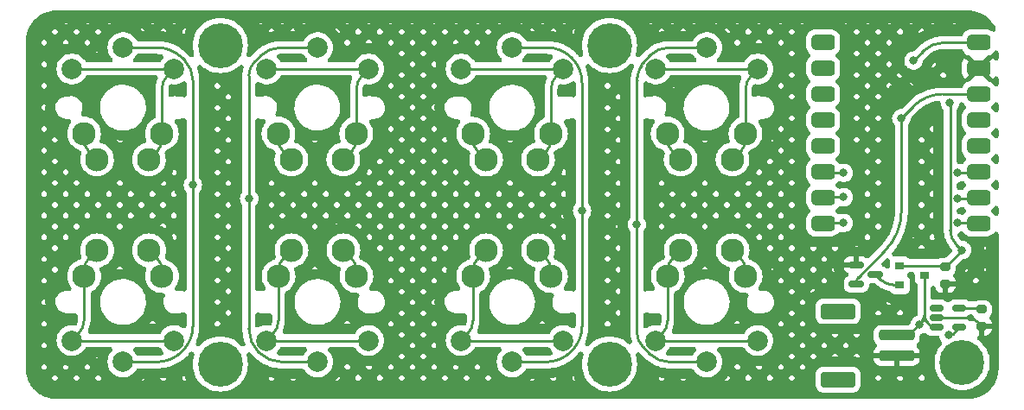
<source format=gbr>
%TF.GenerationSoftware,KiCad,Pcbnew,7.0.7*%
%TF.CreationDate,2023-09-02T22:33:14+10:00*%
%TF.ProjectId,artsey,61727473-6579-42e6-9b69-6361645f7063,rev?*%
%TF.SameCoordinates,Original*%
%TF.FileFunction,Copper,L1,Top*%
%TF.FilePolarity,Positive*%
%FSLAX46Y46*%
G04 Gerber Fmt 4.6, Leading zero omitted, Abs format (unit mm)*
G04 Created by KiCad (PCBNEW 7.0.7) date 2023-09-02 22:33:14*
%MOMM*%
%LPD*%
G01*
G04 APERTURE LIST*
G04 Aperture macros list*
%AMRoundRect*
0 Rectangle with rounded corners*
0 $1 Rounding radius*
0 $2 $3 $4 $5 $6 $7 $8 $9 X,Y pos of 4 corners*
0 Add a 4 corners polygon primitive as box body*
4,1,4,$2,$3,$4,$5,$6,$7,$8,$9,$2,$3,0*
0 Add four circle primitives for the rounded corners*
1,1,$1+$1,$2,$3*
1,1,$1+$1,$4,$5*
1,1,$1+$1,$6,$7*
1,1,$1+$1,$8,$9*
0 Add four rect primitives between the rounded corners*
20,1,$1+$1,$2,$3,$4,$5,0*
20,1,$1+$1,$4,$5,$6,$7,0*
20,1,$1+$1,$6,$7,$8,$9,0*
20,1,$1+$1,$8,$9,$2,$3,0*%
G04 Aperture macros list end*
%TA.AperFunction,ComponentPad*%
%ADD10C,2.000000*%
%TD*%
%TA.AperFunction,ComponentPad*%
%ADD11C,2.300000*%
%TD*%
%TA.AperFunction,SMDPad,CuDef*%
%ADD12RoundRect,0.150000X-0.512500X-0.150000X0.512500X-0.150000X0.512500X0.150000X-0.512500X0.150000X0*%
%TD*%
%TA.AperFunction,ComponentPad*%
%ADD13C,4.400000*%
%TD*%
%TA.AperFunction,SMDPad,CuDef*%
%ADD14RoundRect,0.250000X-1.500000X0.250000X-1.500000X-0.250000X1.500000X-0.250000X1.500000X0.250000X0*%
%TD*%
%TA.AperFunction,SMDPad,CuDef*%
%ADD15RoundRect,0.250001X-1.449999X0.499999X-1.449999X-0.499999X1.449999X-0.499999X1.449999X0.499999X0*%
%TD*%
%TA.AperFunction,SMDPad,CuDef*%
%ADD16RoundRect,0.200000X0.275000X-0.200000X0.275000X0.200000X-0.275000X0.200000X-0.275000X-0.200000X0*%
%TD*%
%TA.AperFunction,SMDPad,CuDef*%
%ADD17RoundRect,0.150000X-0.587500X-0.150000X0.587500X-0.150000X0.587500X0.150000X-0.587500X0.150000X0*%
%TD*%
%TA.AperFunction,SMDPad,CuDef*%
%ADD18RoundRect,0.381000X-0.762000X-0.381000X0.762000X-0.381000X0.762000X0.381000X-0.762000X0.381000X0*%
%TD*%
%TA.AperFunction,SMDPad,CuDef*%
%ADD19R,0.900000X0.800000*%
%TD*%
%TA.AperFunction,ViaPad*%
%ADD20C,0.800000*%
%TD*%
%TA.AperFunction,Conductor*%
%ADD21C,0.250000*%
%TD*%
G04 APERTURE END LIST*
D10*
%TO.P,SW7,1,1*%
%TO.N,Net-(D4-A-Pad2)*%
X67625000Y-57375000D03*
X77625000Y-57375000D03*
%TO.P,SW7,2,2*%
%TO.N,c3*%
X72625000Y-59475000D03*
%TD*%
D11*
%TO.P,SW9,1,1*%
%TO.N,Net-(D1-A-Pad1)*%
X38335000Y-37065000D03*
X37065000Y-39605000D03*
%TO.P,SW9,2,2*%
%TO.N,c1*%
X31985000Y-39605000D03*
X30715000Y-37065000D03*
%TD*%
D12*
%TO.P,U3,1,STAT*%
%TO.N,unconnected-(U3-STAT-Pad1)*%
X114151076Y-54173392D03*
%TO.P,U3,2,V_{SS}*%
%TO.N,GND*%
X114151076Y-55123392D03*
%TO.P,U3,3,V_{BAT}*%
%TO.N,+BATT*%
X114151076Y-56073392D03*
%TO.P,U3,4,V_{DD}*%
%TO.N,+5V*%
X116426076Y-56073392D03*
%TO.P,U3,5,PROG*%
%TO.N,Net-(U3-PROG)*%
X116426076Y-54173392D03*
%TD*%
D13*
%TO.P,REF\u002A\u002A,1*%
%TO.N,N/C*%
X116681152Y-59531200D03*
%TD*%
D11*
%TO.P,SW10,1,1*%
%TO.N,Net-(D1-A-Pad2)*%
X57368232Y-37068096D03*
X56098232Y-39608096D03*
%TO.P,SW10,2,2*%
%TO.N,c2*%
X51018232Y-39608096D03*
X49748232Y-37068096D03*
%TD*%
%TO.P,SW13,1,1*%
%TO.N,Net-(D3-A-Pad2)*%
X30728020Y-51057928D03*
X31998020Y-48517928D03*
%TO.P,SW13,2,2*%
%TO.N,c1*%
X37078020Y-48517928D03*
X38348020Y-51057928D03*
%TD*%
D10*
%TO.P,SW8,1,1*%
%TO.N,Net-(D4-A-Pad1)*%
X86675000Y-57375000D03*
X96675000Y-57375000D03*
%TO.P,SW8,2,2*%
%TO.N,c4*%
X91675000Y-59475000D03*
%TD*%
D11*
%TO.P,SW12,1,1*%
%TO.N,Net-(D2-A-Pad2)*%
X95468200Y-37068096D03*
X94198200Y-39608096D03*
%TO.P,SW12,2,2*%
%TO.N,c4*%
X89118200Y-39608096D03*
X87848200Y-37068096D03*
%TD*%
D14*
%TO.P,BT1,1,+*%
%TO.N,+BATT*%
X110281548Y-56852296D03*
%TO.P,BT1,2,-*%
%TO.N,GND*%
X110281548Y-58852296D03*
D15*
%TO.P,BT1,MP*%
%TO.N,N/C*%
X104531548Y-54502296D03*
X104531548Y-61202296D03*
%TD*%
D11*
%TO.P,SW14,1,1*%
%TO.N,Net-(D3-A-Pad1)*%
X49758156Y-51057928D03*
X51028156Y-48517928D03*
%TO.P,SW14,2,2*%
%TO.N,c2*%
X56108156Y-48517928D03*
X57378156Y-51057928D03*
%TD*%
D10*
%TO.P,SW3,1,1*%
%TO.N,Net-(D2-A-Pad1)*%
X77625000Y-30725000D03*
X67625000Y-30725000D03*
%TO.P,SW3,2,2*%
%TO.N,c3*%
X72625000Y-28625000D03*
%TD*%
%TO.P,SW1,1,1*%
%TO.N,Net-(D1-A-Pad1)*%
X39525000Y-30725000D03*
X29525000Y-30725000D03*
%TO.P,SW1,2,2*%
%TO.N,c1*%
X34525000Y-28625000D03*
%TD*%
D11*
%TO.P,SW15,1,1*%
%TO.N,Net-(D4-A-Pad2)*%
X68808140Y-51057928D03*
X70078140Y-48517928D03*
%TO.P,SW15,2,2*%
%TO.N,c3*%
X75158140Y-48517928D03*
X76428140Y-51057928D03*
%TD*%
%TO.P,SW16,1,1*%
%TO.N,Net-(D4-A-Pad1)*%
X87858124Y-51057928D03*
X89128124Y-48517928D03*
%TO.P,SW16,2,2*%
%TO.N,c4*%
X94208124Y-48517928D03*
X95478124Y-51057928D03*
%TD*%
D16*
%TO.P,R2,1*%
%TO.N,GND*%
X115044044Y-51805036D03*
%TO.P,R2,2*%
%TO.N,+5V*%
X115044044Y-50155036D03*
%TD*%
%TO.P,R1,1*%
%TO.N,GND*%
X118615916Y-55972220D03*
%TO.P,R1,2*%
%TO.N,Net-(U3-PROG)*%
X118615916Y-54322220D03*
%TD*%
D11*
%TO.P,SW11,1,1*%
%TO.N,Net-(D2-A-Pad1)*%
X76428140Y-37087944D03*
X75158140Y-39627944D03*
%TO.P,SW11,2,2*%
%TO.N,c3*%
X70078140Y-39627944D03*
X68808140Y-37087944D03*
%TD*%
D17*
%TO.P,U4,1,GND*%
%TO.N,GND*%
X106322956Y-49949176D03*
%TO.P,U4,2,VO*%
%TO.N,+3.3V*%
X106322956Y-51849176D03*
%TO.P,U4,3,VI*%
%TO.N,Net-(Q1-S)*%
X108197956Y-50899176D03*
%TD*%
D10*
%TO.P,SW2,1,1*%
%TO.N,Net-(D1-A-Pad2)*%
X58575000Y-30725000D03*
X48575000Y-30725000D03*
%TO.P,SW2,2,2*%
%TO.N,c2*%
X53575000Y-28625000D03*
%TD*%
%TO.P,SW4,1,1*%
%TO.N,Net-(D2-A-Pad2)*%
X96675000Y-30725000D03*
X86675000Y-30725000D03*
%TO.P,SW4,2,2*%
%TO.N,c4*%
X91675000Y-28625000D03*
%TD*%
D13*
%TO.P,REF\u002A\u002A,1*%
%TO.N,N/C*%
X82153056Y-28426148D03*
%TD*%
%TO.P,REF\u002A\u002A,1*%
%TO.N,N/C*%
X44053088Y-28426148D03*
%TD*%
D10*
%TO.P,SW6,1,1*%
%TO.N,Net-(D3-A-Pad1)*%
X48575000Y-57375000D03*
X58575000Y-57375000D03*
%TO.P,SW6,2,2*%
%TO.N,c2*%
X53575000Y-59475000D03*
%TD*%
D13*
%TO.P,REF\u002A\u002A,1*%
%TO.N,N/C*%
X82153056Y-59680028D03*
%TD*%
D18*
%TO.P,U1,1,5V*%
%TO.N,+5V*%
X118318260Y-28128492D03*
%TO.P,U1,2,G*%
%TO.N,GND*%
X118318260Y-30668492D03*
%TO.P,U1,3,3.3*%
%TO.N,+3.3V*%
X118318260Y-33208492D03*
%TO.P,U1,4,4*%
%TO.N,unconnected-(U1-Pad4)*%
X118318260Y-35748492D03*
%TO.P,U1,5,3*%
%TO.N,unconnected-(U1-3-Pad5)*%
X118318260Y-38288492D03*
%TO.P,U1,6,2*%
%TO.N,c1*%
X118318260Y-40828492D03*
%TO.P,U1,7,1*%
%TO.N,c3*%
X118318260Y-43368492D03*
%TO.P,U1,8,0*%
%TO.N,r2*%
X118318260Y-45908492D03*
%TO.P,U1,9,5*%
%TO.N,unconnected-(U1-5-Pad9)*%
X103078260Y-28128492D03*
%TO.P,U1,10,6*%
%TO.N,unconnected-(U1-6-Pad10)*%
X103078260Y-30668492D03*
%TO.P,U1,11,7*%
%TO.N,unconnected-(U1-7-Pad11)*%
X103078260Y-33208492D03*
%TO.P,U1,12,8*%
%TO.N,unconnected-(U1-8-Pad12)*%
X103078260Y-35748492D03*
%TO.P,U1,13,9*%
%TO.N,unconnected-(U1-9-Pad13)*%
X103078260Y-38288492D03*
%TO.P,U1,14,10*%
%TO.N,r1*%
X103078260Y-40828492D03*
%TO.P,U1,15,20*%
%TO.N,c2*%
X103078260Y-43368492D03*
%TO.P,U1,16,21*%
%TO.N,c4*%
X103078260Y-45908492D03*
%TD*%
D10*
%TO.P,SW5,1,1*%
%TO.N,Net-(D3-A-Pad2)*%
X29525000Y-57375000D03*
X39525000Y-57375000D03*
%TO.P,SW5,2,2*%
%TO.N,c1*%
X34525000Y-59475000D03*
%TD*%
D13*
%TO.P,REF\u002A\u002A,1*%
%TO.N,N/C*%
X44053088Y-59680028D03*
%TD*%
D19*
%TO.P,Q1,1,G*%
%TO.N,+5V*%
X110579204Y-50006208D03*
%TO.P,Q1,2,S*%
%TO.N,Net-(Q1-S)*%
X110579204Y-51906208D03*
%TO.P,Q1,3,D*%
%TO.N,+BATT*%
X112979204Y-50956208D03*
%TD*%
D20*
%TO.N,GND*%
X110728032Y-33337472D03*
%TO.N,+3.3V*%
X110728032Y-35569892D03*
%TO.N,c1*%
X41374184Y-42118324D03*
X116234668Y-40927700D03*
%TO.N,c2*%
X105072568Y-43308948D03*
X46880820Y-43457776D03*
%TO.N,c3*%
X79474152Y-44648400D03*
X116234668Y-43457776D03*
%TO.N,c4*%
X105072568Y-45839024D03*
X84831960Y-45987852D03*
%TO.N,r1*%
X105072568Y-40927700D03*
%TO.N,r2*%
X116234668Y-45839024D03*
%TO.N,+BATT*%
X112513968Y-55810500D03*
%TO.N,+5V*%
X116653988Y-48490764D03*
X111918656Y-29914428D03*
X115341700Y-56852296D03*
X115490528Y-34081612D03*
%TD*%
D21*
%TO.N,c4*%
X84831961Y-56497200D02*
G75*
G03*
X85474432Y-58048265I2193539J0D01*
G01*
%TO.N,Net-(D4-A-Pad2)*%
X68808140Y-51057928D02*
X68808140Y-51692928D01*
X68808140Y-50581678D02*
X68808140Y-50899178D01*
%TO.N,Net-(D4-A-Pad1)*%
X87858124Y-50581678D02*
X87858124Y-50899178D01*
X87858124Y-51057928D02*
X87858124Y-51692928D01*
%TO.N,Net-(D3-A-Pad2)*%
X30728020Y-51057928D02*
X30728020Y-51692928D01*
X30728020Y-50581678D02*
X30728020Y-50899178D01*
%TO.N,Net-(D3-A-Pad1)*%
X49758156Y-51057928D02*
X49758156Y-51692928D01*
X49758156Y-50581678D02*
X49758156Y-50899178D01*
%TO.N,Net-(D2-A-Pad2)*%
X95468200Y-35163096D02*
X95468200Y-36433096D01*
X95468200Y-36750596D02*
X95468200Y-37385596D01*
%TO.N,Net-(D2-A-Pad1)*%
X76428140Y-37246694D02*
X76428140Y-37564194D01*
X76428140Y-36452944D02*
X76428140Y-37087944D01*
%TO.N,Net-(D1-A-Pad2)*%
X57368232Y-37226846D02*
X57368232Y-37544346D01*
X57368232Y-36433096D02*
X57368232Y-37068096D01*
%TO.N,Net-(D1-A-Pad1)*%
X38335000Y-37223750D02*
X38335000Y-37541250D01*
X38335000Y-36430000D02*
X38335000Y-37065000D01*
%TO.N,c4*%
X86116921Y-58690720D02*
G75*
G03*
X88010282Y-59475000I1893379J1893320D01*
G01*
X88010282Y-59475000D02*
X91675000Y-59475000D01*
X86116904Y-58690737D02*
X85474432Y-58048265D01*
X84831960Y-45987852D02*
X84831960Y-56497200D01*
%TO.N,GND*%
X118191502Y-55547806D02*
X118615916Y-55972220D01*
X114247138Y-55123392D02*
X114343201Y-55123392D01*
X115044044Y-51738191D02*
X115044044Y-51649762D01*
X111493985Y-58852296D02*
X110281548Y-58852296D01*
X117166875Y-55123392D02*
X114247138Y-55123392D01*
X114671174Y-55259251D02*
G75*
G03*
X114343201Y-55123392I-327974J-327949D01*
G01*
X115044044Y-51738191D02*
G75*
G03*
X115091310Y-51852302I161356J-9D01*
G01*
X118191507Y-55547801D02*
G75*
G03*
X117166875Y-55123392I-1024607J-1024599D01*
G01*
X114247138Y-55123392D02*
G75*
G02*
X114247138Y-55123392I0J0D01*
G01*
X115138567Y-51966412D02*
G75*
G03*
X115091310Y-51852302I-161367J12D01*
G01*
%TO.N,+3.3V*%
X110728032Y-44705885D02*
X110728032Y-35569892D01*
X106322956Y-51607050D02*
X106322956Y-51849176D01*
X109134239Y-48553641D02*
X106494164Y-51193716D01*
X111908732Y-34389192D02*
X110728032Y-35569892D01*
X114759193Y-33208492D02*
X118318260Y-33208492D01*
X109134243Y-48553645D02*
G75*
G03*
X110728032Y-44705885I-3847743J3847745D01*
G01*
X114759193Y-33208472D02*
G75*
G03*
X111908732Y-34389192I7J-4031128D01*
G01*
X106494139Y-51193691D02*
G75*
G03*
X106322956Y-51607050I413361J-413309D01*
G01*
%TO.N,Net-(D1-A-Pad1)*%
X39104271Y-30725000D02*
X29525000Y-30725000D01*
X38930000Y-31320000D02*
X39227500Y-31022500D01*
X38335000Y-37541250D02*
X38335000Y-37700000D01*
X37885987Y-38784012D02*
X37065000Y-39605000D01*
X38335000Y-36430000D02*
X38335000Y-32756457D01*
X38335000Y-37223750D02*
X38335000Y-37065000D01*
X38930013Y-31320013D02*
G75*
G03*
X38335000Y-32756457I1436487J-1436487D01*
G01*
X37885982Y-38784007D02*
G75*
G03*
X38335000Y-37700000I-1083982J1084007D01*
G01*
X39227549Y-31022549D02*
G75*
G03*
X39104271Y-30725000I-123249J123249D01*
G01*
%TO.N,Net-(D1-A-Pad2)*%
X56919219Y-38787108D02*
X56098232Y-39608096D01*
X57721686Y-30725000D02*
X48575000Y-30725000D01*
X57368232Y-37544346D02*
X57368232Y-37703096D01*
X57368232Y-36433096D02*
X57368232Y-32785081D01*
X57368232Y-37226846D02*
X57368232Y-37068096D01*
X57971628Y-31328396D02*
G75*
G03*
X57368232Y-32785081I1456672J-1456704D01*
G01*
X57971678Y-31328446D02*
G75*
G03*
X57721686Y-30725000I-249978J249946D01*
G01*
X56919223Y-38787112D02*
G75*
G03*
X57368232Y-37703096I-1084023J1084012D01*
G01*
%TO.N,Net-(D2-A-Pad1)*%
X76778692Y-30725000D02*
X67625000Y-30725000D01*
X76428140Y-37564194D02*
X76428140Y-37722944D01*
X76428140Y-37246694D02*
X76428140Y-37087944D01*
X75979127Y-38806956D02*
X75158140Y-39627944D01*
X76428140Y-36452944D02*
X76428140Y-32768167D01*
X77026632Y-31323492D02*
G75*
G03*
X76778692Y-30725000I-247932J247892D01*
G01*
X77026588Y-31323448D02*
G75*
G03*
X76428140Y-32768167I1444712J-1444752D01*
G01*
X75979108Y-38806937D02*
G75*
G03*
X76428140Y-37722944I-1084008J1084037D01*
G01*
%TO.N,Net-(D2-A-Pad2)*%
X95468200Y-37703096D02*
X95468200Y-37385596D01*
X95468200Y-36433096D02*
X95468200Y-36750596D01*
X95821663Y-30725000D02*
X86675000Y-30725000D01*
X95468200Y-32785136D02*
X95468200Y-35163096D01*
X95019187Y-38787108D02*
X94198200Y-39608096D01*
X96071662Y-31328462D02*
G75*
G03*
X95821663Y-30725000I-249962J249962D01*
G01*
X96071589Y-31328389D02*
G75*
G03*
X95468200Y-32785136I1456711J-1456711D01*
G01*
X95019184Y-38787105D02*
G75*
G03*
X95468200Y-37703096I-1083984J1084005D01*
G01*
%TO.N,Net-(D3-A-Pad1)*%
X49758156Y-51057928D02*
X49758156Y-50899178D01*
X49758156Y-50581678D02*
X49758156Y-50422928D01*
X50207168Y-49338915D02*
X51028156Y-48517928D01*
X49758156Y-51692928D02*
X49758156Y-55355226D01*
X49411617Y-57375000D02*
X58575000Y-57375000D01*
X49166615Y-56783460D02*
G75*
G03*
X49411617Y-57375000I244985J-245040D01*
G01*
X50207151Y-49338898D02*
G75*
G03*
X49758156Y-50422928I1084049J-1084002D01*
G01*
X49166561Y-56783405D02*
G75*
G03*
X49758156Y-55355226I-1428161J1428205D01*
G01*
%TO.N,Net-(D3-A-Pad2)*%
X30375663Y-57375000D02*
X39525000Y-57375000D01*
X30728020Y-50422928D02*
X30728020Y-50581678D01*
X30728020Y-55321316D02*
X30728020Y-51692928D01*
X31177032Y-49338915D02*
X31998020Y-48517928D01*
X30728020Y-51057928D02*
X30728020Y-50899178D01*
X30126476Y-56773456D02*
G75*
G03*
X30375663Y-57375000I249224J-249144D01*
G01*
X31177028Y-49338911D02*
G75*
G03*
X30728020Y-50422928I1083972J-1083989D01*
G01*
X30126509Y-56773489D02*
G75*
G03*
X30728020Y-55321316I-1452209J1452189D01*
G01*
%TO.N,Net-(D4-A-Pad1)*%
X87858124Y-50899178D02*
X87858124Y-51057928D01*
X87858124Y-50422928D02*
X87858124Y-50581678D01*
X87858124Y-55355280D02*
X87858124Y-51692928D01*
X87511595Y-57375000D02*
X96675000Y-57375000D01*
X88307136Y-49338915D02*
X89128124Y-48517928D01*
X87266599Y-56783476D02*
G75*
G03*
X87511595Y-57375000I245001J-245024D01*
G01*
X88307133Y-49338912D02*
G75*
G03*
X87858124Y-50422928I1083967J-1083988D01*
G01*
X87266573Y-56783449D02*
G75*
G03*
X87858124Y-55355280I-1428173J1428149D01*
G01*
%TO.N,Net-(D4-A-Pad2)*%
X68808140Y-50581678D02*
X68808140Y-50422928D01*
X69257152Y-49338915D02*
X70078140Y-48517928D01*
X68808140Y-51057928D02*
X68808140Y-50899178D01*
X68808140Y-51692928D02*
X68808140Y-55355253D01*
X67920785Y-57079215D02*
X68216570Y-56783430D01*
X68043303Y-57375000D02*
X77625000Y-57375000D01*
X68216542Y-56783402D02*
G75*
G03*
X68808140Y-55355253I-1428142J1428202D01*
G01*
X69257131Y-49338894D02*
G75*
G03*
X68808140Y-50422928I1084069J-1084006D01*
G01*
X67920743Y-57079173D02*
G75*
G03*
X68043303Y-57375000I122557J-122527D01*
G01*
%TO.N,c1*%
X38348020Y-50422928D02*
X38348020Y-51057928D01*
X30715000Y-37700000D02*
X30715000Y-37065000D01*
X37899007Y-49338915D02*
X37078020Y-48517928D01*
X41374184Y-42118324D02*
X41374184Y-55932154D01*
X31164012Y-38784012D02*
X31985000Y-39605000D01*
X41374184Y-31837728D02*
X41374184Y-42118324D01*
X118148901Y-40927700D02*
X116234668Y-40927700D01*
X40569938Y-29896105D02*
X40336508Y-29662675D01*
X37831338Y-28625000D02*
X34525000Y-28625000D01*
X118268656Y-40878096D02*
X118318260Y-40828492D01*
X37831338Y-59475000D02*
X34525000Y-59475000D01*
X37831338Y-59475010D02*
G75*
G03*
X40336508Y-58437324I-38J3542910D01*
G01*
X40336479Y-29662704D02*
G75*
G03*
X37831338Y-28625000I-2505179J-2505096D01*
G01*
X41374160Y-31837728D02*
G75*
G03*
X40569938Y-29896105I-2745860J28D01*
G01*
X38348001Y-50422928D02*
G75*
G03*
X37899006Y-49338916I-1533001J28D01*
G01*
X118148901Y-40927688D02*
G75*
G03*
X118268655Y-40878095I-1J169388D01*
G01*
X30714993Y-37700000D02*
G75*
G03*
X31164012Y-38784012I1533007J0D01*
G01*
X40336489Y-58437305D02*
G75*
G03*
X41374184Y-55932154I-2505189J2505205D01*
G01*
%TO.N,c2*%
X47961444Y-29464722D02*
X47422007Y-30004159D01*
X105072568Y-43308948D02*
X103179907Y-43308948D01*
X46880820Y-43457776D02*
X46865410Y-43473186D01*
X56929143Y-49338915D02*
X56108156Y-48517928D01*
X46850000Y-43405162D02*
X46850000Y-31385107D01*
X46880820Y-43457776D02*
X46865410Y-43442366D01*
X46850000Y-56215477D02*
X46850000Y-43510389D01*
X103108032Y-43338720D02*
X103078260Y-43368492D01*
X50197244Y-38787108D02*
X51018232Y-39608096D01*
X49988713Y-28625000D02*
X53575000Y-28625000D01*
X57378156Y-50422928D02*
X57378156Y-51057928D01*
X50109522Y-59475000D02*
X53575000Y-59475000D01*
X49748232Y-37703096D02*
X49748232Y-37068096D01*
X46850023Y-43405162D02*
G75*
G03*
X46865410Y-43442366I52577J-38D01*
G01*
X49988713Y-28625012D02*
G75*
G03*
X47961444Y-29464722I-13J-2866988D01*
G01*
X46850010Y-56215477D02*
G75*
G03*
X47804693Y-58520307I3259490J-23D01*
G01*
X103179907Y-43308955D02*
G75*
G03*
X103108032Y-43338720I-7J-101645D01*
G01*
X46865418Y-43473194D02*
G75*
G03*
X46850000Y-43510389I37182J-37206D01*
G01*
X49748248Y-37703096D02*
G75*
G03*
X50197245Y-38787107I1533052J-4D01*
G01*
X47421994Y-30004146D02*
G75*
G03*
X46850000Y-31385107I1381006J-1380954D01*
G01*
X47804685Y-58520315D02*
G75*
G03*
X50109522Y-59475000I2304815J2304815D01*
G01*
X57378127Y-50422928D02*
G75*
G03*
X56929143Y-49338915I-1533027J28D01*
G01*
%TO.N,c3*%
X69257152Y-38806956D02*
X70078140Y-39627944D01*
X68808140Y-37722944D02*
X68808140Y-37087944D01*
X118273618Y-43413134D02*
X118318260Y-43368492D01*
X79474152Y-55932208D02*
X79474152Y-44648400D01*
X79474152Y-32096517D02*
X79474152Y-44648400D01*
X116234668Y-43457776D02*
X118165842Y-43457776D01*
X76428140Y-50422928D02*
X76428140Y-51057928D01*
X75979127Y-49338915D02*
X75158140Y-48517928D01*
X75931360Y-59475000D02*
X72625000Y-59475000D01*
X76002634Y-28625000D02*
X72625000Y-28625000D01*
X75931360Y-59474969D02*
G75*
G03*
X78436492Y-58437340I40J3542769D01*
G01*
X118165842Y-43457788D02*
G75*
G03*
X118273617Y-43413133I-42J152488D01*
G01*
X78436501Y-58437349D02*
G75*
G03*
X79474152Y-55932208I-2505201J2505149D01*
G01*
X78457347Y-29641805D02*
G75*
G03*
X76002634Y-28625000I-2454747J-2454695D01*
G01*
X68808119Y-37722944D02*
G75*
G03*
X69257152Y-38806956I1533081J44D01*
G01*
X79474129Y-32096517D02*
G75*
G03*
X78457368Y-29641784I-3471529J17D01*
G01*
X76428115Y-50422928D02*
G75*
G03*
X75979126Y-49338916I-1533015J28D01*
G01*
%TO.N,c4*%
X95478124Y-50422928D02*
X95478124Y-51057928D01*
X103112994Y-45873758D02*
X103078260Y-45908492D01*
X85384466Y-30141700D02*
X86116888Y-29409277D01*
X103196849Y-45839024D02*
X105072568Y-45839024D01*
X88010303Y-28625000D02*
X91675000Y-28625000D01*
X85250852Y-30493180D02*
X85298040Y-30404901D01*
X95029111Y-49338915D02*
X94208124Y-48517928D01*
X87848200Y-37703096D02*
X87848200Y-37068096D01*
X84831960Y-45987852D02*
X84831960Y-32244079D01*
X84842480Y-31897617D02*
X84850980Y-31811325D01*
X88297212Y-38787108D02*
X89118200Y-39608096D01*
X88010303Y-28625004D02*
G75*
G03*
X86116889Y-29409278I-3J-2677696D01*
G01*
X87848196Y-37703096D02*
G75*
G03*
X88297212Y-38787108I1533004J-4D01*
G01*
X85250852Y-30493180D02*
G75*
G03*
X85102723Y-30806364I3113248J-1664120D01*
G01*
X84832969Y-32070640D02*
G75*
G03*
X84831960Y-32244079I14891031J-173360D01*
G01*
X84901820Y-31468626D02*
G75*
G03*
X84850980Y-31811325I3462380J-688774D01*
G01*
X103196849Y-45839055D02*
G75*
G03*
X103112994Y-45873758I-49J-118545D01*
G01*
X95478104Y-50422928D02*
G75*
G03*
X95029111Y-49338915I-1533004J28D01*
G01*
X84842478Y-31897617D02*
G75*
G03*
X84832969Y-32070640I1992722J-196283D01*
G01*
X84986006Y-31132561D02*
G75*
G03*
X84901820Y-31468626I3377794J-1024739D01*
G01*
X85384462Y-30141696D02*
G75*
G03*
X85332611Y-30266891I125238J-125204D01*
G01*
X85102725Y-30806365D02*
G75*
G03*
X84986005Y-31132560I3260975J-1350835D01*
G01*
X85298049Y-30404906D02*
G75*
G03*
X85332611Y-30266891I-258249J138006D01*
G01*
%TO.N,r1*%
X103127864Y-40878096D02*
X103078260Y-40828492D01*
X105072568Y-40927700D02*
X103247618Y-40927700D01*
X103127846Y-40878114D02*
G75*
G03*
X103247618Y-40927700I119754J119814D01*
G01*
%TO.N,r2*%
X118283526Y-45873758D02*
X118318260Y-45908492D01*
X118199670Y-45839024D02*
X116234668Y-45839024D01*
X118283538Y-45873746D02*
G75*
G03*
X118199670Y-45839024I-83838J-83854D01*
G01*
%TO.N,+BATT*%
X111812594Y-56452380D02*
X112433441Y-55831533D01*
X113211822Y-55518389D02*
X113630971Y-55937538D01*
X112513968Y-55810500D02*
X112484221Y-55810500D01*
X112979204Y-54956799D02*
X112979204Y-50956208D01*
X113958950Y-56073392D02*
X114151076Y-56073392D01*
X112746586Y-55518389D02*
X112535001Y-55729973D01*
X110847113Y-56852296D02*
X110281548Y-56852296D01*
X112513968Y-55810500D02*
X112513968Y-55780753D01*
X112979201Y-54956799D02*
G75*
G03*
X113211822Y-55518389I794199J-1D01*
G01*
X113631004Y-55937505D02*
G75*
G03*
X113958950Y-56073392I327996J327905D01*
G01*
X110847113Y-56852304D02*
G75*
G03*
X111812593Y-56452379I-13J1365404D01*
G01*
X113211822Y-55518389D02*
G75*
G03*
X112746586Y-55518389I-232618J-232616D01*
G01*
X112746586Y-55518389D02*
G75*
G03*
X112979204Y-54956799I-561586J561589D01*
G01*
X112484221Y-55810511D02*
G75*
G03*
X112433442Y-55831534I-21J-71789D01*
G01*
X112535021Y-55729993D02*
G75*
G03*
X112513968Y-55780753I50779J-50807D01*
G01*
%TO.N,+5V*%
X114789978Y-50006208D02*
X110579204Y-50006208D01*
X114967439Y-28128492D02*
X118318260Y-28128492D01*
X115500098Y-34091182D02*
X115490528Y-34081612D01*
X112811624Y-29021460D02*
X111918656Y-29914428D01*
X116081828Y-47918604D02*
X116653988Y-48490764D01*
X115103763Y-50095584D02*
X116634685Y-48564661D01*
X116653988Y-48490764D02*
X116653773Y-48490764D01*
X115341700Y-56852296D02*
X115494436Y-56852296D01*
X115509668Y-34114286D02*
X115509668Y-46537287D01*
X116653988Y-48490764D02*
X116653988Y-48518061D01*
X115755172Y-56744295D02*
X116426076Y-56073392D01*
X116640687Y-48477892D02*
X116653407Y-48490612D01*
X114967439Y-28128528D02*
G75*
G03*
X112811625Y-29021461I-39J-3048772D01*
G01*
X115494436Y-56852332D02*
G75*
G03*
X115755171Y-56744294I-36J368732D01*
G01*
X116634702Y-48564678D02*
G75*
G03*
X116653988Y-48518061I-46602J46578D01*
G01*
X115509679Y-34114286D02*
G75*
G03*
X115500098Y-34091182I-32679J-14D01*
G01*
X116653411Y-48490608D02*
G75*
G03*
X116653773Y-48490763I389J408D01*
G01*
X116626811Y-48425187D02*
G75*
G03*
X116640688Y-48477892I125589J4887D01*
G01*
X114969646Y-50080606D02*
G75*
G03*
X114789978Y-50006208I-179646J-179694D01*
G01*
X115509664Y-46537287D02*
G75*
G03*
X116081828Y-47918604I1953436J-13D01*
G01*
X114969648Y-50080603D02*
G75*
G03*
X115103762Y-50095583I76752J79303D01*
G01*
%TO.N,Net-(U3-PROG)*%
X118541502Y-54247806D02*
X118615916Y-54322220D01*
X118361850Y-54173392D02*
X116426076Y-54173392D01*
X118541535Y-54247773D02*
G75*
G03*
X118361850Y-54173392I-179635J-179727D01*
G01*
%TO.N,Net-(Q1-S)*%
X108719129Y-51420349D02*
X108197956Y-50899176D01*
X109892096Y-51906208D02*
X110579204Y-51906208D01*
X108719135Y-51420343D02*
G75*
G03*
X109892096Y-51906208I1172965J1172943D01*
G01*
%TD*%
%TA.AperFunction,Conductor*%
%TO.N,GND*%
G36*
X117256275Y-25003775D02*
G01*
X117313528Y-25006775D01*
X117389395Y-25010752D01*
X117566642Y-25020692D01*
X117579107Y-25022026D01*
X117725061Y-25045144D01*
X117731095Y-25046100D01*
X117888019Y-25072764D01*
X117899371Y-25075243D01*
X117984007Y-25097921D01*
X118051158Y-25115916D01*
X118153402Y-25145371D01*
X118201857Y-25159331D01*
X118212005Y-25162735D01*
X118360202Y-25219623D01*
X118504438Y-25279369D01*
X118513295Y-25283452D01*
X118654920Y-25355615D01*
X118655670Y-25355997D01*
X118792199Y-25431455D01*
X118799785Y-25436006D01*
X118934451Y-25523460D01*
X119061813Y-25613829D01*
X119068099Y-25618597D01*
X119068440Y-25618873D01*
X119191025Y-25718142D01*
X119195636Y-25722065D01*
X119310045Y-25824309D01*
X119315119Y-25829106D01*
X119427005Y-25940992D01*
X119431804Y-25946068D01*
X119534055Y-26060487D01*
X119537977Y-26065098D01*
X119637517Y-26188020D01*
X119642300Y-26194327D01*
X119732651Y-26321665D01*
X119819885Y-26455995D01*
X119820105Y-26456333D01*
X119824657Y-26463920D01*
X119900123Y-26600468D01*
X119955540Y-26709231D01*
X119981912Y-26802739D01*
X119970492Y-26899220D01*
X119923019Y-26983987D01*
X119846722Y-27044135D01*
X119753214Y-27070507D01*
X119656733Y-27059087D01*
X119577680Y-27016350D01*
X119557807Y-27000376D01*
X119557806Y-27000375D01*
X119386035Y-26915184D01*
X119199962Y-26868910D01*
X119156921Y-26865992D01*
X119156917Y-26865992D01*
X118038528Y-26865992D01*
X117479602Y-26865993D01*
X117479603Y-26865993D01*
X117436554Y-26868911D01*
X117436552Y-26868911D01*
X117250483Y-26915185D01*
X117078713Y-27000375D01*
X117078711Y-27000376D01*
X116929273Y-27120498D01*
X116929266Y-27120505D01*
X116809144Y-27269943D01*
X116809143Y-27269946D01*
X116762186Y-27364626D01*
X116702868Y-27441571D01*
X116618619Y-27489958D01*
X116539114Y-27502992D01*
X114924702Y-27502992D01*
X114923569Y-27503026D01*
X114807026Y-27503026D01*
X114807025Y-27503026D01*
X114647213Y-27517006D01*
X114487401Y-27530986D01*
X114414655Y-27543812D01*
X114171432Y-27586695D01*
X114171425Y-27586696D01*
X114171424Y-27586697D01*
X114040522Y-27621770D01*
X113861520Y-27669731D01*
X113560025Y-27779462D01*
X113269240Y-27915053D01*
X112991379Y-28075470D01*
X112925366Y-28121691D01*
X112728558Y-28259494D01*
X112728557Y-28259495D01*
X112482776Y-28465722D01*
X112428798Y-28519696D01*
X112428784Y-28519709D01*
X112425203Y-28523290D01*
X112369335Y-28579158D01*
X112315630Y-28632862D01*
X112315628Y-28632864D01*
X112131780Y-28816713D01*
X112007496Y-28940997D01*
X111926715Y-28994974D01*
X111831426Y-29013928D01*
X111824010Y-29013928D01*
X111638859Y-29053282D01*
X111638845Y-29053286D01*
X111465927Y-29130275D01*
X111312782Y-29241542D01*
X111186125Y-29382208D01*
X111112525Y-29509687D01*
X111091477Y-29546144D01*
X111078871Y-29584940D01*
X111032981Y-29726172D01*
X111013196Y-29914427D01*
X111032981Y-30102683D01*
X111043773Y-30135896D01*
X111091477Y-30282712D01*
X111156048Y-30394552D01*
X111186125Y-30446647D01*
X111312782Y-30587313D01*
X111312785Y-30587316D01*
X111402753Y-30652681D01*
X111465927Y-30698580D01*
X111638845Y-30775569D01*
X111638848Y-30775570D01*
X111638853Y-30775572D01*
X111824010Y-30814928D01*
X112013301Y-30814928D01*
X112013302Y-30814928D01*
X112198459Y-30775572D01*
X112239930Y-30757108D01*
X112371384Y-30698580D01*
X112371384Y-30698579D01*
X112371386Y-30698579D01*
X112524527Y-30587316D01*
X112561880Y-30545831D01*
X113709701Y-30545831D01*
X113855241Y-30545831D01*
X114062934Y-30338137D01*
X115621595Y-30338137D01*
X115677260Y-30393803D01*
X115677260Y-30210880D01*
X116675260Y-30210880D01*
X116675261Y-31126100D01*
X116678178Y-31169130D01*
X116724425Y-31355094D01*
X116809567Y-31526767D01*
X116809569Y-31526770D01*
X116929625Y-31676126D01*
X117000693Y-31733255D01*
X116999254Y-31702883D01*
X117032141Y-31611464D01*
X117069427Y-31563770D01*
X117964706Y-30668491D01*
X117069427Y-29773212D01*
X117015451Y-29692431D01*
X116998203Y-29605724D01*
X116929630Y-29660853D01*
X116929627Y-29660856D01*
X116809569Y-29810214D01*
X116809567Y-29810216D01*
X116724424Y-29981890D01*
X116678178Y-30167854D01*
X116678176Y-30167866D01*
X116675260Y-30210880D01*
X115677260Y-30210880D01*
X115677260Y-30194009D01*
X115678402Y-30160237D01*
X115680306Y-30132152D01*
X115621595Y-30190863D01*
X115621595Y-30338137D01*
X114062934Y-30338137D01*
X114062934Y-30190864D01*
X114003978Y-30131908D01*
X113939786Y-30189271D01*
X113768899Y-30360157D01*
X113764422Y-30376869D01*
X113762570Y-30383121D01*
X113709701Y-30545831D01*
X112561880Y-30545831D01*
X112651189Y-30446644D01*
X112745835Y-30282712D01*
X112804330Y-30102684D01*
X112817350Y-29978798D01*
X112846160Y-29886015D01*
X112888913Y-29828760D01*
X113251452Y-29466222D01*
X113256484Y-29461464D01*
X113451333Y-29287342D01*
X113462242Y-29278643D01*
X113672467Y-29129485D01*
X113684278Y-29122063D01*
X113909915Y-28997362D01*
X113922459Y-28991322D01*
X114160627Y-28892673D01*
X114173788Y-28888068D01*
X114421496Y-28816708D01*
X114435086Y-28813607D01*
X114689229Y-28770430D01*
X114703085Y-28768869D01*
X114949027Y-28755061D01*
X114964582Y-28754188D01*
X114971562Y-28753992D01*
X115043380Y-28753993D01*
X115043384Y-28753992D01*
X116539114Y-28753992D01*
X116634402Y-28772946D01*
X116715184Y-28826922D01*
X116762186Y-28892358D01*
X116809143Y-28987037D01*
X116809144Y-28987040D01*
X116929266Y-29136478D01*
X116929272Y-29136484D01*
X117014179Y-29204734D01*
X117076573Y-29279206D01*
X117105718Y-29371886D01*
X117103379Y-29398387D01*
X117150209Y-29367097D01*
X117245497Y-29348143D01*
X117305585Y-29355501D01*
X117309350Y-29356438D01*
X117397248Y-29397827D01*
X117425331Y-29422010D01*
X118318258Y-30314938D01*
X119211186Y-29422011D01*
X119291968Y-29368034D01*
X119327116Y-29356451D01*
X119330891Y-29355512D01*
X119427931Y-29350894D01*
X119519357Y-29383764D01*
X119533376Y-29396509D01*
X119539342Y-29328943D01*
X119584271Y-29242801D01*
X119622336Y-29204737D01*
X119707250Y-29136482D01*
X119809449Y-29009340D01*
X119883922Y-28946946D01*
X119976602Y-28917801D01*
X120073381Y-28926341D01*
X120159525Y-28971267D01*
X120221919Y-29045739D01*
X120251064Y-29138419D01*
X120252524Y-29165341D01*
X120252524Y-29632441D01*
X120233570Y-29727729D01*
X120179594Y-29808511D01*
X120098812Y-29862487D01*
X120003524Y-29881441D01*
X119908236Y-29862487D01*
X119827454Y-29808511D01*
X119809451Y-29788443D01*
X119706895Y-29660858D01*
X119635826Y-29603727D01*
X119637270Y-29634053D01*
X119604400Y-29725479D01*
X119567091Y-29773212D01*
X118671813Y-30668491D01*
X119567092Y-31563770D01*
X119621068Y-31644552D01*
X119638313Y-31731251D01*
X119706896Y-31676123D01*
X119809450Y-31548541D01*
X119883922Y-31486147D01*
X119976602Y-31457002D01*
X120073381Y-31465542D01*
X120159525Y-31510468D01*
X120221919Y-31584940D01*
X120251064Y-31677620D01*
X120252524Y-31704542D01*
X120252524Y-32171642D01*
X120233570Y-32266930D01*
X120179594Y-32347712D01*
X120098812Y-32401688D01*
X120003524Y-32420642D01*
X119908236Y-32401688D01*
X119827454Y-32347712D01*
X119809450Y-32327643D01*
X119707253Y-32200505D01*
X119707246Y-32200498D01*
X119622334Y-32132244D01*
X119559940Y-32057772D01*
X119530795Y-31965092D01*
X119533132Y-31938600D01*
X119486310Y-31969886D01*
X119391022Y-31988840D01*
X119330933Y-31981481D01*
X119327169Y-31980545D01*
X119239271Y-31939156D01*
X119211188Y-31914974D01*
X118318259Y-31022045D01*
X117425329Y-31914974D01*
X117344548Y-31968950D01*
X117309349Y-31980545D01*
X117305585Y-31981481D01*
X117208539Y-31986082D01*
X117117120Y-31953195D01*
X117103142Y-31940482D01*
X117097179Y-32008036D01*
X117052251Y-32094178D01*
X117014183Y-32132245D01*
X116929274Y-32200497D01*
X116929266Y-32200505D01*
X116809144Y-32349943D01*
X116809143Y-32349946D01*
X116762186Y-32444626D01*
X116702868Y-32521571D01*
X116618619Y-32569958D01*
X116539114Y-32582992D01*
X114862351Y-32582992D01*
X114862245Y-32582971D01*
X114555877Y-32582973D01*
X114150800Y-32618413D01*
X114150794Y-32618413D01*
X114150794Y-32618414D01*
X113790092Y-32682017D01*
X113750331Y-32689028D01*
X113357570Y-32794270D01*
X113357568Y-32794271D01*
X113186019Y-32856711D01*
X112975468Y-32933346D01*
X112669968Y-33075806D01*
X112606931Y-33105201D01*
X112427840Y-33208601D01*
X112254781Y-33308518D01*
X111921689Y-33541756D01*
X111773442Y-33666153D01*
X111610197Y-33803134D01*
X111466432Y-33946901D01*
X111439257Y-33974077D01*
X110816871Y-34596462D01*
X110736090Y-34650438D01*
X110640802Y-34669392D01*
X110633386Y-34669392D01*
X110448235Y-34708746D01*
X110448221Y-34708750D01*
X110275303Y-34785739D01*
X110122158Y-34897006D01*
X109995501Y-35037672D01*
X109911470Y-35183218D01*
X109900853Y-35201608D01*
X109896699Y-35214392D01*
X109842357Y-35381636D01*
X109823554Y-35560545D01*
X109822572Y-35569892D01*
X109823927Y-35582782D01*
X109842357Y-35758147D01*
X109867588Y-35835797D01*
X109900853Y-35938176D01*
X109900854Y-35938178D01*
X109900855Y-35938180D01*
X109900856Y-35938182D01*
X109961243Y-36042775D01*
X109995499Y-36102108D01*
X110038574Y-36149948D01*
X110088249Y-36233440D01*
X110102532Y-36316561D01*
X110102532Y-44705887D01*
X110087879Y-45078859D01*
X110087112Y-45088609D01*
X110043815Y-45454418D01*
X110042286Y-45464077D01*
X109970419Y-45825383D01*
X109968136Y-45834887D01*
X109951727Y-45893074D01*
X109868152Y-46189409D01*
X109865130Y-46198709D01*
X109737628Y-46544319D01*
X109733886Y-46553355D01*
X109579668Y-46887880D01*
X109575228Y-46896593D01*
X109395230Y-47218003D01*
X109390121Y-47226341D01*
X109185470Y-47532624D01*
X109179721Y-47540536D01*
X108951672Y-47829815D01*
X108945321Y-47837252D01*
X108692046Y-48111243D01*
X107580407Y-49222879D01*
X107499626Y-49276855D01*
X107404338Y-49295809D01*
X107309050Y-49276855D01*
X107277587Y-49261134D01*
X107170651Y-49197892D01*
X107012954Y-49152077D01*
X107012943Y-49152075D01*
X106976096Y-49149176D01*
X106572956Y-49149176D01*
X106572956Y-49950176D01*
X106554002Y-50045464D01*
X106500026Y-50126246D01*
X106419244Y-50180222D01*
X106323956Y-50199176D01*
X105088159Y-50199176D01*
X105088356Y-50201668D01*
X105134172Y-50359369D01*
X105134172Y-50359371D01*
X105217771Y-50500729D01*
X105333901Y-50616859D01*
X105448377Y-50684559D01*
X105520748Y-50749379D01*
X105562804Y-50836960D01*
X105568143Y-50933968D01*
X105535953Y-51025635D01*
X105471133Y-51098006D01*
X105448379Y-51113209D01*
X105333593Y-51181093D01*
X105217375Y-51297311D01*
X105133712Y-51438777D01*
X105087859Y-51596603D01*
X105087857Y-51596611D01*
X105084956Y-51633484D01*
X105084956Y-52064868D01*
X105087857Y-52101740D01*
X105087857Y-52101743D01*
X105087858Y-52101745D01*
X105133712Y-52259574D01*
X105217375Y-52401041D01*
X105333591Y-52517257D01*
X105475058Y-52600920D01*
X105632887Y-52646774D01*
X105669762Y-52649676D01*
X105669764Y-52649676D01*
X106976148Y-52649676D01*
X106976150Y-52649676D01*
X107013025Y-52646774D01*
X107170854Y-52600920D01*
X107312321Y-52517257D01*
X107428537Y-52401041D01*
X107512200Y-52259574D01*
X107558054Y-52101745D01*
X107560956Y-52064870D01*
X107560956Y-51948675D01*
X107579910Y-51853388D01*
X107633886Y-51772606D01*
X107714668Y-51718630D01*
X107809956Y-51699676D01*
X108010725Y-51699676D01*
X108106013Y-51718630D01*
X108186794Y-51772606D01*
X108307366Y-51893177D01*
X108307532Y-51893333D01*
X108367544Y-51953345D01*
X108436692Y-52008489D01*
X108568139Y-52113317D01*
X108568143Y-52113319D01*
X108568145Y-52113321D01*
X108568146Y-52113322D01*
X108751635Y-52228617D01*
X108785382Y-52249822D01*
X108815400Y-52264278D01*
X109016529Y-52361139D01*
X109016535Y-52361141D01*
X109016543Y-52361145D01*
X109258715Y-52445886D01*
X109508853Y-52502980D01*
X109528403Y-52505182D01*
X109557470Y-52508458D01*
X109650037Y-52537961D01*
X109724267Y-52600643D01*
X109728924Y-52606670D01*
X109771653Y-52663748D01*
X109771655Y-52663750D01*
X109771658Y-52663754D01*
X109886873Y-52750004D01*
X110021721Y-52800299D01*
X110081331Y-52806708D01*
X111077076Y-52806707D01*
X111136687Y-52800299D01*
X111271535Y-52750004D01*
X111386750Y-52663754D01*
X111473000Y-52548539D01*
X111523295Y-52413691D01*
X111529704Y-52354081D01*
X111529703Y-51458336D01*
X111523295Y-51398725D01*
X111473000Y-51263877D01*
X111386750Y-51148662D01*
X111386746Y-51148659D01*
X111374157Y-51136070D01*
X111376418Y-51133808D01*
X111331023Y-51083275D01*
X111298697Y-50991656D01*
X111303893Y-50894640D01*
X111345819Y-50806997D01*
X111375313Y-50777502D01*
X111374157Y-50776346D01*
X111386742Y-50763759D01*
X111386750Y-50763754D01*
X111410905Y-50731486D01*
X111483183Y-50666564D01*
X111574804Y-50634242D01*
X111610239Y-50631708D01*
X111779704Y-50631708D01*
X111874992Y-50650662D01*
X111955774Y-50704638D01*
X112009750Y-50785420D01*
X112028704Y-50880708D01*
X112028704Y-51404073D01*
X112028705Y-51404077D01*
X112035112Y-51463688D01*
X112035113Y-51463692D01*
X112076252Y-51573990D01*
X112085408Y-51598539D01*
X112171658Y-51713754D01*
X112171661Y-51713756D01*
X112171663Y-51713758D01*
X112253925Y-51775340D01*
X112318848Y-51847618D01*
X112351169Y-51939239D01*
X112353703Y-51974673D01*
X112353704Y-54734431D01*
X112334750Y-54829719D01*
X112280774Y-54910501D01*
X112205983Y-54961903D01*
X112061238Y-55026348D01*
X111908094Y-55137614D01*
X111781437Y-55278280D01*
X111737017Y-55355218D01*
X111686789Y-55442216D01*
X111677183Y-55471779D01*
X111628292Y-55622247D01*
X111627601Y-55628828D01*
X111598789Y-55721613D01*
X111536663Y-55796308D01*
X111450681Y-55841543D01*
X111379966Y-55851796D01*
X108731541Y-55851796D01*
X108628747Y-55862297D01*
X108462215Y-55917481D01*
X108312894Y-56009582D01*
X108188834Y-56133642D01*
X108096732Y-56282964D01*
X108041550Y-56449493D01*
X108041549Y-56449498D01*
X108041549Y-56449499D01*
X108038923Y-56475196D01*
X108031048Y-56552284D01*
X108031048Y-57152302D01*
X108041549Y-57255096D01*
X108096733Y-57421627D01*
X108096734Y-57421630D01*
X108147835Y-57504478D01*
X108181461Y-57558996D01*
X108188836Y-57570952D01*
X108294466Y-57676582D01*
X108348440Y-57757361D01*
X108367394Y-57852649D01*
X108348440Y-57947937D01*
X108294464Y-58028719D01*
X108189232Y-58133950D01*
X108189229Y-58133954D01*
X108097189Y-58283174D01*
X108097188Y-58283175D01*
X108042043Y-58449594D01*
X108042042Y-58449601D01*
X108031548Y-58552314D01*
X108031548Y-58602294D01*
X108031549Y-58602296D01*
X112531546Y-58602296D01*
X112531547Y-58602295D01*
X112531546Y-58552328D01*
X112531546Y-58552311D01*
X112521053Y-58449596D01*
X112521052Y-58449593D01*
X112465907Y-58283176D01*
X112465906Y-58283174D01*
X112373866Y-58133954D01*
X112373863Y-58133950D01*
X112268632Y-58028719D01*
X112214656Y-57947937D01*
X112195702Y-57852649D01*
X112214656Y-57757361D01*
X112268629Y-57676582D01*
X112374260Y-57570952D01*
X112466362Y-57421630D01*
X112521547Y-57255093D01*
X112532048Y-57152305D01*
X112532047Y-56928909D01*
X112551001Y-56833624D01*
X112604977Y-56752842D01*
X112685758Y-56698865D01*
X112729279Y-56685352D01*
X112793771Y-56671644D01*
X112895601Y-56626305D01*
X112990360Y-56604864D01*
X113086111Y-56621317D01*
X113168278Y-56673160D01*
X113172909Y-56677671D01*
X113236711Y-56741473D01*
X113378178Y-56825136D01*
X113536007Y-56870990D01*
X113572882Y-56873892D01*
X114220966Y-56873892D01*
X114316254Y-56892846D01*
X114397036Y-56946822D01*
X114451012Y-57027604D01*
X114457775Y-57045937D01*
X114514521Y-57220580D01*
X114609167Y-57384512D01*
X114621838Y-57398585D01*
X114642006Y-57420983D01*
X114691680Y-57504478D01*
X114705622Y-57600628D01*
X114681707Y-57694794D01*
X114652972Y-57741159D01*
X114454621Y-57994337D01*
X114285608Y-58273917D01*
X114151527Y-58571833D01*
X114151525Y-58571838D01*
X114151525Y-58571839D01*
X114143764Y-58596746D01*
X114054331Y-58883745D01*
X114054329Y-58883754D01*
X113995443Y-59205084D01*
X113995442Y-59205093D01*
X113995442Y-59205096D01*
X113975716Y-59531200D01*
X113994739Y-59845686D01*
X113995443Y-59857315D01*
X114054329Y-60178645D01*
X114054331Y-60178654D01*
X114070679Y-60231116D01*
X114128480Y-60416608D01*
X114151527Y-60490566D01*
X114285608Y-60788482D01*
X114454618Y-61068058D01*
X114656098Y-61325229D01*
X114656100Y-61325231D01*
X114656104Y-61325236D01*
X114887116Y-61556248D01*
X115137350Y-61752294D01*
X115144293Y-61757733D01*
X115423869Y-61926743D01*
X115423871Y-61926744D01*
X115423873Y-61926745D01*
X115721791Y-62060827D01*
X116033699Y-62158021D01*
X116355037Y-62216908D01*
X116355038Y-62216908D01*
X116355048Y-62216910D01*
X116681152Y-62236636D01*
X117007256Y-62216910D01*
X117328605Y-62158021D01*
X117640513Y-62060827D01*
X117938431Y-61926745D01*
X118218015Y-61757730D01*
X118475188Y-61556248D01*
X118706200Y-61325236D01*
X118907682Y-61068063D01*
X119076697Y-60788479D01*
X119210779Y-60490561D01*
X119307973Y-60178653D01*
X119366862Y-59857304D01*
X119386588Y-59531200D01*
X119366862Y-59205096D01*
X119344405Y-59082554D01*
X119328255Y-58994425D01*
X119307973Y-58883747D01*
X119210779Y-58571839D01*
X119076697Y-58273921D01*
X119061934Y-58249500D01*
X118907685Y-57994341D01*
X118706205Y-57737170D01*
X118706203Y-57737168D01*
X118706200Y-57737164D01*
X118475188Y-57506152D01*
X118475183Y-57506148D01*
X118475181Y-57506146D01*
X118234043Y-57317227D01*
X118170723Y-57243541D01*
X118140422Y-57151232D01*
X118147752Y-57054354D01*
X118191597Y-56967655D01*
X118265283Y-56904335D01*
X118357592Y-56874034D01*
X118364520Y-56873614D01*
X118365916Y-56872218D01*
X118865916Y-56872218D01*
X118865917Y-56872219D01*
X118947484Y-56872219D01*
X119018021Y-56865810D01*
X119180313Y-56815238D01*
X119180318Y-56815236D01*
X119325786Y-56727297D01*
X119445993Y-56607090D01*
X119533932Y-56461622D01*
X119533934Y-56461617D01*
X119584507Y-56299321D01*
X119590914Y-56228811D01*
X119590916Y-56228787D01*
X119590916Y-56222221D01*
X119590915Y-56222220D01*
X118865917Y-56222220D01*
X118865916Y-56222221D01*
X118865916Y-56872218D01*
X118365916Y-56872218D01*
X118365916Y-55971220D01*
X118384870Y-55875932D01*
X118438846Y-55795150D01*
X118519628Y-55741174D01*
X118614916Y-55722220D01*
X119590914Y-55722220D01*
X119590915Y-55722218D01*
X119590915Y-55715651D01*
X119584506Y-55645114D01*
X119533934Y-55482822D01*
X119533932Y-55482817D01*
X119445991Y-55337346D01*
X119445990Y-55337345D01*
X119432285Y-55323639D01*
X119378310Y-55242856D01*
X119359358Y-55147568D01*
X119378314Y-55052280D01*
X119432289Y-54971503D01*
X119446388Y-54957405D01*
X119534394Y-54811826D01*
X119585002Y-54649416D01*
X119591416Y-54578836D01*
X119591416Y-54065604D01*
X119591415Y-54065589D01*
X119585003Y-53995031D01*
X119585002Y-53995028D01*
X119585002Y-53995024D01*
X119534394Y-53832614D01*
X119534393Y-53832613D01*
X119534393Y-53832611D01*
X119473767Y-53732325D01*
X119446388Y-53687035D01*
X119326101Y-53566748D01*
X119288685Y-53544129D01*
X119180524Y-53478742D01*
X119018112Y-53428134D01*
X119018104Y-53428132D01*
X118947546Y-53421720D01*
X118947532Y-53421720D01*
X118284300Y-53421720D01*
X118284285Y-53421720D01*
X118213727Y-53428132D01*
X118213719Y-53428134D01*
X118051309Y-53478742D01*
X118051305Y-53478744D01*
X117996325Y-53511981D01*
X117904974Y-53545057D01*
X117867508Y-53547892D01*
X117480559Y-53547892D01*
X117385271Y-53528938D01*
X117353808Y-53513217D01*
X117340442Y-53505312D01*
X117340441Y-53505311D01*
X117198974Y-53421648D01*
X117041145Y-53375794D01*
X117041143Y-53375793D01*
X117041140Y-53375793D01*
X117011865Y-53373489D01*
X117004270Y-53372892D01*
X115847882Y-53372892D01*
X115840996Y-53373433D01*
X115811011Y-53375793D01*
X115811003Y-53375795D01*
X115653177Y-53421648D01*
X115517942Y-53501626D01*
X115511711Y-53505311D01*
X115464642Y-53552379D01*
X115383864Y-53606353D01*
X115288576Y-53625307D01*
X115193288Y-53606353D01*
X115112509Y-53552379D01*
X115065441Y-53505311D01*
X114923974Y-53421648D01*
X114766145Y-53375794D01*
X114766143Y-53375793D01*
X114766140Y-53375793D01*
X114736865Y-53373489D01*
X114729270Y-53372892D01*
X114729268Y-53372892D01*
X113853704Y-53372892D01*
X113758416Y-53353938D01*
X113677634Y-53299962D01*
X113623658Y-53219180D01*
X113604704Y-53123892D01*
X113604704Y-52257489D01*
X113623658Y-52162201D01*
X113677634Y-52081419D01*
X113758416Y-52027443D01*
X113853704Y-52008489D01*
X113948992Y-52027443D01*
X114029774Y-52081419D01*
X114083750Y-52162201D01*
X114091430Y-52183412D01*
X114126024Y-52294431D01*
X114126027Y-52294438D01*
X114213966Y-52439906D01*
X114334173Y-52560113D01*
X114479641Y-52648052D01*
X114479646Y-52648054D01*
X114641942Y-52698627D01*
X114712454Y-52705034D01*
X114712475Y-52705035D01*
X114794043Y-52705035D01*
X114794044Y-52705034D01*
X114794044Y-52705033D01*
X115294044Y-52705033D01*
X115294045Y-52705035D01*
X115375612Y-52705035D01*
X115446149Y-52698626D01*
X115608441Y-52648054D01*
X115608446Y-52648052D01*
X115753914Y-52560113D01*
X115874121Y-52439906D01*
X115883906Y-52423720D01*
X118844583Y-52423720D01*
X118961651Y-52423720D01*
X118978610Y-52424103D01*
X119004024Y-52425255D01*
X119004024Y-52264278D01*
X118844583Y-52423720D01*
X115883906Y-52423720D01*
X115913424Y-52374892D01*
X116981027Y-52374892D01*
X117023871Y-52374892D01*
X117063038Y-52376431D01*
X117148022Y-52383120D01*
X117154341Y-52383780D01*
X117165409Y-52385222D01*
X117037222Y-52257035D01*
X117003264Y-52257035D01*
X117003085Y-52258560D01*
X116998362Y-52291243D01*
X116997249Y-52297730D01*
X116985666Y-52355958D01*
X116984213Y-52362374D01*
X116981027Y-52374892D01*
X115913424Y-52374892D01*
X115962060Y-52294438D01*
X115962062Y-52294433D01*
X116012635Y-52132137D01*
X116019042Y-52061627D01*
X116019044Y-52061603D01*
X116019044Y-52055037D01*
X116019043Y-52055036D01*
X115294045Y-52055036D01*
X115294044Y-52055037D01*
X115294044Y-52705033D01*
X114794044Y-52705033D01*
X114794044Y-51804036D01*
X114812998Y-51708748D01*
X114866974Y-51627966D01*
X114947756Y-51573990D01*
X115043044Y-51555036D01*
X116019042Y-51555036D01*
X116019043Y-51555035D01*
X116019043Y-51551342D01*
X117742915Y-51551342D01*
X117950607Y-51759035D01*
X118097883Y-51759035D01*
X118305575Y-51551342D01*
X118305575Y-51404068D01*
X118097882Y-51196375D01*
X117950608Y-51196375D01*
X117742915Y-51404067D01*
X117742915Y-51551342D01*
X116019043Y-51551342D01*
X116019043Y-51548467D01*
X116012634Y-51477930D01*
X115962062Y-51315638D01*
X115962060Y-51315633D01*
X115874119Y-51170162D01*
X115874118Y-51170161D01*
X115860413Y-51156455D01*
X115806438Y-51075672D01*
X115787486Y-50980384D01*
X115806442Y-50885096D01*
X115860417Y-50804319D01*
X115874516Y-50790221D01*
X115930039Y-50698375D01*
X116987688Y-50698375D01*
X117037223Y-50698375D01*
X117244915Y-50490682D01*
X118803575Y-50490682D01*
X119004023Y-50691131D01*
X119004023Y-50142957D01*
X118803575Y-50343406D01*
X118803575Y-50490682D01*
X117244915Y-50490682D01*
X117244915Y-50343406D01*
X117212243Y-50310735D01*
X117207989Y-50311996D01*
X117176390Y-50320464D01*
X117174372Y-50320948D01*
X117015261Y-50480060D01*
X117014727Y-50487904D01*
X117004348Y-50602120D01*
X117003579Y-50608661D01*
X116998855Y-50641347D01*
X116997742Y-50647832D01*
X116987688Y-50698375D01*
X115930039Y-50698375D01*
X115962522Y-50644642D01*
X116013130Y-50482232D01*
X116013328Y-50480060D01*
X116019543Y-50411666D01*
X116019544Y-50411645D01*
X116019544Y-50167533D01*
X116038498Y-50072245D01*
X116092474Y-49991464D01*
X116625413Y-49458524D01*
X116662162Y-49433969D01*
X118301626Y-49433969D01*
X118305575Y-49430021D01*
X118305574Y-49427130D01*
X118301626Y-49433969D01*
X116662162Y-49433969D01*
X116706195Y-49404547D01*
X116749709Y-49391035D01*
X116933791Y-49351908D01*
X116949763Y-49344797D01*
X117106716Y-49274916D01*
X117106716Y-49274915D01*
X117106718Y-49274915D01*
X117259859Y-49163652D01*
X117386521Y-49022980D01*
X117481167Y-48859048D01*
X117539662Y-48679020D01*
X117559448Y-48490764D01*
X117546688Y-48369361D01*
X118803575Y-48369361D01*
X119004024Y-48569810D01*
X119004024Y-48168991D01*
X118856671Y-48168991D01*
X118803575Y-48222087D01*
X118803575Y-48369361D01*
X117546688Y-48369361D01*
X117539662Y-48302508D01*
X117481167Y-48122480D01*
X117386521Y-47958548D01*
X117386519Y-47958545D01*
X117386518Y-47958544D01*
X117259861Y-47817878D01*
X117259860Y-47817877D01*
X117259859Y-47817876D01*
X117183288Y-47762244D01*
X117106716Y-47706611D01*
X116933798Y-47629622D01*
X116933784Y-47629618D01*
X116748634Y-47590264D01*
X116741218Y-47590264D01*
X116645930Y-47571310D01*
X116565153Y-47517337D01*
X116540231Y-47492416D01*
X116526998Y-47479184D01*
X116521445Y-47473257D01*
X116414958Y-47351833D01*
X116405050Y-47338919D01*
X116317611Y-47208060D01*
X116309468Y-47193956D01*
X116250107Y-47073584D01*
X116224961Y-46979739D01*
X116237642Y-46883415D01*
X116286220Y-46799277D01*
X116363298Y-46740133D01*
X116421656Y-46719896D01*
X116514471Y-46700168D01*
X116516690Y-46699179D01*
X116519393Y-46698568D01*
X116526878Y-46696136D01*
X116527101Y-46696823D01*
X116611444Y-46677736D01*
X116707196Y-46694185D01*
X116789365Y-46746025D01*
X116812046Y-46770649D01*
X116929266Y-46916478D01*
X116929273Y-46916485D01*
X117078711Y-47036607D01*
X117078713Y-47036608D01*
X117250484Y-47121799D01*
X117343520Y-47144936D01*
X117436556Y-47168073D01*
X117479603Y-47170992D01*
X119156916Y-47170991D01*
X119156917Y-47170991D01*
X119159835Y-47170793D01*
X119199964Y-47168073D01*
X119386035Y-47121799D01*
X119557807Y-47036608D01*
X119707250Y-46916482D01*
X119809449Y-46789340D01*
X119883922Y-46726946D01*
X119976602Y-46697801D01*
X120073381Y-46706341D01*
X120159525Y-46751267D01*
X120221919Y-46825739D01*
X120251064Y-46918419D01*
X120252524Y-46945341D01*
X120252524Y-60099807D01*
X120252353Y-60106323D01*
X120245814Y-60231116D01*
X120235324Y-60417421D01*
X120233988Y-60429905D01*
X120211146Y-60574133D01*
X120183154Y-60738889D01*
X120180670Y-60750263D01*
X120141322Y-60897121D01*
X120096478Y-61052778D01*
X120093074Y-61062933D01*
X120037610Y-61207427D01*
X119976319Y-61355397D01*
X119972226Y-61364276D01*
X119901220Y-61503639D01*
X119824071Y-61643229D01*
X119819520Y-61650814D01*
X119733743Y-61782904D01*
X119641538Y-61912855D01*
X119636755Y-61919161D01*
X119539041Y-62039832D01*
X119535117Y-62044444D01*
X119430819Y-62161155D01*
X119426021Y-62166230D01*
X119316163Y-62276090D01*
X119311087Y-62280889D01*
X119194394Y-62385174D01*
X119189783Y-62389097D01*
X119069112Y-62486817D01*
X119062805Y-62491600D01*
X118932840Y-62583819D01*
X118800754Y-62669597D01*
X118793168Y-62674149D01*
X118653578Y-62751299D01*
X118514230Y-62822301D01*
X118505350Y-62826395D01*
X118357355Y-62887698D01*
X118212889Y-62943155D01*
X118202734Y-62946560D01*
X118047048Y-62991415D01*
X117900224Y-63030756D01*
X117888852Y-63033240D01*
X117724043Y-63061245D01*
X117579899Y-63084076D01*
X117567397Y-63085414D01*
X117372515Y-63096360D01*
X117257254Y-63102401D01*
X117250737Y-63102572D01*
X28006369Y-63102572D01*
X27999853Y-63102401D01*
X27867228Y-63095451D01*
X27689469Y-63085481D01*
X27676959Y-63084143D01*
X27637476Y-63077889D01*
X27525381Y-63060135D01*
X27368074Y-63033407D01*
X27356700Y-63030922D01*
X27205178Y-62990323D01*
X27054231Y-62946836D01*
X27044076Y-62943431D01*
X26896072Y-62886618D01*
X26751647Y-62826794D01*
X26742766Y-62822700D01*
X26600562Y-62750243D01*
X26507368Y-62698736D01*
X26463849Y-62674684D01*
X26456279Y-62670142D01*
X26383673Y-62622991D01*
X26321767Y-62582788D01*
X26194259Y-62492316D01*
X26187952Y-62487532D01*
X26110912Y-62425147D01*
X26065150Y-62388089D01*
X26060576Y-62384197D01*
X25945998Y-62281803D01*
X25940932Y-62277014D01*
X25829160Y-62165240D01*
X25824380Y-62160185D01*
X25722008Y-62045629D01*
X25718086Y-62041019D01*
X25618648Y-61918223D01*
X25613872Y-61911927D01*
X25572822Y-61854072D01*
X28804057Y-61854072D01*
X29053523Y-61854072D01*
X30925377Y-61854072D01*
X31174845Y-61854072D01*
X33046699Y-61854072D01*
X33296165Y-61854072D01*
X35289811Y-61854072D01*
X35417484Y-61854072D01*
X37289338Y-61854072D01*
X37538806Y-61854072D01*
X39410660Y-61854072D01*
X39660126Y-61854072D01*
X39609030Y-61802976D01*
X39461756Y-61802976D01*
X39410660Y-61854072D01*
X37538806Y-61854072D01*
X37487710Y-61802976D01*
X37340434Y-61802976D01*
X37289338Y-61854072D01*
X35417484Y-61854072D01*
X35384854Y-61821442D01*
X35289811Y-61854072D01*
X33296165Y-61854072D01*
X33245069Y-61802976D01*
X33097795Y-61802976D01*
X33046699Y-61854072D01*
X31174845Y-61854072D01*
X31123749Y-61802976D01*
X30976473Y-61802976D01*
X30925377Y-61854072D01*
X29053523Y-61854072D01*
X29002427Y-61802976D01*
X28855153Y-61802976D01*
X28804057Y-61854072D01*
X25572822Y-61854072D01*
X25523403Y-61784421D01*
X25494233Y-61739503D01*
X25436038Y-61649889D01*
X25431505Y-61642334D01*
X25355936Y-61505600D01*
X25339864Y-61474057D01*
X25283486Y-61363406D01*
X25279407Y-61354559D01*
X25219575Y-61210110D01*
X25176266Y-61097283D01*
X27586800Y-61097283D01*
X27794493Y-61304976D01*
X27941768Y-61304976D01*
X28149461Y-61097283D01*
X29708121Y-61097283D01*
X29915814Y-61304976D01*
X30063088Y-61304976D01*
X30270781Y-61097283D01*
X31829441Y-61097283D01*
X32037134Y-61304976D01*
X32184408Y-61304976D01*
X32207200Y-61282184D01*
X36256983Y-61282184D01*
X36279775Y-61304976D01*
X36427049Y-61304976D01*
X36633526Y-61098500D01*
X36426438Y-61098500D01*
X36261534Y-61277634D01*
X36256983Y-61282184D01*
X32207200Y-61282184D01*
X32392101Y-61097283D01*
X38193402Y-61097283D01*
X38401095Y-61304976D01*
X38548369Y-61304976D01*
X38756062Y-61097283D01*
X40314722Y-61097283D01*
X40522415Y-61304976D01*
X40669689Y-61304976D01*
X40710315Y-61264349D01*
X40605653Y-61031801D01*
X40596990Y-61010887D01*
X40583630Y-60975658D01*
X40576252Y-60954278D01*
X40513103Y-60751626D01*
X40314722Y-60950008D01*
X40314722Y-61097283D01*
X38756062Y-61097283D01*
X38756062Y-61015149D01*
X38527819Y-61055396D01*
X38484640Y-61061083D01*
X38193402Y-61086565D01*
X38193402Y-61097283D01*
X32392101Y-61097283D01*
X32392101Y-60950008D01*
X32184408Y-60742316D01*
X32037134Y-60742316D01*
X31829441Y-60950008D01*
X31829441Y-61097283D01*
X30270781Y-61097283D01*
X30270781Y-60950008D01*
X30063088Y-60742316D01*
X29915814Y-60742316D01*
X29708121Y-60950008D01*
X29708121Y-61097283D01*
X28149461Y-61097283D01*
X28149461Y-60950008D01*
X27941768Y-60742316D01*
X27794493Y-60742316D01*
X27586800Y-60950008D01*
X27586800Y-61097283D01*
X25176266Y-61097283D01*
X25162754Y-61062083D01*
X25159359Y-61051959D01*
X25115867Y-60900988D01*
X25114831Y-60897121D01*
X25075265Y-60749454D01*
X25072789Y-60738117D01*
X25046063Y-60580810D01*
X25044841Y-60573097D01*
X25022050Y-60429186D01*
X25020713Y-60416696D01*
X25010964Y-60243083D01*
X25005768Y-60143905D01*
X25003775Y-60105864D01*
X25003604Y-60099348D01*
X25003604Y-60036623D01*
X26526140Y-60036623D01*
X26733833Y-60244316D01*
X26881107Y-60244316D01*
X27088800Y-60036623D01*
X28647461Y-60036623D01*
X28855154Y-60244316D01*
X29002428Y-60244316D01*
X29210121Y-60036623D01*
X30768781Y-60036623D01*
X30976474Y-60244316D01*
X31123748Y-60244316D01*
X31331441Y-60036623D01*
X31331441Y-59889348D01*
X31123748Y-59681656D01*
X30976474Y-59681656D01*
X30768781Y-59889348D01*
X30768781Y-60036623D01*
X29210121Y-60036623D01*
X29210121Y-59889349D01*
X29169495Y-59848723D01*
X28965697Y-59814717D01*
X28935393Y-59808364D01*
X28885408Y-59795706D01*
X28855724Y-59786870D01*
X28776973Y-59759834D01*
X28647461Y-59889347D01*
X28647461Y-60036623D01*
X27088800Y-60036623D01*
X27088800Y-59889349D01*
X26881107Y-59681656D01*
X26733833Y-59681656D01*
X26526140Y-59889348D01*
X26526140Y-60036623D01*
X25003604Y-60036623D01*
X25003604Y-58958566D01*
X27586800Y-58958566D01*
X27586800Y-58975962D01*
X27788396Y-59177558D01*
X27623562Y-58998500D01*
X31851978Y-58998500D01*
X32037133Y-59183656D01*
X32042078Y-59183656D01*
X32047429Y-59119076D01*
X32051258Y-59088351D01*
X32059745Y-59037493D01*
X32066099Y-59007182D01*
X32068298Y-58998500D01*
X31851978Y-58998500D01*
X27623562Y-58998500D01*
X27586800Y-58958566D01*
X25003604Y-58958566D01*
X25003604Y-57915302D01*
X26526140Y-57915302D01*
X26733834Y-58122996D01*
X26881108Y-58122996D01*
X27085333Y-57918769D01*
X27066099Y-57842818D01*
X27059745Y-57812507D01*
X27051258Y-57761649D01*
X27047429Y-57730925D01*
X27047043Y-57726272D01*
X26881107Y-57560336D01*
X26733833Y-57560336D01*
X26526140Y-57768028D01*
X26526140Y-57915302D01*
X25003604Y-57915302D01*
X25003604Y-55793982D01*
X26526140Y-55793982D01*
X26733833Y-56001675D01*
X26881107Y-56001675D01*
X27088800Y-55793982D01*
X27088800Y-55646707D01*
X26881108Y-55439015D01*
X26733834Y-55439015D01*
X26526140Y-55646708D01*
X26526140Y-55793982D01*
X25003604Y-55793982D01*
X25003604Y-53672662D01*
X26526140Y-53672662D01*
X26733833Y-53880355D01*
X26881108Y-53880355D01*
X26936744Y-53824717D01*
X26935571Y-53812430D01*
X26935148Y-53806517D01*
X26922605Y-53543190D01*
X26922464Y-53537266D01*
X26922464Y-53522398D01*
X27920746Y-53522398D01*
X27920899Y-53525617D01*
X27930745Y-53732325D01*
X27980295Y-53936575D01*
X28067603Y-54127751D01*
X28067606Y-54127757D01*
X28164893Y-54264377D01*
X28189514Y-54298952D01*
X28189518Y-54298955D01*
X28189520Y-54298958D01*
X28341616Y-54443981D01*
X28341625Y-54443988D01*
X28518418Y-54557607D01*
X28518422Y-54557609D01*
X28518428Y-54557613D01*
X28713543Y-54635725D01*
X28774944Y-54647559D01*
X28919908Y-54675499D01*
X28919911Y-54675499D01*
X28919915Y-54675500D01*
X28919919Y-54675500D01*
X29078995Y-54675500D01*
X29127462Y-54682469D01*
X29127841Y-54680506D01*
X29350547Y-54723428D01*
X29350548Y-54723428D01*
X29511640Y-54723428D01*
X29511648Y-54723427D01*
X29671985Y-54708117D01*
X29671987Y-54708116D01*
X29671991Y-54708116D01*
X29783371Y-54675411D01*
X29880137Y-54666753D01*
X29972853Y-54695784D01*
X30047402Y-54758086D01*
X30092434Y-54844175D01*
X30102520Y-54914326D01*
X30102520Y-55317229D01*
X30102253Y-55325376D01*
X30090834Y-55499576D01*
X30088706Y-55515738D01*
X30055446Y-55682947D01*
X30051226Y-55698695D01*
X30041227Y-55728150D01*
X29992650Y-55812286D01*
X29915571Y-55871429D01*
X29821726Y-55896573D01*
X29764462Y-55893710D01*
X29649336Y-55874500D01*
X29649335Y-55874500D01*
X29400665Y-55874500D01*
X29155389Y-55915428D01*
X29155378Y-55915430D01*
X28920188Y-55996172D01*
X28701485Y-56114529D01*
X28505261Y-56267257D01*
X28505248Y-56267269D01*
X28336836Y-56450214D01*
X28336830Y-56450221D01*
X28200828Y-56658391D01*
X28200825Y-56658396D01*
X28100936Y-56886121D01*
X28100935Y-56886125D01*
X28039894Y-57127168D01*
X28039892Y-57127176D01*
X28019357Y-57375000D01*
X28039892Y-57622823D01*
X28039894Y-57622831D01*
X28099578Y-57858514D01*
X28100937Y-57863881D01*
X28142467Y-57958559D01*
X28189728Y-58066305D01*
X28200827Y-58091607D01*
X28215006Y-58113310D01*
X28336830Y-58299778D01*
X28336836Y-58299785D01*
X28505248Y-58482730D01*
X28505252Y-58482733D01*
X28505256Y-58482738D01*
X28505260Y-58482741D01*
X28505261Y-58482742D01*
X28701485Y-58635470D01*
X28701487Y-58635471D01*
X28701491Y-58635474D01*
X28920190Y-58753828D01*
X28942474Y-58761478D01*
X29155378Y-58834569D01*
X29155382Y-58834569D01*
X29155386Y-58834571D01*
X29400665Y-58875500D01*
X29649335Y-58875500D01*
X29894614Y-58834571D01*
X29894618Y-58834569D01*
X29894621Y-58834569D01*
X30014398Y-58793449D01*
X30129810Y-58753828D01*
X30348509Y-58635474D01*
X30544744Y-58482738D01*
X30713164Y-58299785D01*
X30815489Y-58143165D01*
X30834994Y-58113310D01*
X30902980Y-58043905D01*
X30992350Y-58005800D01*
X31043449Y-58000500D01*
X33275222Y-58000500D01*
X33370510Y-58019454D01*
X33451292Y-58073430D01*
X33505268Y-58154212D01*
X33524222Y-58249500D01*
X33505268Y-58344788D01*
X33458417Y-58418143D01*
X33336836Y-58550214D01*
X33336830Y-58550221D01*
X33200828Y-58758391D01*
X33200825Y-58758396D01*
X33100936Y-58986121D01*
X33100935Y-58986125D01*
X33039894Y-59227168D01*
X33039892Y-59227176D01*
X33019357Y-59475000D01*
X33039892Y-59722823D01*
X33039894Y-59722831D01*
X33100536Y-59962297D01*
X33100937Y-59963881D01*
X33146951Y-60068782D01*
X33200825Y-60191603D01*
X33200828Y-60191608D01*
X33336830Y-60399778D01*
X33336836Y-60399785D01*
X33505248Y-60582730D01*
X33505252Y-60582733D01*
X33505256Y-60582738D01*
X33505260Y-60582741D01*
X33505261Y-60582742D01*
X33701485Y-60735470D01*
X33701487Y-60735471D01*
X33701491Y-60735474D01*
X33867549Y-60825340D01*
X33913661Y-60850295D01*
X33920190Y-60853828D01*
X33969864Y-60870881D01*
X34155378Y-60934569D01*
X34155382Y-60934569D01*
X34155386Y-60934571D01*
X34400665Y-60975500D01*
X34649335Y-60975500D01*
X34894614Y-60934571D01*
X34894618Y-60934569D01*
X34894621Y-60934569D01*
X35051441Y-60880732D01*
X35129810Y-60853828D01*
X35348509Y-60735474D01*
X35544744Y-60582738D01*
X35713164Y-60399785D01*
X35834993Y-60213310D01*
X35902980Y-60143905D01*
X35992350Y-60105800D01*
X36043449Y-60100500D01*
X37728197Y-60100500D01*
X37728252Y-60100510D01*
X37831345Y-60100509D01*
X37831345Y-60100510D01*
X38013336Y-60100508D01*
X38013339Y-60100508D01*
X38375934Y-60068782D01*
X38375935Y-60068782D01*
X38465991Y-60052901D01*
X38734396Y-60005573D01*
X38922812Y-59955085D01*
X39085978Y-59911365D01*
X39085978Y-59911364D01*
X39085980Y-59911364D01*
X39215744Y-59864133D01*
X39428010Y-59786874D01*
X39428010Y-59786873D01*
X39428016Y-59786871D01*
X39755935Y-59633959D01*
X39757902Y-59633042D01*
X39757901Y-59633042D01*
X40073118Y-59451051D01*
X40073119Y-59451050D01*
X40073117Y-59451050D01*
X40073121Y-59451049D01*
X40211830Y-59353924D01*
X40371283Y-59242275D01*
X40650110Y-59008311D01*
X40650111Y-59008310D01*
X40749522Y-58908901D01*
X40838523Y-58819900D01*
X40907480Y-58750944D01*
X41074696Y-58551664D01*
X41150464Y-58490855D01*
X41243738Y-58463668D01*
X41340315Y-58474246D01*
X41425493Y-58520976D01*
X41486305Y-58596746D01*
X41513492Y-58690020D01*
X41503165Y-58785799D01*
X41426267Y-59032573D01*
X41426265Y-59032582D01*
X41367379Y-59353912D01*
X41367378Y-59353921D01*
X41367378Y-59353924D01*
X41347652Y-59680028D01*
X41367344Y-60005573D01*
X41367379Y-60006143D01*
X41426265Y-60327473D01*
X41426267Y-60327482D01*
X41448797Y-60399782D01*
X41505805Y-60582730D01*
X41523463Y-60639394D01*
X41657544Y-60937310D01*
X41826554Y-61216886D01*
X42028034Y-61474057D01*
X42028036Y-61474059D01*
X42028040Y-61474064D01*
X42259052Y-61705076D01*
X42259056Y-61705079D01*
X42259058Y-61705081D01*
X42516229Y-61906561D01*
X42795805Y-62075571D01*
X42795807Y-62075572D01*
X42795809Y-62075573D01*
X43093727Y-62209655D01*
X43405635Y-62306849D01*
X43726973Y-62365736D01*
X43726974Y-62365736D01*
X43726984Y-62365738D01*
X44053088Y-62385464D01*
X44379192Y-62365738D01*
X44700541Y-62306849D01*
X45012449Y-62209655D01*
X45310367Y-62075573D01*
X45589951Y-61906558D01*
X45656944Y-61854072D01*
X47895940Y-61854072D01*
X48145406Y-61854072D01*
X50017260Y-61854072D01*
X50266728Y-61854072D01*
X52138582Y-61854072D01*
X52388048Y-61854072D01*
X54339811Y-61854072D01*
X54509367Y-61854072D01*
X56381221Y-61854072D01*
X56630689Y-61854072D01*
X58502543Y-61854072D01*
X58752009Y-61854072D01*
X60623862Y-61854072D01*
X60873328Y-61854072D01*
X62745182Y-61854072D01*
X62994650Y-61854072D01*
X64866504Y-61854072D01*
X65115969Y-61854072D01*
X66987823Y-61854072D01*
X67237289Y-61854072D01*
X69109143Y-61854072D01*
X69358611Y-61854072D01*
X71230465Y-61854072D01*
X71479930Y-61854072D01*
X73389811Y-61854072D01*
X73601252Y-61854072D01*
X75473104Y-61854072D01*
X75722572Y-61854072D01*
X77594426Y-61854072D01*
X77843891Y-61854072D01*
X77792795Y-61802976D01*
X77645522Y-61802976D01*
X77594426Y-61854072D01*
X75722572Y-61854072D01*
X75671476Y-61802976D01*
X75524200Y-61802976D01*
X75473104Y-61854072D01*
X73601252Y-61854072D01*
X73550156Y-61802976D01*
X73538646Y-61802976D01*
X73389811Y-61854072D01*
X71479930Y-61854072D01*
X71428834Y-61802976D01*
X71281561Y-61802976D01*
X71230465Y-61854072D01*
X69358611Y-61854072D01*
X69307515Y-61802976D01*
X69160239Y-61802976D01*
X69109143Y-61854072D01*
X67237289Y-61854072D01*
X67186193Y-61802976D01*
X67038919Y-61802976D01*
X66987823Y-61854072D01*
X65115969Y-61854072D01*
X65064873Y-61802976D01*
X64917600Y-61802976D01*
X64866504Y-61854072D01*
X62994650Y-61854072D01*
X62943554Y-61802976D01*
X62796278Y-61802976D01*
X62745182Y-61854072D01*
X60873328Y-61854072D01*
X60822232Y-61802976D01*
X60674958Y-61802976D01*
X60623862Y-61854072D01*
X58752009Y-61854072D01*
X58700913Y-61802976D01*
X58553639Y-61802976D01*
X58502543Y-61854072D01*
X56630689Y-61854072D01*
X56579593Y-61802976D01*
X56432317Y-61802976D01*
X56381221Y-61854072D01*
X54509367Y-61854072D01*
X54466033Y-61810738D01*
X54339811Y-61854072D01*
X52388048Y-61854072D01*
X52336952Y-61802976D01*
X52189678Y-61802976D01*
X52138582Y-61854072D01*
X50266728Y-61854072D01*
X50215632Y-61802976D01*
X50068356Y-61802976D01*
X50017260Y-61854072D01*
X48145406Y-61854072D01*
X48094310Y-61802976D01*
X47947036Y-61802976D01*
X47895940Y-61854072D01*
X45656944Y-61854072D01*
X45847124Y-61705076D01*
X46078136Y-61474064D01*
X46279618Y-61216891D01*
X46351924Y-61097283D01*
X48800004Y-61097283D01*
X49007697Y-61304976D01*
X49154971Y-61304976D01*
X49361447Y-61098500D01*
X50922540Y-61098500D01*
X51129017Y-61304976D01*
X51276291Y-61304976D01*
X51320702Y-61260565D01*
X55327247Y-61260565D01*
X55371658Y-61304976D01*
X55518932Y-61304976D01*
X55726624Y-61097283D01*
X57285285Y-61097283D01*
X57492978Y-61304976D01*
X57640252Y-61304976D01*
X57847944Y-61097283D01*
X59406605Y-61097283D01*
X59614298Y-61304976D01*
X59761573Y-61304976D01*
X59969266Y-61097283D01*
X61527926Y-61097283D01*
X61735619Y-61304976D01*
X61882893Y-61304976D01*
X62090585Y-61097283D01*
X63649246Y-61097283D01*
X63856939Y-61304976D01*
X64004213Y-61304976D01*
X64211906Y-61097282D01*
X65770566Y-61097282D01*
X65978260Y-61304976D01*
X66125534Y-61304976D01*
X66333227Y-61097283D01*
X67891887Y-61097283D01*
X68099580Y-61304976D01*
X68246854Y-61304976D01*
X68454546Y-61097283D01*
X70013207Y-61097283D01*
X70220900Y-61304976D01*
X70368174Y-61304976D01*
X70434393Y-61238757D01*
X74397322Y-61238757D01*
X74463541Y-61304976D01*
X74610815Y-61304976D01*
X74817291Y-61098500D01*
X74526438Y-61098500D01*
X74397322Y-61238757D01*
X70434393Y-61238757D01*
X70575867Y-61097283D01*
X76377168Y-61097283D01*
X76584861Y-61304976D01*
X76732135Y-61304976D01*
X76939828Y-61097283D01*
X78498489Y-61097283D01*
X78706182Y-61304976D01*
X78828568Y-61304976D01*
X78705621Y-61031801D01*
X78696958Y-61010887D01*
X78683598Y-60975658D01*
X78676220Y-60954278D01*
X78632980Y-60815517D01*
X78498489Y-60950008D01*
X78498489Y-61097283D01*
X76939828Y-61097283D01*
X76939828Y-61000355D01*
X76627778Y-61055375D01*
X76584597Y-61061058D01*
X76377168Y-61079203D01*
X76377168Y-61097283D01*
X70575867Y-61097283D01*
X70575867Y-60950008D01*
X70368174Y-60742316D01*
X70220900Y-60742316D01*
X70013207Y-60950008D01*
X70013207Y-61097283D01*
X68454546Y-61097283D01*
X68454547Y-61097282D01*
X68454547Y-60950008D01*
X68246854Y-60742316D01*
X68099580Y-60742316D01*
X67891887Y-60950008D01*
X67891887Y-61097283D01*
X66333227Y-61097283D01*
X66333227Y-60950008D01*
X66125534Y-60742316D01*
X65978260Y-60742316D01*
X65770566Y-60950009D01*
X65770566Y-61097282D01*
X64211906Y-61097282D01*
X64211906Y-60950009D01*
X64004213Y-60742316D01*
X63856939Y-60742316D01*
X63649246Y-60950008D01*
X63649246Y-61097283D01*
X62090585Y-61097283D01*
X62090586Y-61097282D01*
X62090586Y-60950009D01*
X61882893Y-60742316D01*
X61735619Y-60742316D01*
X61527926Y-60950009D01*
X61527926Y-61097283D01*
X59969266Y-61097283D01*
X59969266Y-60950008D01*
X59761573Y-60742316D01*
X59614298Y-60742316D01*
X59406605Y-60950008D01*
X59406605Y-61097283D01*
X57847944Y-61097283D01*
X57847945Y-61097282D01*
X57847945Y-60950009D01*
X57640252Y-60742316D01*
X57492978Y-60742316D01*
X57285285Y-60950008D01*
X57285285Y-61097283D01*
X55726624Y-61097283D01*
X55726625Y-61097282D01*
X55726625Y-60950009D01*
X55647497Y-60870881D01*
X55584551Y-60967229D01*
X55566548Y-60992442D01*
X55534877Y-61033131D01*
X55514872Y-61056750D01*
X55327247Y-61260565D01*
X51320702Y-61260565D01*
X51482767Y-61098500D01*
X50922540Y-61098500D01*
X49361447Y-61098500D01*
X49362664Y-61097283D01*
X49362664Y-61042140D01*
X49073098Y-60991083D01*
X49030579Y-60981656D01*
X48823768Y-60926242D01*
X48800004Y-60950007D01*
X48800004Y-61097283D01*
X46351924Y-61097283D01*
X46448633Y-60937307D01*
X46582715Y-60639389D01*
X46679909Y-60327481D01*
X46738798Y-60006132D01*
X46758524Y-59680028D01*
X46738798Y-59353924D01*
X46679909Y-59032575D01*
X46672352Y-59008325D01*
X46622623Y-58848736D01*
X46612370Y-58752124D01*
X46639869Y-58658942D01*
X46700935Y-58583377D01*
X46786270Y-58536933D01*
X46882882Y-58526680D01*
X46976064Y-58554179D01*
X47051093Y-58614604D01*
X47242453Y-58842658D01*
X47242454Y-58842659D01*
X47289460Y-58889666D01*
X47289490Y-58889711D01*
X47482335Y-59082554D01*
X47742218Y-59300622D01*
X48020109Y-59495201D01*
X48020108Y-59495201D01*
X48082461Y-59531200D01*
X48313907Y-59664825D01*
X48438286Y-59722823D01*
X48621368Y-59808195D01*
X48621369Y-59808195D01*
X48621371Y-59808196D01*
X48940160Y-59924225D01*
X48940163Y-59924226D01*
X49267854Y-60012028D01*
X49267853Y-60012028D01*
X49534834Y-60059102D01*
X49601939Y-60070934D01*
X49601940Y-60070935D01*
X49872310Y-60094587D01*
X49939902Y-60100501D01*
X49939902Y-60100500D01*
X49939903Y-60100501D01*
X50109526Y-60100500D01*
X52056551Y-60100500D01*
X52151839Y-60119454D01*
X52232621Y-60173430D01*
X52265006Y-60213310D01*
X52386834Y-60399782D01*
X52386836Y-60399785D01*
X52555248Y-60582730D01*
X52555252Y-60582733D01*
X52555256Y-60582738D01*
X52555260Y-60582741D01*
X52555261Y-60582742D01*
X52751485Y-60735470D01*
X52751487Y-60735471D01*
X52751491Y-60735474D01*
X52917549Y-60825340D01*
X52963661Y-60850295D01*
X52970190Y-60853828D01*
X53019864Y-60870881D01*
X53205378Y-60934569D01*
X53205382Y-60934569D01*
X53205386Y-60934571D01*
X53450665Y-60975500D01*
X53699335Y-60975500D01*
X53944614Y-60934571D01*
X53944618Y-60934569D01*
X53944621Y-60934569D01*
X54101441Y-60880732D01*
X54179810Y-60853828D01*
X54398509Y-60735474D01*
X54594744Y-60582738D01*
X54763164Y-60399785D01*
X54899173Y-60191607D01*
X54967155Y-60036623D01*
X56224625Y-60036623D01*
X56432318Y-60244316D01*
X56579592Y-60244316D01*
X56787284Y-60036623D01*
X58345945Y-60036623D01*
X58553638Y-60244316D01*
X58700912Y-60244316D01*
X58908604Y-60036623D01*
X60467266Y-60036623D01*
X60674959Y-60244316D01*
X60822233Y-60244316D01*
X61029926Y-60036623D01*
X61029926Y-60036622D01*
X62588586Y-60036622D01*
X62796279Y-60244316D01*
X62943553Y-60244316D01*
X63151245Y-60036623D01*
X64709906Y-60036623D01*
X64917599Y-60244316D01*
X65064874Y-60244316D01*
X65272567Y-60036623D01*
X66831227Y-60036623D01*
X67038920Y-60244316D01*
X67186194Y-60244316D01*
X67393887Y-60036623D01*
X68952547Y-60036623D01*
X69160240Y-60244316D01*
X69307514Y-60244316D01*
X69515207Y-60036622D01*
X69515207Y-59889348D01*
X69307514Y-59681656D01*
X69160240Y-59681656D01*
X68952547Y-59889348D01*
X68952547Y-60036623D01*
X67393887Y-60036623D01*
X67393887Y-59889348D01*
X67369644Y-59865106D01*
X67361834Y-59864133D01*
X67065697Y-59814717D01*
X67035393Y-59808364D01*
X66985408Y-59795706D01*
X66955724Y-59786870D01*
X66939331Y-59781242D01*
X66831227Y-59889347D01*
X66831227Y-60036623D01*
X65272567Y-60036623D01*
X65272567Y-59889348D01*
X65064874Y-59681656D01*
X64917599Y-59681656D01*
X64709906Y-59889348D01*
X64709906Y-60036623D01*
X63151245Y-60036623D01*
X63151246Y-60036622D01*
X63151246Y-59889349D01*
X62943553Y-59681656D01*
X62796279Y-59681656D01*
X62588586Y-59889349D01*
X62588586Y-60036622D01*
X61029926Y-60036622D01*
X61029926Y-59889348D01*
X60822233Y-59681656D01*
X60674959Y-59681656D01*
X60467266Y-59889349D01*
X60467266Y-60036623D01*
X58908604Y-60036623D01*
X58908605Y-60036622D01*
X58908605Y-59889349D01*
X58876921Y-59857665D01*
X58838167Y-59864133D01*
X58807446Y-59867961D01*
X58756060Y-59872221D01*
X58725116Y-59873500D01*
X58424884Y-59873500D01*
X58393940Y-59872221D01*
X58365434Y-59869857D01*
X58345945Y-59889347D01*
X58345945Y-60036623D01*
X56787284Y-60036623D01*
X56787285Y-60036622D01*
X56787285Y-59889349D01*
X56579592Y-59681656D01*
X56432318Y-59681656D01*
X56224625Y-59889349D01*
X56224625Y-60036623D01*
X54967155Y-60036623D01*
X54999063Y-59963881D01*
X55060108Y-59722821D01*
X55080643Y-59475000D01*
X55060108Y-59227179D01*
X54999063Y-58986119D01*
X54994608Y-58975963D01*
X61527926Y-58975963D01*
X61735618Y-59183656D01*
X61882894Y-59183656D01*
X62090586Y-58975963D01*
X62090586Y-58975961D01*
X63649246Y-58975961D01*
X63856940Y-59183656D01*
X64004214Y-59183656D01*
X64189369Y-58998500D01*
X70035745Y-58998500D01*
X70148414Y-59111169D01*
X70151258Y-59088351D01*
X70159745Y-59037493D01*
X70166099Y-59007182D01*
X70168298Y-58998500D01*
X70035745Y-58998500D01*
X64189369Y-58998500D01*
X64211906Y-58975963D01*
X64211906Y-58828689D01*
X64004213Y-58620996D01*
X63856939Y-58620996D01*
X63649246Y-58828688D01*
X63649246Y-58975961D01*
X62090586Y-58975961D01*
X62090586Y-58828689D01*
X61882893Y-58620996D01*
X61735619Y-58620996D01*
X61527926Y-58828689D01*
X61527926Y-58975963D01*
X54994608Y-58975963D01*
X54899173Y-58758393D01*
X54821807Y-58639975D01*
X54763169Y-58550221D01*
X54763163Y-58550214D01*
X54745883Y-58531443D01*
X54641582Y-58418142D01*
X54590991Y-58335200D01*
X54575991Y-58239210D01*
X54598866Y-58144787D01*
X54656135Y-58066305D01*
X54739078Y-58015713D01*
X54824778Y-58000500D01*
X57056551Y-58000500D01*
X57151839Y-58019454D01*
X57232621Y-58073430D01*
X57265006Y-58113310D01*
X57386834Y-58299782D01*
X57386836Y-58299785D01*
X57555248Y-58482730D01*
X57555252Y-58482733D01*
X57555256Y-58482738D01*
X57555260Y-58482741D01*
X57555261Y-58482742D01*
X57751485Y-58635470D01*
X57751487Y-58635471D01*
X57751491Y-58635474D01*
X57970190Y-58753828D01*
X57992474Y-58761478D01*
X58205378Y-58834569D01*
X58205382Y-58834569D01*
X58205386Y-58834571D01*
X58450665Y-58875500D01*
X58699335Y-58875500D01*
X58944614Y-58834571D01*
X58944618Y-58834569D01*
X58944621Y-58834569D01*
X59064398Y-58793449D01*
X59179810Y-58753828D01*
X59398509Y-58635474D01*
X59594744Y-58482738D01*
X59763164Y-58299785D01*
X59774017Y-58283174D01*
X59845367Y-58173963D01*
X59899173Y-58091607D01*
X59968061Y-57934559D01*
X61010668Y-57934559D01*
X61029924Y-57915303D01*
X62588585Y-57915303D01*
X62796278Y-58122996D01*
X62943554Y-58122996D01*
X63151246Y-57915303D01*
X63151246Y-57915301D01*
X64709906Y-57915301D01*
X64917600Y-58122996D01*
X65064874Y-58122996D01*
X65202259Y-57985609D01*
X65166099Y-57842818D01*
X65159745Y-57812507D01*
X65151258Y-57761649D01*
X65147429Y-57730925D01*
X65139475Y-57634936D01*
X65064874Y-57560336D01*
X64917599Y-57560336D01*
X64709906Y-57768028D01*
X64709906Y-57915301D01*
X63151246Y-57915301D01*
X63151246Y-57768029D01*
X62943553Y-57560336D01*
X62796279Y-57560336D01*
X62588585Y-57768029D01*
X62588585Y-57915303D01*
X61029924Y-57915303D01*
X61029926Y-57915301D01*
X61029925Y-57858514D01*
X61010668Y-57934559D01*
X59968061Y-57934559D01*
X59999063Y-57863881D01*
X60060108Y-57622821D01*
X60080643Y-57375000D01*
X60060108Y-57127179D01*
X59999063Y-56886119D01*
X59985256Y-56854643D01*
X61527926Y-56854643D01*
X61735618Y-57062336D01*
X61882894Y-57062336D01*
X62090586Y-56854643D01*
X62090586Y-56854641D01*
X63649246Y-56854641D01*
X63856940Y-57062336D01*
X64004214Y-57062336D01*
X64211906Y-56854643D01*
X64211906Y-56707367D01*
X64004214Y-56499675D01*
X63856940Y-56499675D01*
X63649246Y-56707369D01*
X63649246Y-56854641D01*
X62090586Y-56854641D01*
X62090586Y-56707367D01*
X61882894Y-56499675D01*
X61735618Y-56499675D01*
X61527926Y-56707367D01*
X61527926Y-56854643D01*
X59985256Y-56854643D01*
X59899173Y-56658393D01*
X59819574Y-56536557D01*
X59763169Y-56450221D01*
X59763163Y-56450214D01*
X59594751Y-56267269D01*
X59594747Y-56267265D01*
X59594744Y-56267262D01*
X59583208Y-56258283D01*
X59398514Y-56114529D01*
X59398510Y-56114526D01*
X59398509Y-56114526D01*
X59305476Y-56064179D01*
X59179811Y-55996172D01*
X58944621Y-55915430D01*
X58944610Y-55915428D01*
X58699335Y-55874500D01*
X58450665Y-55874500D01*
X58205389Y-55915428D01*
X58205378Y-55915430D01*
X57970188Y-55996172D01*
X57751485Y-56114529D01*
X57555261Y-56267257D01*
X57555248Y-56267269D01*
X57386836Y-56450214D01*
X57386834Y-56450217D01*
X57265006Y-56636690D01*
X57197020Y-56706095D01*
X57107650Y-56744200D01*
X57056551Y-56749500D01*
X50399236Y-56749500D01*
X50303948Y-56730546D01*
X50223166Y-56676570D01*
X50169190Y-56595788D01*
X50150236Y-56500500D01*
X50169190Y-56405212D01*
X50174896Y-56392460D01*
X50186134Y-56369125D01*
X50284267Y-56088690D01*
X50350384Y-55799030D01*
X50383654Y-55503789D01*
X50383654Y-55463244D01*
X50383656Y-55463233D01*
X50383656Y-55317229D01*
X50383657Y-55279285D01*
X50383656Y-55279280D01*
X50383656Y-53673099D01*
X51319989Y-53673099D01*
X51350066Y-53972071D01*
X51397931Y-54172922D01*
X51419726Y-54264377D01*
X51527725Y-54544788D01*
X51564013Y-54611005D01*
X51672133Y-54808301D01*
X51672137Y-54808306D01*
X51724043Y-54878753D01*
X51832791Y-55026348D01*
X51850377Y-55050215D01*
X51850385Y-55050225D01*
X52011007Y-55216306D01*
X52059277Y-55266217D01*
X52295102Y-55452446D01*
X52553643Y-55605580D01*
X52830289Y-55722888D01*
X53120102Y-55802276D01*
X53120108Y-55802276D01*
X53120113Y-55802278D01*
X53258009Y-55820823D01*
X53417909Y-55842327D01*
X53417910Y-55842328D01*
X53417911Y-55842328D01*
X53643191Y-55842328D01*
X53733103Y-55836308D01*
X53867975Y-55827280D01*
X53867982Y-55827278D01*
X53867986Y-55827278D01*
X54077349Y-55784723D01*
X54162443Y-55767427D01*
X54208311Y-55751500D01*
X56224625Y-55751500D01*
X56673562Y-55751500D01*
X56682735Y-55741535D01*
X60467266Y-55741535D01*
X60514872Y-55793250D01*
X60534877Y-55816869D01*
X60566548Y-55857558D01*
X60584552Y-55882771D01*
X60638254Y-55964970D01*
X60674959Y-56001675D01*
X60822233Y-56001675D01*
X61029926Y-55793982D01*
X61029926Y-55793981D01*
X62588585Y-55793981D01*
X62796279Y-56001675D01*
X62943553Y-56001675D01*
X63151245Y-55793982D01*
X64709906Y-55793982D01*
X64917599Y-56001675D01*
X65064874Y-56001675D01*
X65272567Y-55793982D01*
X65272567Y-55646708D01*
X65064873Y-55439015D01*
X64917600Y-55439015D01*
X64709906Y-55646709D01*
X64709906Y-55793982D01*
X63151245Y-55793982D01*
X63151246Y-55793981D01*
X63151246Y-55646707D01*
X62943554Y-55439015D01*
X62796278Y-55439015D01*
X62588585Y-55646707D01*
X62588585Y-55793981D01*
X61029926Y-55793981D01*
X61029926Y-55646709D01*
X60822232Y-55439015D01*
X60674958Y-55439015D01*
X60467266Y-55646707D01*
X60467266Y-55741535D01*
X56682735Y-55741535D01*
X56778300Y-55637723D01*
X56579593Y-55439015D01*
X56432317Y-55439015D01*
X56224625Y-55646707D01*
X56224625Y-55751500D01*
X54208311Y-55751500D01*
X54446307Y-55668859D01*
X54714499Y-55533335D01*
X54962236Y-55363274D01*
X55185095Y-55161710D01*
X55379099Y-54932240D01*
X55506084Y-54733321D01*
X61527926Y-54733321D01*
X61735619Y-54941015D01*
X61882893Y-54941015D01*
X62090585Y-54733322D01*
X63649246Y-54733322D01*
X63856939Y-54941015D01*
X64004213Y-54941015D01*
X64211906Y-54733321D01*
X64211906Y-54586048D01*
X64004213Y-54378355D01*
X63856939Y-54378355D01*
X63649246Y-54586047D01*
X63649246Y-54733322D01*
X62090585Y-54733322D01*
X62090586Y-54733321D01*
X62090586Y-54586048D01*
X61882893Y-54378355D01*
X61735619Y-54378355D01*
X61527926Y-54586048D01*
X61527926Y-54733321D01*
X55506084Y-54733321D01*
X55540787Y-54678960D01*
X55667274Y-54406388D01*
X55756302Y-54119390D01*
X55806282Y-53823086D01*
X55816323Y-53522764D01*
X55816322Y-53522762D01*
X55816323Y-53522758D01*
X55816322Y-53522756D01*
X55815362Y-53513217D01*
X55786245Y-53223783D01*
X55716586Y-52931479D01*
X55608587Y-52651068D01*
X55488100Y-52431207D01*
X55464178Y-52387554D01*
X55464174Y-52387549D01*
X55285933Y-52145638D01*
X55285929Y-52145634D01*
X55285926Y-52145630D01*
X55077035Y-51929639D01*
X54912876Y-51800004D01*
X54841210Y-51743410D01*
X54596620Y-51598539D01*
X54582671Y-51590277D01*
X54499560Y-51555035D01*
X54306023Y-51472968D01*
X54016210Y-51393580D01*
X54016209Y-51393579D01*
X54016206Y-51393579D01*
X54016198Y-51393577D01*
X53718404Y-51353528D01*
X53718401Y-51353528D01*
X53493123Y-51353528D01*
X53493121Y-51353528D01*
X53268339Y-51368575D01*
X53268325Y-51368577D01*
X52973874Y-51428427D01*
X52973873Y-51428428D01*
X52973871Y-51428428D01*
X52973869Y-51428429D01*
X52887735Y-51458338D01*
X52690003Y-51526997D01*
X52421814Y-51662520D01*
X52421798Y-51662530D01*
X52174081Y-51832577D01*
X52174070Y-51832586D01*
X51951225Y-52034137D01*
X51951220Y-52034142D01*
X51757214Y-52263614D01*
X51757210Y-52263620D01*
X51595530Y-52516886D01*
X51595522Y-52516901D01*
X51469041Y-52789459D01*
X51469034Y-52789476D01*
X51380012Y-53076456D01*
X51380010Y-53076462D01*
X51330029Y-53372776D01*
X51319989Y-53673092D01*
X51319989Y-53673099D01*
X50383656Y-53673099D01*
X50383656Y-52749818D01*
X50402610Y-52654531D01*
X50456586Y-52573749D01*
X50502555Y-52537511D01*
X50509779Y-52533083D01*
X50509784Y-52533082D01*
X50731296Y-52397340D01*
X50928845Y-52228617D01*
X51097568Y-52031068D01*
X51233310Y-51809556D01*
X51332729Y-51569538D01*
X51393377Y-51316922D01*
X51409279Y-51114870D01*
X51413760Y-51057933D01*
X51413760Y-51057922D01*
X51394938Y-50818769D01*
X51393377Y-50798934D01*
X51332729Y-50546318D01*
X51292047Y-50448104D01*
X51281692Y-50396043D01*
X53042644Y-50396043D01*
X53089970Y-50386424D01*
X53114662Y-50382258D01*
X53155983Y-50376701D01*
X53180886Y-50374197D01*
X53443111Y-50356642D01*
X53476452Y-50355528D01*
X53605305Y-50355528D01*
X53605305Y-50343408D01*
X53397611Y-50135714D01*
X53250338Y-50135714D01*
X53042644Y-50343408D01*
X53042644Y-50396043D01*
X51281692Y-50396043D01*
X51273094Y-50352819D01*
X51292048Y-50257531D01*
X51346024Y-50176749D01*
X51426805Y-50122772D01*
X51463949Y-50110703D01*
X51539766Y-50092501D01*
X51779784Y-49993082D01*
X52001296Y-49857340D01*
X52198845Y-49688617D01*
X52367568Y-49491068D01*
X52503310Y-49269556D01*
X52602729Y-49029538D01*
X52663377Y-48776922D01*
X52683760Y-48517933D01*
X54452552Y-48517933D01*
X54472934Y-48776919D01*
X54533582Y-49029536D01*
X54533583Y-49029539D01*
X54567788Y-49112116D01*
X54633002Y-49269556D01*
X54768744Y-49491068D01*
X54937467Y-49688617D01*
X55135016Y-49857340D01*
X55356528Y-49993082D01*
X55596546Y-50092501D01*
X55672344Y-50110698D01*
X55760574Y-50151372D01*
X55826524Y-50222714D01*
X55860151Y-50313864D01*
X55856337Y-50410944D01*
X55844263Y-50448105D01*
X55803586Y-50546306D01*
X55803582Y-50546319D01*
X55742934Y-50798936D01*
X55722552Y-51057922D01*
X55722552Y-51057933D01*
X55742934Y-51316919D01*
X55803582Y-51569536D01*
X55803583Y-51569539D01*
X55842098Y-51662521D01*
X55903002Y-51809556D01*
X56038744Y-52031068D01*
X56207467Y-52228617D01*
X56405016Y-52397340D01*
X56626528Y-52533082D01*
X56866546Y-52632501D01*
X57119162Y-52693149D01*
X57183910Y-52698244D01*
X57378150Y-52713532D01*
X57378156Y-52713532D01*
X57378159Y-52713532D01*
X57410227Y-52711008D01*
X57506709Y-52722427D01*
X57591477Y-52769898D01*
X57651625Y-52846195D01*
X57677997Y-52939702D01*
X57666578Y-53036184D01*
X57645407Y-53083737D01*
X57619710Y-53128246D01*
X57619705Y-53128257D01*
X57549406Y-53331371D01*
X57518817Y-53544129D01*
X57529043Y-53758831D01*
X57529044Y-53758834D01*
X57579718Y-53967717D01*
X57669009Y-54163237D01*
X57669012Y-54163242D01*
X57793686Y-54338322D01*
X57793690Y-54338327D01*
X57904503Y-54443986D01*
X57949253Y-54486655D01*
X58127668Y-54601316D01*
X58130076Y-54602863D01*
X58329624Y-54682750D01*
X58344339Y-54685586D01*
X58540683Y-54723428D01*
X58540684Y-54723428D01*
X58701776Y-54723428D01*
X58701784Y-54723427D01*
X58862127Y-54708116D01*
X58937921Y-54685861D01*
X58938858Y-54685586D01*
X59009008Y-54675500D01*
X59127427Y-54675500D01*
X59127435Y-54675499D01*
X59128347Y-54675412D01*
X59146883Y-54673642D01*
X59284212Y-54660529D01*
X59284214Y-54660528D01*
X59284218Y-54660528D01*
X59485875Y-54601316D01*
X59672682Y-54505011D01*
X59837886Y-54375092D01*
X59975519Y-54216256D01*
X60080604Y-54034244D01*
X60149344Y-53835633D01*
X60172775Y-53672662D01*
X62588586Y-53672662D01*
X62796279Y-53880355D01*
X62943553Y-53880355D01*
X63151246Y-53672662D01*
X64709906Y-53672662D01*
X64917599Y-53880355D01*
X65043766Y-53880355D01*
X65039103Y-53847928D01*
X65038399Y-53842039D01*
X65035571Y-53812430D01*
X65035148Y-53806517D01*
X65022605Y-53543190D01*
X65022464Y-53537266D01*
X65022464Y-53522398D01*
X66020746Y-53522398D01*
X66020899Y-53525617D01*
X66030745Y-53732325D01*
X66080295Y-53936575D01*
X66167603Y-54127751D01*
X66167606Y-54127757D01*
X66264893Y-54264377D01*
X66289514Y-54298952D01*
X66289518Y-54298955D01*
X66289520Y-54298958D01*
X66441616Y-54443981D01*
X66441625Y-54443988D01*
X66618418Y-54557607D01*
X66618422Y-54557609D01*
X66618428Y-54557613D01*
X66813543Y-54635725D01*
X66874944Y-54647559D01*
X67019908Y-54675499D01*
X67019911Y-54675499D01*
X67019915Y-54675500D01*
X67019919Y-54675500D01*
X67159116Y-54675500D01*
X67207580Y-54682467D01*
X67207959Y-54680505D01*
X67430667Y-54723428D01*
X67430668Y-54723428D01*
X67591760Y-54723428D01*
X67591768Y-54723427D01*
X67752105Y-54708117D01*
X67752107Y-54708116D01*
X67752111Y-54708116D01*
X67863491Y-54675411D01*
X67960257Y-54666753D01*
X68052973Y-54695784D01*
X68127522Y-54758086D01*
X68172554Y-54844175D01*
X68182640Y-54914326D01*
X68182640Y-55351164D01*
X68182373Y-55359304D01*
X68171242Y-55529063D01*
X68169114Y-55545225D01*
X68139325Y-55694965D01*
X68102144Y-55784723D01*
X68033444Y-55853421D01*
X67943683Y-55890599D01*
X67854129Y-55891986D01*
X67749336Y-55874500D01*
X67749335Y-55874500D01*
X67500665Y-55874500D01*
X67255389Y-55915428D01*
X67255378Y-55915430D01*
X67020188Y-55996172D01*
X66801485Y-56114529D01*
X66605261Y-56267257D01*
X66605248Y-56267269D01*
X66436836Y-56450214D01*
X66436830Y-56450221D01*
X66300828Y-56658391D01*
X66300825Y-56658396D01*
X66200936Y-56886121D01*
X66200935Y-56886125D01*
X66139894Y-57127168D01*
X66139892Y-57127176D01*
X66119357Y-57374999D01*
X66139892Y-57622823D01*
X66139894Y-57622831D01*
X66199578Y-57858514D01*
X66200937Y-57863881D01*
X66242467Y-57958559D01*
X66289728Y-58066305D01*
X66300827Y-58091607D01*
X66315006Y-58113310D01*
X66436830Y-58299778D01*
X66436836Y-58299785D01*
X66605248Y-58482730D01*
X66605252Y-58482733D01*
X66605256Y-58482738D01*
X66605260Y-58482741D01*
X66605261Y-58482742D01*
X66801485Y-58635470D01*
X66801487Y-58635471D01*
X66801491Y-58635474D01*
X67020190Y-58753828D01*
X67042474Y-58761478D01*
X67255378Y-58834569D01*
X67255382Y-58834569D01*
X67255386Y-58834571D01*
X67500665Y-58875500D01*
X67749335Y-58875500D01*
X67994614Y-58834571D01*
X67994618Y-58834569D01*
X67994621Y-58834569D01*
X68114398Y-58793449D01*
X68229810Y-58753828D01*
X68448509Y-58635474D01*
X68644744Y-58482738D01*
X68813164Y-58299785D01*
X68915489Y-58143165D01*
X68934994Y-58113310D01*
X69002980Y-58043905D01*
X69092350Y-58005800D01*
X69143449Y-58000500D01*
X71375222Y-58000500D01*
X71470510Y-58019454D01*
X71551292Y-58073430D01*
X71605268Y-58154212D01*
X71624222Y-58249500D01*
X71605268Y-58344788D01*
X71558417Y-58418143D01*
X71436836Y-58550214D01*
X71436830Y-58550221D01*
X71300828Y-58758391D01*
X71300825Y-58758396D01*
X71200936Y-58986121D01*
X71200935Y-58986125D01*
X71139894Y-59227168D01*
X71139892Y-59227176D01*
X71119357Y-59475000D01*
X71139892Y-59722823D01*
X71139894Y-59722831D01*
X71200536Y-59962297D01*
X71200937Y-59963881D01*
X71246951Y-60068782D01*
X71300825Y-60191603D01*
X71300828Y-60191608D01*
X71436830Y-60399778D01*
X71436836Y-60399785D01*
X71605248Y-60582730D01*
X71605252Y-60582733D01*
X71605256Y-60582738D01*
X71605260Y-60582741D01*
X71605261Y-60582742D01*
X71801485Y-60735470D01*
X71801487Y-60735471D01*
X71801491Y-60735474D01*
X71967549Y-60825340D01*
X72013661Y-60850295D01*
X72020190Y-60853828D01*
X72069864Y-60870881D01*
X72255378Y-60934569D01*
X72255382Y-60934569D01*
X72255386Y-60934571D01*
X72500665Y-60975500D01*
X72749335Y-60975500D01*
X72994614Y-60934571D01*
X72994618Y-60934569D01*
X72994621Y-60934569D01*
X73151441Y-60880732D01*
X73229810Y-60853828D01*
X73448509Y-60735474D01*
X73644744Y-60582738D01*
X73813164Y-60399785D01*
X73934993Y-60213310D01*
X74002980Y-60143905D01*
X74092350Y-60105800D01*
X74143449Y-60100500D01*
X75974198Y-60100500D01*
X75975160Y-60100469D01*
X76113276Y-60100470D01*
X76113342Y-60100471D01*
X76113342Y-60100470D01*
X76113344Y-60100471D01*
X76294642Y-60084611D01*
X76475943Y-60068752D01*
X76714909Y-60026617D01*
X76834394Y-60005551D01*
X77137918Y-59924225D01*
X77185978Y-59911348D01*
X77185977Y-59911348D01*
X77528007Y-59786864D01*
X77789725Y-59664826D01*
X77857880Y-59633046D01*
X77857882Y-59633044D01*
X77857888Y-59633042D01*
X78173108Y-59451054D01*
X78173108Y-59451053D01*
X78173113Y-59451051D01*
X78471266Y-59242286D01*
X78548407Y-59177558D01*
X78750095Y-59008325D01*
X78808868Y-58949552D01*
X78808929Y-58949511D01*
X78878800Y-58879638D01*
X78878801Y-58879639D01*
X79007486Y-58750951D01*
X79174640Y-58551739D01*
X79250406Y-58490931D01*
X79343680Y-58463743D01*
X79440257Y-58474319D01*
X79525436Y-58521048D01*
X79586248Y-58596817D01*
X79613436Y-58690091D01*
X79603110Y-58785873D01*
X79526235Y-59032573D01*
X79526233Y-59032582D01*
X79467347Y-59353912D01*
X79467346Y-59353921D01*
X79467346Y-59353924D01*
X79447620Y-59680028D01*
X79467312Y-60005573D01*
X79467347Y-60006143D01*
X79526233Y-60327473D01*
X79526235Y-60327482D01*
X79548765Y-60399782D01*
X79605773Y-60582730D01*
X79623431Y-60639394D01*
X79757512Y-60937310D01*
X79926522Y-61216886D01*
X80128002Y-61474057D01*
X80128004Y-61474059D01*
X80128008Y-61474064D01*
X80359020Y-61705076D01*
X80359024Y-61705079D01*
X80359026Y-61705081D01*
X80616197Y-61906561D01*
X80895773Y-62075571D01*
X80895775Y-62075572D01*
X80895777Y-62075573D01*
X81193695Y-62209655D01*
X81505603Y-62306849D01*
X81826941Y-62365736D01*
X81826942Y-62365736D01*
X81826952Y-62365738D01*
X82153056Y-62385464D01*
X82479160Y-62365738D01*
X82800509Y-62306849D01*
X83112417Y-62209655D01*
X83410335Y-62075573D01*
X83689919Y-61906558D01*
X83756912Y-61854072D01*
X86079706Y-61854072D01*
X86329174Y-61854072D01*
X88201028Y-61854072D01*
X88450494Y-61854072D01*
X90322348Y-61854072D01*
X90571813Y-61854072D01*
X92443666Y-61854072D01*
X92693135Y-61854072D01*
X94564989Y-61854072D01*
X94814455Y-61854072D01*
X96686308Y-61854072D01*
X96935774Y-61854072D01*
X98807628Y-61854072D01*
X99057096Y-61854072D01*
X100928950Y-61854072D01*
X101178416Y-61854072D01*
X101127320Y-61802976D01*
X100980046Y-61802976D01*
X100928950Y-61854072D01*
X99057096Y-61854072D01*
X99006000Y-61802976D01*
X98858724Y-61802976D01*
X98807628Y-61854072D01*
X96935774Y-61854072D01*
X96884678Y-61802976D01*
X96737404Y-61802976D01*
X96686308Y-61854072D01*
X94814455Y-61854072D01*
X94763359Y-61802976D01*
X94616085Y-61802976D01*
X94564989Y-61854072D01*
X92693135Y-61854072D01*
X92642039Y-61802976D01*
X92588645Y-61802976D01*
X92445683Y-61852055D01*
X92443666Y-61854072D01*
X90571813Y-61854072D01*
X90520717Y-61802976D01*
X90373444Y-61802976D01*
X90322348Y-61854072D01*
X88450494Y-61854072D01*
X88399398Y-61802976D01*
X88252124Y-61802976D01*
X88201028Y-61854072D01*
X86329174Y-61854072D01*
X86278078Y-61802976D01*
X86130802Y-61802976D01*
X86079706Y-61854072D01*
X83756912Y-61854072D01*
X83886805Y-61752308D01*
X102331048Y-61752308D01*
X102341549Y-61855090D01*
X102341549Y-61855094D01*
X102396734Y-62021630D01*
X102485320Y-62165250D01*
X102488837Y-62170951D01*
X102612893Y-62295007D01*
X102762214Y-62387110D01*
X102928751Y-62442295D01*
X103031540Y-62452796D01*
X103031549Y-62452796D01*
X106031547Y-62452796D01*
X106031556Y-62452796D01*
X106134345Y-62442295D01*
X106300882Y-62387110D01*
X106450203Y-62295007D01*
X106574259Y-62170951D01*
X106666362Y-62021630D01*
X106721547Y-61855093D01*
X106721651Y-61854072D01*
X109414230Y-61854072D01*
X109663696Y-61854072D01*
X111535550Y-61854072D01*
X111785018Y-61854072D01*
X113656872Y-61854072D01*
X113802609Y-61854072D01*
X113762578Y-61802976D01*
X113707968Y-61802976D01*
X113656872Y-61854072D01*
X111785018Y-61854072D01*
X111733922Y-61802976D01*
X111586646Y-61802976D01*
X111535550Y-61854072D01*
X109663696Y-61854072D01*
X109612600Y-61802976D01*
X109465326Y-61802976D01*
X109414230Y-61854072D01*
X106721651Y-61854072D01*
X106732048Y-61752304D01*
X106732048Y-61097283D01*
X108196973Y-61097283D01*
X108404666Y-61304976D01*
X108551941Y-61304976D01*
X108759634Y-61097283D01*
X108759633Y-60950008D01*
X108759632Y-60950007D01*
X110318293Y-60950007D01*
X110318294Y-61097283D01*
X110525987Y-61304976D01*
X110673261Y-61304976D01*
X110880954Y-61097283D01*
X112439614Y-61097283D01*
X112647307Y-61304976D01*
X112794581Y-61304976D01*
X113002274Y-61097283D01*
X113002274Y-60950009D01*
X112794581Y-60742316D01*
X112647307Y-60742316D01*
X112439614Y-60950009D01*
X112439614Y-61097283D01*
X110880954Y-61097283D01*
X110880953Y-60950008D01*
X110781240Y-60850295D01*
X110418006Y-60850295D01*
X110318293Y-60950007D01*
X108759632Y-60950007D01*
X108657231Y-60847606D01*
X108645928Y-60846742D01*
X108496947Y-60831521D01*
X108490208Y-60830647D01*
X108456552Y-60825340D01*
X108449879Y-60824100D01*
X108389980Y-60811277D01*
X108383381Y-60809675D01*
X108350509Y-60800739D01*
X108347231Y-60799750D01*
X108196973Y-60950008D01*
X108196973Y-61097283D01*
X106732048Y-61097283D01*
X106732048Y-60652288D01*
X106721547Y-60549499D01*
X106666362Y-60382962D01*
X106574259Y-60233641D01*
X106450203Y-60109585D01*
X106444170Y-60105864D01*
X106387540Y-60070934D01*
X106300882Y-60017482D01*
X106300883Y-60017482D01*
X106217613Y-59989889D01*
X106134345Y-59962297D01*
X106113787Y-59960196D01*
X106031560Y-59951796D01*
X106031556Y-59951796D01*
X103031540Y-59951796D01*
X103031535Y-59951796D01*
X102958119Y-59959296D01*
X102928751Y-59962297D01*
X102928749Y-59962297D01*
X102762213Y-60017482D01*
X102612895Y-60109583D01*
X102488835Y-60233643D01*
X102396734Y-60382961D01*
X102341549Y-60549497D01*
X102341549Y-60549501D01*
X102331048Y-60652283D01*
X102331048Y-61752308D01*
X83886805Y-61752308D01*
X83947092Y-61705076D01*
X84178104Y-61474064D01*
X84379586Y-61216891D01*
X84523861Y-60978232D01*
X86983770Y-60978232D01*
X86983770Y-61097283D01*
X87191463Y-61304976D01*
X87338737Y-61304976D01*
X87545212Y-61098500D01*
X89106306Y-61098500D01*
X89312783Y-61304976D01*
X89460057Y-61304976D01*
X89548084Y-61216949D01*
X93467397Y-61216949D01*
X93555424Y-61304976D01*
X93702698Y-61304976D01*
X93910391Y-61097283D01*
X95469051Y-61097283D01*
X95676744Y-61304976D01*
X95824019Y-61304976D01*
X96031712Y-61097283D01*
X96031712Y-61097282D01*
X97590372Y-61097282D01*
X97798065Y-61304976D01*
X97945339Y-61304976D01*
X98153032Y-61097283D01*
X98153032Y-61097282D01*
X99711691Y-61097282D01*
X99919385Y-61304976D01*
X100066659Y-61304976D01*
X100274352Y-61097283D01*
X100274352Y-60950008D01*
X100066659Y-60742316D01*
X99919385Y-60742316D01*
X99711691Y-60950008D01*
X99711691Y-61097282D01*
X98153032Y-61097282D01*
X98153032Y-60950008D01*
X97945339Y-60742316D01*
X97798065Y-60742316D01*
X97590372Y-60950008D01*
X97590372Y-61097282D01*
X96031712Y-61097282D01*
X96031712Y-60950008D01*
X95824019Y-60742316D01*
X95676744Y-60742316D01*
X95469051Y-60950008D01*
X95469051Y-61097283D01*
X93910391Y-61097283D01*
X93910391Y-60950008D01*
X93780598Y-60820216D01*
X93684551Y-60967229D01*
X93666548Y-60992442D01*
X93634877Y-61033131D01*
X93614872Y-61056750D01*
X93467397Y-61216949D01*
X89548084Y-61216949D01*
X89666533Y-61098500D01*
X89106306Y-61098500D01*
X87545212Y-61098500D01*
X87546430Y-61097282D01*
X87546430Y-61073624D01*
X87411960Y-61060380D01*
X87393718Y-61058129D01*
X87363443Y-61053639D01*
X87345321Y-61050494D01*
X86996995Y-60981203D01*
X86983770Y-60978232D01*
X84523861Y-60978232D01*
X84548601Y-60937307D01*
X84682683Y-60639389D01*
X84779877Y-60327481D01*
X84838766Y-60006132D01*
X84858492Y-59680028D01*
X84838766Y-59353924D01*
X84779877Y-59032575D01*
X84720879Y-58843245D01*
X84710627Y-58746634D01*
X84738126Y-58653452D01*
X84799192Y-58577887D01*
X84884526Y-58531443D01*
X84981139Y-58521190D01*
X85074321Y-58548689D01*
X85134674Y-58593098D01*
X85704939Y-59163362D01*
X85705462Y-59163853D01*
X85719167Y-59177558D01*
X85789361Y-59247754D01*
X86040235Y-59453647D01*
X86310083Y-59633959D01*
X86596304Y-59786952D01*
X86596310Y-59786954D01*
X86596313Y-59786956D01*
X86805242Y-59873500D01*
X86896144Y-59911154D01*
X87206714Y-60005367D01*
X87461702Y-60056090D01*
X87525022Y-60068686D01*
X87605768Y-60076639D01*
X87848005Y-60100499D01*
X87902267Y-60100499D01*
X87902275Y-60100500D01*
X87931263Y-60100500D01*
X88010278Y-60100500D01*
X88086227Y-60100500D01*
X90156551Y-60100500D01*
X90251839Y-60119454D01*
X90332621Y-60173430D01*
X90365006Y-60213310D01*
X90486834Y-60399782D01*
X90486836Y-60399785D01*
X90655248Y-60582730D01*
X90655252Y-60582733D01*
X90655256Y-60582738D01*
X90655260Y-60582741D01*
X90655261Y-60582742D01*
X90851485Y-60735470D01*
X90851487Y-60735471D01*
X90851491Y-60735474D01*
X91017549Y-60825340D01*
X91063661Y-60850295D01*
X91070190Y-60853828D01*
X91119864Y-60870881D01*
X91305378Y-60934569D01*
X91305382Y-60934569D01*
X91305386Y-60934571D01*
X91550665Y-60975500D01*
X91799335Y-60975500D01*
X92044614Y-60934571D01*
X92044618Y-60934569D01*
X92044621Y-60934569D01*
X92201441Y-60880732D01*
X92279810Y-60853828D01*
X92498509Y-60735474D01*
X92694744Y-60582738D01*
X92863164Y-60399785D01*
X92999173Y-60191607D01*
X93067155Y-60036623D01*
X94408391Y-60036623D01*
X94616084Y-60244316D01*
X94763358Y-60244316D01*
X94971051Y-60036623D01*
X94971051Y-60036622D01*
X96529712Y-60036622D01*
X96737405Y-60244316D01*
X96884679Y-60244316D01*
X97092372Y-60036623D01*
X97092372Y-60036622D01*
X98651031Y-60036622D01*
X98858725Y-60244316D01*
X99005999Y-60244316D01*
X99213692Y-60036623D01*
X100772352Y-60036623D01*
X100980045Y-60244316D01*
X101127319Y-60244316D01*
X101335012Y-60036623D01*
X101335012Y-59889348D01*
X101127319Y-59681656D01*
X100980045Y-59681656D01*
X100772352Y-59889348D01*
X100772352Y-60036623D01*
X99213692Y-60036623D01*
X99213692Y-59889348D01*
X99005999Y-59681656D01*
X98858725Y-59681656D01*
X98651031Y-59889348D01*
X98651031Y-60036622D01*
X97092372Y-60036622D01*
X97092372Y-59889348D01*
X97048709Y-59845686D01*
X96938166Y-59864133D01*
X96907446Y-59867961D01*
X96856060Y-59872221D01*
X96825116Y-59873500D01*
X96545559Y-59873500D01*
X96529712Y-59889347D01*
X96529712Y-60036622D01*
X94971051Y-60036622D01*
X94971051Y-59889348D01*
X94763358Y-59681656D01*
X94616084Y-59681656D01*
X94408391Y-59889348D01*
X94408391Y-60036623D01*
X93067155Y-60036623D01*
X93099063Y-59963881D01*
X93160108Y-59722821D01*
X93180643Y-59475000D01*
X93160108Y-59227179D01*
X93099063Y-58986119D01*
X93094608Y-58975963D01*
X99711692Y-58975963D01*
X99919384Y-59183656D01*
X100066660Y-59183656D01*
X100274352Y-58975963D01*
X100274352Y-58975962D01*
X101833012Y-58975962D01*
X102040706Y-59183656D01*
X102187979Y-59183656D01*
X102269338Y-59102297D01*
X108031548Y-59102297D01*
X108031549Y-59152263D01*
X108031549Y-59152280D01*
X108042042Y-59254995D01*
X108042043Y-59254998D01*
X108097188Y-59421415D01*
X108097189Y-59421417D01*
X108189229Y-59570637D01*
X108189232Y-59570641D01*
X108313202Y-59694611D01*
X108313206Y-59694614D01*
X108462426Y-59786654D01*
X108462427Y-59786655D01*
X108628846Y-59841800D01*
X108628853Y-59841801D01*
X108731571Y-59852295D01*
X110031546Y-59852295D01*
X110031548Y-59852293D01*
X110531548Y-59852293D01*
X110531549Y-59852295D01*
X111831516Y-59852295D01*
X111831532Y-59852294D01*
X111934247Y-59841801D01*
X111934250Y-59841800D01*
X112100667Y-59786655D01*
X112100669Y-59786654D01*
X112249889Y-59694614D01*
X112249893Y-59694611D01*
X112373863Y-59570641D01*
X112373866Y-59570637D01*
X112465906Y-59421417D01*
X112465907Y-59421416D01*
X112521052Y-59254997D01*
X112521053Y-59254990D01*
X112531547Y-59152277D01*
X112531548Y-59152267D01*
X112531548Y-59102297D01*
X112531547Y-59102296D01*
X110531549Y-59102296D01*
X110531548Y-59102297D01*
X110531548Y-59852293D01*
X110031548Y-59852293D01*
X110031548Y-59102297D01*
X110031547Y-59102296D01*
X108031550Y-59102296D01*
X108031548Y-59102297D01*
X102269338Y-59102297D01*
X102395673Y-58975962D01*
X102395673Y-58954748D01*
X106075653Y-58954748D01*
X106098184Y-58955896D01*
X106117196Y-58957350D01*
X106266248Y-58972578D01*
X106272986Y-58973452D01*
X106306644Y-58978759D01*
X106313318Y-58979999D01*
X106373218Y-58992822D01*
X106379819Y-58994425D01*
X106412693Y-59003362D01*
X106419193Y-59005321D01*
X106561723Y-59052551D01*
X106638313Y-58975962D01*
X106638313Y-58828689D01*
X106430620Y-58620996D01*
X106283346Y-58620996D01*
X106075653Y-58828688D01*
X106075653Y-58954748D01*
X102395673Y-58954748D01*
X102395673Y-58953796D01*
X103954333Y-58953796D01*
X104516993Y-58953796D01*
X104516993Y-58828688D01*
X104309300Y-58620996D01*
X104162026Y-58620996D01*
X103954333Y-58828689D01*
X103954333Y-58953796D01*
X102395673Y-58953796D01*
X102395673Y-58828688D01*
X102187980Y-58620996D01*
X102040705Y-58620996D01*
X101833012Y-58828688D01*
X101833012Y-58975962D01*
X100274352Y-58975962D01*
X100274352Y-58828689D01*
X100066659Y-58620996D01*
X99919385Y-58620996D01*
X99711692Y-58828689D01*
X99711692Y-58975963D01*
X93094608Y-58975963D01*
X92999173Y-58758393D01*
X92921807Y-58639975D01*
X92863169Y-58550221D01*
X92863163Y-58550214D01*
X92845883Y-58531443D01*
X92741582Y-58418142D01*
X92690991Y-58335200D01*
X92675991Y-58239210D01*
X92698866Y-58144787D01*
X92756135Y-58066305D01*
X92839078Y-58015713D01*
X92924778Y-58000500D01*
X95156551Y-58000500D01*
X95251839Y-58019454D01*
X95332621Y-58073430D01*
X95365006Y-58113310D01*
X95486834Y-58299782D01*
X95486836Y-58299785D01*
X95655248Y-58482730D01*
X95655252Y-58482733D01*
X95655256Y-58482738D01*
X95655260Y-58482741D01*
X95655261Y-58482742D01*
X95851485Y-58635470D01*
X95851487Y-58635471D01*
X95851491Y-58635474D01*
X96070190Y-58753828D01*
X96092474Y-58761478D01*
X96305378Y-58834569D01*
X96305382Y-58834569D01*
X96305386Y-58834571D01*
X96550665Y-58875500D01*
X96799335Y-58875500D01*
X97044614Y-58834571D01*
X97044618Y-58834569D01*
X97044621Y-58834569D01*
X97164398Y-58793449D01*
X97279810Y-58753828D01*
X97498509Y-58635474D01*
X97694744Y-58482738D01*
X97863164Y-58299785D01*
X97874017Y-58283174D01*
X97945367Y-58173963D01*
X97999173Y-58091607D01*
X98018856Y-58046734D01*
X99082260Y-58046734D01*
X99213692Y-57915303D01*
X99213692Y-57915301D01*
X100772351Y-57915301D01*
X100980046Y-58122996D01*
X101127320Y-58122996D01*
X101335012Y-57915303D01*
X102893673Y-57915303D01*
X103101365Y-58122996D01*
X103248639Y-58122996D01*
X103456332Y-57915303D01*
X105014992Y-57915303D01*
X105222685Y-58122996D01*
X105369961Y-58122996D01*
X105577653Y-57915303D01*
X105577653Y-57915302D01*
X107136313Y-57915302D01*
X107159906Y-57938895D01*
X107160122Y-57938244D01*
X107162599Y-57931439D01*
X107176017Y-57897664D01*
X107178887Y-57891010D01*
X107196662Y-57852890D01*
X107178431Y-57813792D01*
X107175562Y-57807141D01*
X107162145Y-57773368D01*
X107159668Y-57766563D01*
X107154219Y-57750121D01*
X107136313Y-57768028D01*
X107136313Y-57915302D01*
X105577653Y-57915302D01*
X105577653Y-57768028D01*
X105369960Y-57560336D01*
X105222686Y-57560336D01*
X105014992Y-57768029D01*
X105014992Y-57915303D01*
X103456332Y-57915303D01*
X103456333Y-57915302D01*
X103456333Y-57768028D01*
X103248640Y-57560336D01*
X103101366Y-57560336D01*
X102893673Y-57768029D01*
X102893673Y-57915303D01*
X101335012Y-57915303D01*
X101335012Y-57768029D01*
X101127319Y-57560336D01*
X100980045Y-57560336D01*
X100772351Y-57768028D01*
X100772351Y-57915301D01*
X99213692Y-57915301D01*
X99213692Y-57768029D01*
X99154408Y-57708745D01*
X99152571Y-57730924D01*
X99148742Y-57761649D01*
X99140255Y-57812507D01*
X99133901Y-57842818D01*
X99082260Y-58046734D01*
X98018856Y-58046734D01*
X98099063Y-57863881D01*
X98160108Y-57622821D01*
X98180643Y-57375000D01*
X98160108Y-57127179D01*
X98099063Y-56886119D01*
X98085256Y-56854643D01*
X99711692Y-56854643D01*
X99919384Y-57062336D01*
X100066660Y-57062336D01*
X100274352Y-56854643D01*
X100274352Y-56854642D01*
X101833012Y-56854642D01*
X102040706Y-57062336D01*
X102187979Y-57062336D01*
X102395673Y-56854642D01*
X102395673Y-56750796D01*
X103954333Y-56750796D01*
X103954333Y-56854643D01*
X104162025Y-57062336D01*
X104309299Y-57062336D01*
X104516992Y-56854643D01*
X106075653Y-56854643D01*
X106283345Y-57062336D01*
X106430621Y-57062336D01*
X106638313Y-56854643D01*
X106638313Y-56707367D01*
X106577693Y-56646748D01*
X106419193Y-56699271D01*
X106412693Y-56701230D01*
X106379819Y-56710167D01*
X106373218Y-56711770D01*
X106313318Y-56724593D01*
X106306644Y-56725833D01*
X106272986Y-56731140D01*
X106266248Y-56732014D01*
X106117196Y-56747242D01*
X106098184Y-56748696D01*
X106075653Y-56749843D01*
X106075653Y-56854643D01*
X104516992Y-56854643D01*
X104516993Y-56854642D01*
X104516993Y-56750796D01*
X103954333Y-56750796D01*
X102395673Y-56750796D01*
X102395673Y-56707369D01*
X102203162Y-56514858D01*
X102178546Y-56499675D01*
X102040706Y-56499675D01*
X101833012Y-56707368D01*
X101833012Y-56854642D01*
X100274352Y-56854642D01*
X100274352Y-56707367D01*
X100066660Y-56499675D01*
X99919384Y-56499675D01*
X99711692Y-56707367D01*
X99711692Y-56854643D01*
X98085256Y-56854643D01*
X97999173Y-56658393D01*
X97919574Y-56536557D01*
X97863169Y-56450221D01*
X97863163Y-56450214D01*
X97694751Y-56267269D01*
X97694747Y-56267265D01*
X97694744Y-56267262D01*
X97683208Y-56258283D01*
X97498514Y-56114529D01*
X97498510Y-56114526D01*
X97498509Y-56114526D01*
X97405476Y-56064179D01*
X97279811Y-55996172D01*
X97044621Y-55915430D01*
X97044610Y-55915428D01*
X96799335Y-55874500D01*
X96550665Y-55874500D01*
X96305389Y-55915428D01*
X96305378Y-55915430D01*
X96070188Y-55996172D01*
X95851485Y-56114529D01*
X95655261Y-56267257D01*
X95655248Y-56267269D01*
X95486836Y-56450214D01*
X95486834Y-56450217D01*
X95365006Y-56636690D01*
X95297020Y-56706095D01*
X95207650Y-56744200D01*
X95156551Y-56749500D01*
X88499245Y-56749500D01*
X88403957Y-56730546D01*
X88323175Y-56676570D01*
X88269199Y-56595788D01*
X88250245Y-56500500D01*
X88269199Y-56405212D01*
X88274904Y-56392463D01*
X88286128Y-56369156D01*
X88384254Y-56088722D01*
X88450363Y-55799065D01*
X88483625Y-55503827D01*
X88483624Y-55355274D01*
X88483624Y-55317781D01*
X88483624Y-53673099D01*
X89419957Y-53673099D01*
X89450034Y-53972071D01*
X89497899Y-54172922D01*
X89519694Y-54264377D01*
X89627693Y-54544788D01*
X89663981Y-54611005D01*
X89772101Y-54808301D01*
X89772105Y-54808306D01*
X89824011Y-54878753D01*
X89932759Y-55026348D01*
X89950345Y-55050215D01*
X89950353Y-55050225D01*
X90110975Y-55216306D01*
X90159245Y-55266217D01*
X90395070Y-55452446D01*
X90653611Y-55605580D01*
X90930257Y-55722888D01*
X91220070Y-55802276D01*
X91220076Y-55802276D01*
X91220081Y-55802278D01*
X91357977Y-55820823D01*
X91517877Y-55842327D01*
X91517878Y-55842328D01*
X91517879Y-55842328D01*
X91743159Y-55842328D01*
X91833071Y-55836308D01*
X91967943Y-55827280D01*
X91967950Y-55827278D01*
X91967954Y-55827278D01*
X92131764Y-55793982D01*
X98651032Y-55793982D01*
X98858725Y-56001675D01*
X99005999Y-56001675D01*
X99213691Y-55793982D01*
X100772351Y-55793982D01*
X100980045Y-56001675D01*
X101127319Y-56001675D01*
X101335012Y-55793981D01*
X101335012Y-55646707D01*
X101127320Y-55439015D01*
X100980046Y-55439015D01*
X100772351Y-55646708D01*
X100772351Y-55793982D01*
X99213691Y-55793982D01*
X99213692Y-55793981D01*
X99213692Y-55646707D01*
X99006000Y-55439015D01*
X98858724Y-55439015D01*
X98651032Y-55646707D01*
X98651032Y-55793982D01*
X92131764Y-55793982D01*
X92177317Y-55784723D01*
X92262411Y-55767427D01*
X92308279Y-55751500D01*
X94408391Y-55751500D01*
X94773562Y-55751500D01*
X94918451Y-55594107D01*
X94763359Y-55439015D01*
X94616085Y-55439015D01*
X94408391Y-55646708D01*
X94408391Y-55751500D01*
X92308279Y-55751500D01*
X92546275Y-55668859D01*
X92814467Y-55533335D01*
X93062204Y-55363274D01*
X93285063Y-55161710D01*
X93377556Y-55052308D01*
X102331048Y-55052308D01*
X102334726Y-55088308D01*
X102339763Y-55137614D01*
X102341549Y-55155090D01*
X102341549Y-55155094D01*
X102396734Y-55321630D01*
X102487989Y-55469577D01*
X102488837Y-55470951D01*
X102612893Y-55595007D01*
X102762214Y-55687110D01*
X102928751Y-55742295D01*
X103031540Y-55752796D01*
X103031549Y-55752796D01*
X106031547Y-55752796D01*
X106031556Y-55752796D01*
X106134345Y-55742295D01*
X106300882Y-55687110D01*
X106450203Y-55595007D01*
X106574259Y-55470951D01*
X106666362Y-55321630D01*
X106721547Y-55155093D01*
X106732048Y-55052304D01*
X106732048Y-54733322D01*
X108196973Y-54733322D01*
X108363461Y-54899811D01*
X108383300Y-54894418D01*
X108389902Y-54892815D01*
X108449808Y-54879993D01*
X108456484Y-54878753D01*
X108490130Y-54873450D01*
X108496863Y-54872576D01*
X108634432Y-54858522D01*
X108759634Y-54733322D01*
X108759634Y-54733321D01*
X110318294Y-54733321D01*
X110438768Y-54853796D01*
X110760480Y-54853796D01*
X110880954Y-54733322D01*
X110880954Y-54586048D01*
X110673261Y-54378355D01*
X110525987Y-54378355D01*
X110318294Y-54586047D01*
X110318294Y-54733321D01*
X108759634Y-54733321D01*
X108759634Y-54586047D01*
X108551941Y-54378355D01*
X108404666Y-54378355D01*
X108196973Y-54586047D01*
X108196973Y-54733322D01*
X106732048Y-54733322D01*
X106732048Y-53952288D01*
X106721547Y-53849499D01*
X106666362Y-53682962D01*
X106574259Y-53533641D01*
X106517892Y-53477274D01*
X107649568Y-53477274D01*
X107678523Y-53564651D01*
X107680482Y-53571151D01*
X107689419Y-53604025D01*
X107691022Y-53610626D01*
X107698973Y-53647767D01*
X107698972Y-53525617D01*
X109257634Y-53525617D01*
X109257634Y-53672662D01*
X109465327Y-53880355D01*
X109612601Y-53880355D01*
X109735933Y-53757022D01*
X109713203Y-53750127D01*
X109705835Y-53747638D01*
X109500528Y-53671063D01*
X109492314Y-53667661D01*
X109451742Y-53649132D01*
X109443795Y-53645154D01*
X109373380Y-53606707D01*
X109365729Y-53602167D01*
X109328201Y-53578048D01*
X109320901Y-53572979D01*
X109257634Y-53525617D01*
X107698972Y-53525617D01*
X107698972Y-53525387D01*
X107650379Y-53476794D01*
X107649568Y-53477274D01*
X106517892Y-53477274D01*
X106450203Y-53409585D01*
X106300882Y-53317482D01*
X106300883Y-53317482D01*
X106217613Y-53289889D01*
X106134345Y-53262297D01*
X106113787Y-53260196D01*
X106031560Y-53251796D01*
X106031556Y-53251796D01*
X103031540Y-53251796D01*
X103031535Y-53251796D01*
X102958119Y-53259296D01*
X102928751Y-53262297D01*
X102928749Y-53262297D01*
X102762213Y-53317482D01*
X102612895Y-53409583D01*
X102488835Y-53533643D01*
X102396734Y-53682961D01*
X102341549Y-53849497D01*
X102341549Y-53849501D01*
X102331048Y-53952283D01*
X102331048Y-55052308D01*
X93377556Y-55052308D01*
X93479067Y-54932240D01*
X93606052Y-54733321D01*
X99711691Y-54733321D01*
X99919385Y-54941015D01*
X100066659Y-54941015D01*
X100274352Y-54733322D01*
X100274352Y-54586048D01*
X100066659Y-54378355D01*
X99919385Y-54378355D01*
X99711691Y-54586048D01*
X99711691Y-54733321D01*
X93606052Y-54733321D01*
X93640755Y-54678960D01*
X93767242Y-54406388D01*
X93856270Y-54119390D01*
X93906250Y-53823086D01*
X93916291Y-53522764D01*
X93916290Y-53522762D01*
X93916291Y-53522758D01*
X93916290Y-53522756D01*
X93915330Y-53513217D01*
X93886213Y-53223783D01*
X93816554Y-52931479D01*
X93708555Y-52651068D01*
X93588068Y-52431207D01*
X93564146Y-52387554D01*
X93564142Y-52387549D01*
X93385901Y-52145638D01*
X93385897Y-52145634D01*
X93385894Y-52145630D01*
X93177003Y-51929639D01*
X93012844Y-51800004D01*
X92941178Y-51743410D01*
X92696588Y-51598539D01*
X92682639Y-51590277D01*
X92599528Y-51555035D01*
X92405991Y-51472968D01*
X92116178Y-51393580D01*
X92116177Y-51393579D01*
X92116174Y-51393579D01*
X92116166Y-51393577D01*
X91818372Y-51353528D01*
X91818369Y-51353528D01*
X91593091Y-51353528D01*
X91593089Y-51353528D01*
X91368307Y-51368575D01*
X91368293Y-51368577D01*
X91073842Y-51428427D01*
X91073841Y-51428428D01*
X91073839Y-51428428D01*
X91073837Y-51428429D01*
X90987703Y-51458338D01*
X90789971Y-51526997D01*
X90521782Y-51662520D01*
X90521766Y-51662530D01*
X90274049Y-51832577D01*
X90274038Y-51832586D01*
X90051193Y-52034137D01*
X90051188Y-52034142D01*
X89857182Y-52263614D01*
X89857178Y-52263620D01*
X89695498Y-52516886D01*
X89695490Y-52516901D01*
X89569009Y-52789459D01*
X89569002Y-52789476D01*
X89479980Y-53076456D01*
X89479978Y-53076462D01*
X89429997Y-53372776D01*
X89419957Y-53673092D01*
X89419957Y-53673099D01*
X88483624Y-53673099D01*
X88483624Y-52749818D01*
X88502578Y-52654531D01*
X88556554Y-52573749D01*
X88602523Y-52537511D01*
X88609747Y-52533083D01*
X88609752Y-52533082D01*
X88831264Y-52397340D01*
X89028813Y-52228617D01*
X89197536Y-52031068D01*
X89333278Y-51809556D01*
X89432697Y-51569538D01*
X89493345Y-51316922D01*
X89509247Y-51114870D01*
X89513728Y-51057933D01*
X89513728Y-51057922D01*
X89494906Y-50818769D01*
X89493345Y-50798934D01*
X89432697Y-50546318D01*
X89392015Y-50448104D01*
X89378602Y-50380673D01*
X91226411Y-50380673D01*
X91255951Y-50376701D01*
X91280854Y-50374197D01*
X91543079Y-50356642D01*
X91576420Y-50355528D01*
X91789071Y-50355528D01*
X91789071Y-50343408D01*
X91581377Y-50135714D01*
X91434103Y-50135714D01*
X91226411Y-50343406D01*
X91226411Y-50380673D01*
X89378602Y-50380673D01*
X89373062Y-50352819D01*
X89392016Y-50257531D01*
X89445992Y-50176749D01*
X89526773Y-50122772D01*
X89563917Y-50110703D01*
X89639734Y-50092501D01*
X89879752Y-49993082D01*
X90101264Y-49857340D01*
X90298813Y-49688617D01*
X90467536Y-49491068D01*
X90603278Y-49269556D01*
X90702697Y-49029538D01*
X90763345Y-48776922D01*
X90783728Y-48517933D01*
X92552520Y-48517933D01*
X92572902Y-48776919D01*
X92633550Y-49029536D01*
X92633551Y-49029539D01*
X92667756Y-49112116D01*
X92732970Y-49269556D01*
X92868712Y-49491068D01*
X93037435Y-49688617D01*
X93234984Y-49857340D01*
X93456496Y-49993082D01*
X93696514Y-50092501D01*
X93772312Y-50110698D01*
X93860542Y-50151372D01*
X93926492Y-50222714D01*
X93960119Y-50313864D01*
X93956305Y-50410944D01*
X93944231Y-50448105D01*
X93903554Y-50546306D01*
X93903550Y-50546319D01*
X93842902Y-50798936D01*
X93822520Y-51057922D01*
X93822520Y-51057933D01*
X93842902Y-51316919D01*
X93903550Y-51569536D01*
X93903551Y-51569539D01*
X93942066Y-51662521D01*
X94002970Y-51809556D01*
X94138712Y-52031068D01*
X94307435Y-52228617D01*
X94504984Y-52397340D01*
X94726496Y-52533082D01*
X94966514Y-52632501D01*
X95219130Y-52693149D01*
X95283878Y-52698244D01*
X95478118Y-52713532D01*
X95478124Y-52713532D01*
X95478127Y-52713532D01*
X95510195Y-52711008D01*
X95606677Y-52722427D01*
X95691445Y-52769898D01*
X95751593Y-52846195D01*
X95777965Y-52939702D01*
X95766546Y-53036184D01*
X95745375Y-53083737D01*
X95719678Y-53128246D01*
X95719673Y-53128257D01*
X95649374Y-53331371D01*
X95618785Y-53544129D01*
X95629011Y-53758831D01*
X95629012Y-53758834D01*
X95679686Y-53967717D01*
X95768977Y-54163237D01*
X95768980Y-54163242D01*
X95893654Y-54338322D01*
X95893658Y-54338327D01*
X96004471Y-54443986D01*
X96049221Y-54486655D01*
X96227636Y-54601316D01*
X96230044Y-54602863D01*
X96429592Y-54682750D01*
X96444307Y-54685586D01*
X96640651Y-54723428D01*
X96640652Y-54723428D01*
X96801744Y-54723428D01*
X96801752Y-54723427D01*
X96962095Y-54708116D01*
X97037889Y-54685861D01*
X97038826Y-54685586D01*
X97108976Y-54675500D01*
X97227427Y-54675500D01*
X97227435Y-54675499D01*
X97228347Y-54675412D01*
X97246883Y-54673642D01*
X97384212Y-54660529D01*
X97384214Y-54660528D01*
X97384218Y-54660528D01*
X97585875Y-54601316D01*
X97772682Y-54505011D01*
X97937886Y-54375092D01*
X98075519Y-54216256D01*
X98180604Y-54034244D01*
X98249344Y-53835633D01*
X98272775Y-53672662D01*
X100772352Y-53672662D01*
X100980045Y-53880355D01*
X101127319Y-53880355D01*
X101335012Y-53672662D01*
X101335012Y-53525388D01*
X101127319Y-53317695D01*
X100980045Y-53317695D01*
X100772352Y-53525387D01*
X100772352Y-53672662D01*
X98272775Y-53672662D01*
X98279254Y-53627602D01*
X98269254Y-53417670D01*
X98219704Y-53213424D01*
X98132396Y-53022247D01*
X98132394Y-53022244D01*
X98132393Y-53022242D01*
X98010489Y-52851052D01*
X98010488Y-52851051D01*
X98010486Y-52851048D01*
X98010479Y-52851041D01*
X97858383Y-52706018D01*
X97858374Y-52706011D01*
X97712094Y-52612002D01*
X99711692Y-52612002D01*
X99919384Y-52819695D01*
X100066660Y-52819695D01*
X100274352Y-52612002D01*
X100274352Y-52612000D01*
X101833011Y-52612000D01*
X101916052Y-52695041D01*
X101930304Y-52680789D01*
X101935574Y-52675817D01*
X101962721Y-52651659D01*
X101968269Y-52647004D01*
X102019527Y-52606474D01*
X102025338Y-52602147D01*
X102055107Y-52581304D01*
X102061158Y-52577324D01*
X102266095Y-52450916D01*
X102272369Y-52447294D01*
X102304356Y-52430047D01*
X102310826Y-52426798D01*
X102342822Y-52411877D01*
X102187980Y-52257035D01*
X102040705Y-52257035D01*
X101833012Y-52464727D01*
X101833011Y-52612000D01*
X100274352Y-52612000D01*
X100274352Y-52464728D01*
X100066659Y-52257035D01*
X99919385Y-52257035D01*
X99711692Y-52464727D01*
X99711692Y-52612002D01*
X97712094Y-52612002D01*
X97681581Y-52592392D01*
X97681572Y-52592387D01*
X97486455Y-52514274D01*
X97280091Y-52474500D01*
X97280085Y-52474500D01*
X97122575Y-52474500D01*
X97122564Y-52474500D01*
X96990899Y-52487073D01*
X96894241Y-52477263D01*
X96808694Y-52431210D01*
X96747283Y-52355925D01*
X96719358Y-52262870D01*
X96729168Y-52166212D01*
X96775221Y-52080665D01*
X96777858Y-52077524D01*
X96817536Y-52031068D01*
X96953278Y-51809556D01*
X97052697Y-51569538D01*
X97057065Y-51551342D01*
X98651032Y-51551342D01*
X98858724Y-51759035D01*
X99006000Y-51759035D01*
X99213692Y-51551342D01*
X99213692Y-51551340D01*
X100772351Y-51551340D01*
X100980046Y-51759035D01*
X101127320Y-51759035D01*
X101335012Y-51551342D01*
X102893673Y-51551342D01*
X103101365Y-51759035D01*
X103248639Y-51759035D01*
X103456333Y-51551341D01*
X103456333Y-51404067D01*
X103248640Y-51196375D01*
X103101366Y-51196375D01*
X102893673Y-51404067D01*
X102893673Y-51551342D01*
X101335012Y-51551342D01*
X101335012Y-51404068D01*
X101127319Y-51196375D01*
X100980045Y-51196375D01*
X100772351Y-51404067D01*
X100772351Y-51551340D01*
X99213692Y-51551340D01*
X99213692Y-51404068D01*
X99005999Y-51196375D01*
X98858725Y-51196375D01*
X98651032Y-51404067D01*
X98651032Y-51551342D01*
X97057065Y-51551342D01*
X97113345Y-51316922D01*
X97129247Y-51114870D01*
X97133728Y-51057933D01*
X97133728Y-51057922D01*
X97114906Y-50818769D01*
X97113345Y-50798934D01*
X97052697Y-50546318D01*
X96953278Y-50306300D01*
X96867060Y-50165604D01*
X97975228Y-50165604D01*
X97984103Y-50187029D01*
X97994287Y-50214636D01*
X98009424Y-50261226D01*
X98017406Y-50289532D01*
X98082606Y-50561106D01*
X98153030Y-50490682D01*
X99711692Y-50490682D01*
X99919384Y-50698375D01*
X100066660Y-50698375D01*
X100274352Y-50490682D01*
X100274352Y-50490681D01*
X101833012Y-50490681D01*
X102040706Y-50698375D01*
X102187979Y-50698375D01*
X102395672Y-50490682D01*
X103954333Y-50490682D01*
X104162025Y-50698375D01*
X104194990Y-50698375D01*
X104188064Y-50679138D01*
X104185646Y-50671697D01*
X104121984Y-50452569D01*
X104120367Y-50446420D01*
X104113045Y-50415385D01*
X104111744Y-50409165D01*
X104101443Y-50352761D01*
X104100462Y-50346482D01*
X104096340Y-50314856D01*
X104095680Y-50308532D01*
X104087913Y-50209826D01*
X103954333Y-50343406D01*
X103954333Y-50490682D01*
X102395672Y-50490682D01*
X102395673Y-50490681D01*
X102395673Y-50343407D01*
X102187979Y-50135714D01*
X102040706Y-50135714D01*
X101833012Y-50343407D01*
X101833012Y-50490681D01*
X100274352Y-50490681D01*
X100274352Y-50343406D01*
X100066660Y-50135714D01*
X99919384Y-50135714D01*
X99711692Y-50343406D01*
X99711692Y-50490682D01*
X98153030Y-50490682D01*
X98153032Y-50490680D01*
X98153032Y-50343408D01*
X97975228Y-50165604D01*
X96867060Y-50165604D01*
X96817536Y-50084788D01*
X96648813Y-49887239D01*
X96451264Y-49718516D01*
X96419702Y-49699175D01*
X105088159Y-49699175D01*
X105088160Y-49699176D01*
X106072955Y-49699176D01*
X106072956Y-49699175D01*
X106072956Y-49149176D01*
X105669816Y-49149176D01*
X105632968Y-49152075D01*
X105632957Y-49152077D01*
X105475260Y-49197892D01*
X105333902Y-49281491D01*
X105217771Y-49397622D01*
X105134172Y-49538980D01*
X105134172Y-49538982D01*
X105088356Y-49696683D01*
X105088159Y-49699175D01*
X96419702Y-49699175D01*
X96229752Y-49582774D01*
X95989734Y-49483355D01*
X95989732Y-49483354D01*
X95989726Y-49483352D01*
X95987436Y-49482802D01*
X95986009Y-49482144D01*
X95980432Y-49480332D01*
X95980646Y-49479671D01*
X95899208Y-49442122D01*
X95887896Y-49430021D01*
X98651032Y-49430021D01*
X98858725Y-49637714D01*
X99005999Y-49637714D01*
X99213692Y-49430021D01*
X100772351Y-49430021D01*
X100980045Y-49637714D01*
X101127319Y-49637714D01*
X101335012Y-49430021D01*
X102893673Y-49430021D01*
X103101366Y-49637714D01*
X103248640Y-49637714D01*
X103456333Y-49430021D01*
X103456333Y-49282747D01*
X103248639Y-49075054D01*
X103101365Y-49075054D01*
X102893673Y-49282746D01*
X102893673Y-49430021D01*
X101335012Y-49430021D01*
X101335012Y-49282746D01*
X101127320Y-49075054D01*
X100980046Y-49075054D01*
X100772351Y-49282748D01*
X100772351Y-49430021D01*
X99213692Y-49430021D01*
X99213692Y-49282746D01*
X99006000Y-49075054D01*
X98858724Y-49075054D01*
X98651032Y-49282746D01*
X98651032Y-49430021D01*
X95887896Y-49430021D01*
X95834743Y-49373159D01*
X95786029Y-49295629D01*
X95751383Y-49204862D01*
X95754109Y-49107745D01*
X95766819Y-49067869D01*
X95782697Y-49029538D01*
X95843345Y-48776922D01*
X95863728Y-48517928D01*
X95863513Y-48515202D01*
X95852035Y-48369360D01*
X97590372Y-48369360D01*
X97798065Y-48577054D01*
X97945339Y-48577054D01*
X98153032Y-48369361D01*
X98153032Y-48369360D01*
X99711691Y-48369360D01*
X99919385Y-48577054D01*
X100066659Y-48577054D01*
X100274351Y-48369361D01*
X101833012Y-48369361D01*
X102040705Y-48577054D01*
X102187980Y-48577054D01*
X102395673Y-48369361D01*
X103954333Y-48369361D01*
X104162026Y-48577054D01*
X104309300Y-48577054D01*
X104516993Y-48369361D01*
X104516993Y-48222086D01*
X104446082Y-48151176D01*
X106146564Y-48151176D01*
X106275551Y-48151176D01*
X106322956Y-48160605D01*
X106370361Y-48151176D01*
X106567402Y-48151176D01*
X106430620Y-48014394D01*
X106283346Y-48014394D01*
X106146564Y-48151176D01*
X104446082Y-48151176D01*
X104385540Y-48090634D01*
X104174177Y-48143199D01*
X104141848Y-48149744D01*
X104087600Y-48158258D01*
X104054847Y-48161931D01*
X104011552Y-48164866D01*
X103954333Y-48222085D01*
X103954333Y-48369361D01*
X102395673Y-48369361D01*
X102395673Y-48222087D01*
X102342577Y-48168991D01*
X102222726Y-48168992D01*
X102188956Y-48167850D01*
X102101643Y-48161929D01*
X102068871Y-48158252D01*
X102014642Y-48149737D01*
X101982338Y-48143198D01*
X101925929Y-48129169D01*
X101833012Y-48222087D01*
X101833012Y-48369361D01*
X100274351Y-48369361D01*
X100274352Y-48369360D01*
X100274352Y-48222086D01*
X100066659Y-48014394D01*
X99919385Y-48014394D01*
X99711691Y-48222087D01*
X99711691Y-48369360D01*
X98153032Y-48369360D01*
X98153032Y-48222086D01*
X97945339Y-48014394D01*
X97798065Y-48014394D01*
X97590372Y-48222087D01*
X97590372Y-48369360D01*
X95852035Y-48369360D01*
X95843345Y-48258936D01*
X95843236Y-48258483D01*
X95782697Y-48006318D01*
X95683278Y-47766300D01*
X95547536Y-47544788D01*
X95378813Y-47347239D01*
X95250325Y-47237500D01*
X96529711Y-47237500D01*
X96547012Y-47265732D01*
X96561379Y-47291389D01*
X96583618Y-47335030D01*
X96595937Y-47361754D01*
X96605250Y-47384239D01*
X96737405Y-47516394D01*
X96884679Y-47516394D01*
X97092372Y-47308701D01*
X97092372Y-47308700D01*
X98651031Y-47308700D01*
X98858725Y-47516394D01*
X99005999Y-47516394D01*
X99213692Y-47308701D01*
X107136313Y-47308701D01*
X107344006Y-47516394D01*
X107491280Y-47516394D01*
X107698972Y-47308701D01*
X107698972Y-47161426D01*
X107491280Y-46953734D01*
X107344006Y-46953734D01*
X107136313Y-47161426D01*
X107136313Y-47308701D01*
X99213692Y-47308701D01*
X99213692Y-47161426D01*
X99005999Y-46953734D01*
X98858725Y-46953734D01*
X98651031Y-47161427D01*
X98651031Y-47308700D01*
X97092372Y-47308700D01*
X97092372Y-47161426D01*
X96884679Y-46953734D01*
X96737405Y-46953734D01*
X96529712Y-47161427D01*
X96529711Y-47237500D01*
X95250325Y-47237500D01*
X95181264Y-47178516D01*
X94959752Y-47042774D01*
X94839742Y-46993064D01*
X94719735Y-46943355D01*
X94719732Y-46943354D01*
X94467115Y-46882706D01*
X94208130Y-46862324D01*
X94208118Y-46862324D01*
X93949132Y-46882706D01*
X93696515Y-46943354D01*
X93696512Y-46943355D01*
X93456496Y-47042774D01*
X93234985Y-47178515D01*
X93037438Y-47347236D01*
X93037432Y-47347242D01*
X92868711Y-47544789D01*
X92732970Y-47766300D01*
X92633551Y-48006316D01*
X92633550Y-48006319D01*
X92572902Y-48258936D01*
X92552520Y-48517922D01*
X92552520Y-48517933D01*
X90783728Y-48517933D01*
X90783728Y-48517928D01*
X90783513Y-48515202D01*
X90763345Y-48258936D01*
X90763236Y-48258483D01*
X90702697Y-48006318D01*
X90603278Y-47766300D01*
X90467536Y-47544788D01*
X90298813Y-47347239D01*
X90101264Y-47178516D01*
X89879752Y-47042774D01*
X89759742Y-46993064D01*
X89639735Y-46943355D01*
X89639732Y-46943354D01*
X89387115Y-46882706D01*
X89128130Y-46862324D01*
X89128118Y-46862324D01*
X88869132Y-46882706D01*
X88616515Y-46943354D01*
X88616512Y-46943355D01*
X88376496Y-47042774D01*
X88154985Y-47178515D01*
X87957438Y-47347236D01*
X87957432Y-47347242D01*
X87788711Y-47544789D01*
X87652970Y-47766300D01*
X87553551Y-48006316D01*
X87553550Y-48006319D01*
X87492902Y-48258936D01*
X87472520Y-48517922D01*
X87472520Y-48517933D01*
X87492902Y-48776919D01*
X87553550Y-49029536D01*
X87553553Y-49029545D01*
X87569421Y-49067852D01*
X87588376Y-49163141D01*
X87569423Y-49258429D01*
X87550209Y-49295619D01*
X87501481Y-49373168D01*
X87434736Y-49443767D01*
X87355610Y-49479710D01*
X87355813Y-49480334D01*
X87350285Y-49482129D01*
X87348797Y-49482806D01*
X87346524Y-49483351D01*
X87346512Y-49483355D01*
X87106496Y-49582774D01*
X86884985Y-49718515D01*
X86687438Y-49887236D01*
X86687432Y-49887242D01*
X86518711Y-50084789D01*
X86382970Y-50306300D01*
X86283551Y-50546316D01*
X86283550Y-50546319D01*
X86222902Y-50798936D01*
X86202520Y-51057922D01*
X86202520Y-51057933D01*
X86222902Y-51316919D01*
X86283550Y-51569536D01*
X86283551Y-51569539D01*
X86322066Y-51662521D01*
X86382970Y-51809556D01*
X86456557Y-51929639D01*
X86518711Y-52031067D01*
X86521333Y-52034137D01*
X86557190Y-52076120D01*
X86604662Y-52160886D01*
X86616082Y-52257367D01*
X86589710Y-52350875D01*
X86529563Y-52427172D01*
X86444795Y-52474645D01*
X86348314Y-52486065D01*
X86320729Y-52482333D01*
X86280085Y-52474500D01*
X86122575Y-52474500D01*
X86122564Y-52474500D01*
X85965786Y-52489470D01*
X85776610Y-52545018D01*
X85679842Y-52553677D01*
X85587126Y-52524646D01*
X85512577Y-52462343D01*
X85467545Y-52376255D01*
X85457459Y-52306104D01*
X85457459Y-49696683D01*
X85457459Y-47131116D01*
X86455459Y-47131116D01*
X86455459Y-47339012D01*
X86485770Y-47308701D01*
X86485770Y-47161427D01*
X86455459Y-47131116D01*
X85457459Y-47131116D01*
X85457459Y-46734516D01*
X85476413Y-46639233D01*
X85521415Y-46567909D01*
X85564493Y-46520068D01*
X85659139Y-46356136D01*
X85694261Y-46248041D01*
X86983770Y-46248041D01*
X87191462Y-46455734D01*
X87338738Y-46455734D01*
X87546429Y-46248041D01*
X91226411Y-46248041D01*
X91434103Y-46455734D01*
X91581377Y-46455734D01*
X91789071Y-46248040D01*
X91789071Y-46184390D01*
X95469051Y-46184390D01*
X95723593Y-46340374D01*
X95748053Y-46356716D01*
X95787688Y-46385513D01*
X95810790Y-46403726D01*
X95845975Y-46433776D01*
X96031711Y-46248041D01*
X97590372Y-46248041D01*
X97798064Y-46455734D01*
X97945338Y-46455734D01*
X98153031Y-46248041D01*
X99711692Y-46248041D01*
X99919384Y-46455734D01*
X100066660Y-46455734D01*
X100274352Y-46248041D01*
X100274352Y-46100767D01*
X100066659Y-45893074D01*
X99919385Y-45893074D01*
X99711692Y-46100766D01*
X99711692Y-46248041D01*
X98153031Y-46248041D01*
X98153032Y-46248040D01*
X98153032Y-46100766D01*
X97945339Y-45893074D01*
X97798065Y-45893074D01*
X97590372Y-46100766D01*
X97590372Y-46248041D01*
X96031711Y-46248041D01*
X96031712Y-46248040D01*
X96031712Y-46100766D01*
X95824019Y-45893074D01*
X95676744Y-45893074D01*
X95469051Y-46100766D01*
X95469051Y-46184390D01*
X91789071Y-46184390D01*
X91789071Y-46100766D01*
X91657432Y-45969128D01*
X93479369Y-45969128D01*
X93720791Y-45911167D01*
X93702698Y-45893074D01*
X93555424Y-45893074D01*
X93479369Y-45969128D01*
X91657432Y-45969128D01*
X91581378Y-45893074D01*
X91434104Y-45893074D01*
X91226411Y-46100766D01*
X91226411Y-46248041D01*
X87546429Y-46248041D01*
X87546429Y-46100766D01*
X87338737Y-45893074D01*
X87191463Y-45893074D01*
X86983770Y-46100766D01*
X86983770Y-46248041D01*
X85694261Y-46248041D01*
X85717634Y-46176108D01*
X85737420Y-45987852D01*
X85717634Y-45799596D01*
X85659139Y-45619568D01*
X85564493Y-45455636D01*
X85560166Y-45450830D01*
X101434760Y-45450830D01*
X101434761Y-46366150D01*
X101434761Y-46366149D01*
X101437679Y-46409197D01*
X101437679Y-46409199D01*
X101483953Y-46595268D01*
X101569143Y-46767038D01*
X101569144Y-46767040D01*
X101689266Y-46916478D01*
X101689273Y-46916485D01*
X101838711Y-47036607D01*
X101838713Y-47036608D01*
X102010484Y-47121799D01*
X102103520Y-47144936D01*
X102196556Y-47168073D01*
X102239603Y-47170992D01*
X103916916Y-47170991D01*
X103916917Y-47170991D01*
X103919835Y-47170793D01*
X103959964Y-47168073D01*
X104146035Y-47121799D01*
X104317807Y-47036608D01*
X104467250Y-46916482D01*
X104567271Y-46792049D01*
X104641741Y-46729658D01*
X104734421Y-46700512D01*
X104813112Y-46704492D01*
X104977922Y-46739524D01*
X104977923Y-46739524D01*
X105167213Y-46739524D01*
X105167214Y-46739524D01*
X105352371Y-46700168D01*
X105357688Y-46697801D01*
X105525296Y-46623176D01*
X105525296Y-46623175D01*
X105525298Y-46623175D01*
X105678439Y-46511912D01*
X105805101Y-46371240D01*
X105876230Y-46248040D01*
X108196973Y-46248040D01*
X108404667Y-46455734D01*
X108551941Y-46455734D01*
X108759633Y-46248040D01*
X108759634Y-46100766D01*
X108551941Y-45893074D01*
X108404666Y-45893074D01*
X108196973Y-46100766D01*
X108196973Y-46248040D01*
X105876230Y-46248040D01*
X105899747Y-46207308D01*
X105958242Y-46027280D01*
X105978028Y-45839024D01*
X105958242Y-45650768D01*
X105899747Y-45470740D01*
X105805101Y-45306808D01*
X105805099Y-45306805D01*
X105805098Y-45306804D01*
X105697567Y-45187380D01*
X107136313Y-45187380D01*
X107344007Y-45395074D01*
X107491281Y-45395074D01*
X107698973Y-45187381D01*
X107698973Y-45040105D01*
X107491281Y-44832413D01*
X107344007Y-44832413D01*
X107136313Y-45040106D01*
X107136313Y-45187380D01*
X105697567Y-45187380D01*
X105678441Y-45166138D01*
X105678440Y-45166137D01*
X105678439Y-45166136D01*
X105565044Y-45083750D01*
X105525296Y-45054871D01*
X105352378Y-44977882D01*
X105352364Y-44977878D01*
X105167214Y-44938524D01*
X104977922Y-44938524D01*
X104792771Y-44977878D01*
X104792757Y-44977882D01*
X104774042Y-44986215D01*
X104679282Y-45007655D01*
X104583531Y-44991199D01*
X104501365Y-44939354D01*
X104478695Y-44914740D01*
X104467251Y-44900503D01*
X104467242Y-44900494D01*
X104382735Y-44832566D01*
X104320340Y-44758095D01*
X104291195Y-44665414D01*
X104299735Y-44568635D01*
X104344661Y-44482492D01*
X104382735Y-44444418D01*
X104467242Y-44376489D01*
X104467246Y-44376485D01*
X104467250Y-44376482D01*
X104560458Y-44260526D01*
X104634928Y-44198133D01*
X104727608Y-44168988D01*
X104806300Y-44172969D01*
X104924689Y-44198133D01*
X104977922Y-44209448D01*
X105167213Y-44209448D01*
X105167214Y-44209448D01*
X105352371Y-44170092D01*
X105449785Y-44126720D01*
X108196973Y-44126720D01*
X108404666Y-44334413D01*
X108551941Y-44334413D01*
X108759634Y-44126720D01*
X108759634Y-43979447D01*
X108551940Y-43771753D01*
X108404667Y-43771753D01*
X108196973Y-43979446D01*
X108196973Y-44126720D01*
X105449785Y-44126720D01*
X105525298Y-44093099D01*
X105678439Y-43981836D01*
X105805101Y-43841164D01*
X105899747Y-43677232D01*
X105958242Y-43497204D01*
X105978028Y-43308948D01*
X105958242Y-43120692D01*
X105940491Y-43066060D01*
X107136313Y-43066060D01*
X107344006Y-43273753D01*
X107491280Y-43273753D01*
X107698973Y-43066060D01*
X107698973Y-42918785D01*
X107491281Y-42711093D01*
X107344007Y-42711093D01*
X107136313Y-42918786D01*
X107136313Y-43066060D01*
X105940491Y-43066060D01*
X105899747Y-42940664D01*
X105805101Y-42776732D01*
X105805099Y-42776729D01*
X105805098Y-42776728D01*
X105678441Y-42636062D01*
X105678440Y-42636061D01*
X105678439Y-42636060D01*
X105601868Y-42580428D01*
X105525296Y-42524795D01*
X105352378Y-42447806D01*
X105352364Y-42447802D01*
X105167214Y-42408448D01*
X104977922Y-42408448D01*
X104792771Y-42447802D01*
X104792757Y-42447806D01*
X104779921Y-42453522D01*
X104685161Y-42474964D01*
X104589410Y-42458510D01*
X104507244Y-42406666D01*
X104484570Y-42382049D01*
X104467251Y-42360503D01*
X104467242Y-42360494D01*
X104382735Y-42292566D01*
X104320340Y-42218095D01*
X104291195Y-42125414D01*
X104299735Y-42028635D01*
X104311853Y-42005400D01*
X108196973Y-42005400D01*
X108404666Y-42213093D01*
X108551941Y-42213093D01*
X108759634Y-42005400D01*
X108759634Y-41858125D01*
X108551941Y-41650433D01*
X108404666Y-41650433D01*
X108196973Y-41858125D01*
X108196973Y-42005400D01*
X104311853Y-42005400D01*
X104344661Y-41942492D01*
X104382735Y-41904418D01*
X104467245Y-41836486D01*
X104467246Y-41836485D01*
X104467250Y-41836482D01*
X104467254Y-41836476D01*
X104476792Y-41826940D01*
X104478997Y-41829145D01*
X104535529Y-41781768D01*
X104628205Y-41752608D01*
X104724985Y-41761133D01*
X104756439Y-41772670D01*
X104792765Y-41788844D01*
X104977922Y-41828200D01*
X105167213Y-41828200D01*
X105167214Y-41828200D01*
X105352371Y-41788844D01*
X105366499Y-41782554D01*
X105525296Y-41711852D01*
X105525296Y-41711851D01*
X105525298Y-41711851D01*
X105678439Y-41600588D01*
X105805101Y-41459916D01*
X105899747Y-41295984D01*
X105958242Y-41115956D01*
X105976237Y-40944740D01*
X107136313Y-40944740D01*
X107344006Y-41152433D01*
X107491280Y-41152433D01*
X107698972Y-40944739D01*
X107698972Y-40797465D01*
X107491280Y-40589773D01*
X107344006Y-40589773D01*
X107136313Y-40797465D01*
X107136313Y-40944740D01*
X105976237Y-40944740D01*
X105978028Y-40927700D01*
X105958242Y-40739444D01*
X105899747Y-40559416D01*
X105805101Y-40395484D01*
X105805099Y-40395481D01*
X105805098Y-40395480D01*
X105678441Y-40254814D01*
X105678440Y-40254813D01*
X105678439Y-40254812D01*
X105555872Y-40165762D01*
X105525296Y-40143547D01*
X105352378Y-40066558D01*
X105352364Y-40066554D01*
X105167214Y-40027200D01*
X104977922Y-40027200D01*
X104977919Y-40027200D01*
X104833529Y-40057890D01*
X104736382Y-40059161D01*
X104646144Y-40023159D01*
X104587687Y-39970332D01*
X104518355Y-39884079D01*
X108196973Y-39884079D01*
X108404667Y-40091773D01*
X108551940Y-40091773D01*
X108759634Y-39884078D01*
X108759634Y-39736805D01*
X108551941Y-39529113D01*
X108404666Y-39529113D01*
X108196973Y-39736805D01*
X108196973Y-39884079D01*
X104518355Y-39884079D01*
X104467253Y-39820505D01*
X104467242Y-39820494D01*
X104382735Y-39752566D01*
X104320340Y-39678095D01*
X104291195Y-39585414D01*
X104296163Y-39529113D01*
X106363955Y-39529113D01*
X106368078Y-39532825D01*
X106372808Y-39537312D01*
X106395934Y-39560439D01*
X106400422Y-39565168D01*
X106566432Y-39749539D01*
X106570666Y-39754497D01*
X106591248Y-39779914D01*
X106595217Y-39785086D01*
X106629783Y-39832661D01*
X106633478Y-39838038D01*
X106638313Y-39845483D01*
X106638313Y-39736806D01*
X106430620Y-39529113D01*
X106363955Y-39529113D01*
X104296163Y-39529113D01*
X104299735Y-39488635D01*
X104344661Y-39402492D01*
X104382735Y-39364418D01*
X104467242Y-39296489D01*
X104467246Y-39296485D01*
X104467250Y-39296482D01*
X104587376Y-39147039D01*
X104672567Y-38975267D01*
X104710330Y-38823419D01*
X107136313Y-38823419D01*
X107344007Y-39031113D01*
X107491281Y-39031113D01*
X107698973Y-38823420D01*
X107698973Y-38676144D01*
X107491281Y-38468452D01*
X107344007Y-38468452D01*
X107136313Y-38676145D01*
X107136313Y-38823419D01*
X104710330Y-38823419D01*
X104718841Y-38789196D01*
X104721760Y-38746149D01*
X104721759Y-37830836D01*
X104718841Y-37787788D01*
X104712617Y-37762759D01*
X106075653Y-37762759D01*
X106283346Y-37970452D01*
X106430620Y-37970452D01*
X106638312Y-37762759D01*
X108196973Y-37762759D01*
X108404666Y-37970452D01*
X108551941Y-37970452D01*
X108759634Y-37762759D01*
X108759634Y-37615486D01*
X108551940Y-37407792D01*
X108404667Y-37407792D01*
X108196973Y-37615485D01*
X108196973Y-37762759D01*
X106638312Y-37762759D01*
X106638313Y-37762758D01*
X106638313Y-37615484D01*
X106430621Y-37407792D01*
X106283345Y-37407792D01*
X106075653Y-37615484D01*
X106075653Y-37762759D01*
X104712617Y-37762759D01*
X104672567Y-37601717D01*
X104587376Y-37429945D01*
X104587375Y-37429943D01*
X104467253Y-37280505D01*
X104467242Y-37280494D01*
X104382735Y-37212566D01*
X104320340Y-37138095D01*
X104291195Y-37045414D01*
X104299735Y-36948635D01*
X104344661Y-36862492D01*
X104382735Y-36824418D01*
X104467242Y-36756489D01*
X104467246Y-36756485D01*
X104467250Y-36756482D01*
X104510964Y-36702099D01*
X107136313Y-36702099D01*
X107344006Y-36909792D01*
X107491280Y-36909792D01*
X107698972Y-36702099D01*
X107698972Y-36554824D01*
X107491280Y-36347132D01*
X107344006Y-36347132D01*
X107136313Y-36554824D01*
X107136313Y-36702099D01*
X104510964Y-36702099D01*
X104587376Y-36607039D01*
X104672567Y-36435267D01*
X104718841Y-36249196D01*
X104721760Y-36206149D01*
X104721759Y-35641439D01*
X106075653Y-35641439D01*
X106283346Y-35849132D01*
X106430620Y-35849132D01*
X106638313Y-35641439D01*
X108196973Y-35641439D01*
X108404666Y-35849132D01*
X108551941Y-35849132D01*
X108759634Y-35641439D01*
X108759634Y-35494164D01*
X108551941Y-35286472D01*
X108404666Y-35286472D01*
X108196973Y-35494164D01*
X108196973Y-35641439D01*
X106638313Y-35641439D01*
X106638313Y-35494164D01*
X106430620Y-35286472D01*
X106283346Y-35286472D01*
X106075653Y-35494164D01*
X106075653Y-35641439D01*
X104721759Y-35641439D01*
X104721759Y-35290836D01*
X104718841Y-35247788D01*
X104672567Y-35061717D01*
X104587376Y-34889945D01*
X104587375Y-34889943D01*
X104467253Y-34740505D01*
X104467242Y-34740494D01*
X104382735Y-34672566D01*
X104320340Y-34598095D01*
X104291195Y-34505414D01*
X104293571Y-34478492D01*
X105497312Y-34478492D01*
X105557859Y-34600572D01*
X105577653Y-34580779D01*
X107136313Y-34580779D01*
X107344006Y-34788472D01*
X107491280Y-34788472D01*
X107698972Y-34580779D01*
X107698972Y-34433504D01*
X107491280Y-34225812D01*
X107344006Y-34225812D01*
X107136313Y-34433504D01*
X107136313Y-34580779D01*
X105577653Y-34580779D01*
X105577653Y-34433504D01*
X105538862Y-34394714D01*
X105497312Y-34478492D01*
X104293571Y-34478492D01*
X104299735Y-34408635D01*
X104344661Y-34322492D01*
X104382735Y-34284418D01*
X104467242Y-34216489D01*
X104467246Y-34216485D01*
X104467250Y-34216482D01*
X104587376Y-34067039D01*
X104672567Y-33895267D01*
X104718841Y-33709196D01*
X104721760Y-33666149D01*
X104721760Y-33520119D01*
X106075653Y-33520119D01*
X106283345Y-33727812D01*
X106430621Y-33727812D01*
X106638313Y-33520119D01*
X106638313Y-33520118D01*
X108196973Y-33520118D01*
X108404667Y-33727812D01*
X108551940Y-33727812D01*
X108759634Y-33520117D01*
X108759634Y-33372844D01*
X108551941Y-33165152D01*
X108404666Y-33165152D01*
X108196973Y-33372844D01*
X108196973Y-33520118D01*
X106638313Y-33520118D01*
X106638313Y-33372845D01*
X106430620Y-33165152D01*
X106283346Y-33165152D01*
X106075653Y-33372845D01*
X106075653Y-33520119D01*
X104721760Y-33520119D01*
X104721759Y-32750836D01*
X104718841Y-32707788D01*
X104672567Y-32521717D01*
X104641689Y-32459458D01*
X107136313Y-32459458D01*
X107344007Y-32667152D01*
X107491281Y-32667152D01*
X107698973Y-32459459D01*
X109257634Y-32459459D01*
X109450496Y-32652321D01*
X109480504Y-32592058D01*
X109504694Y-32552991D01*
X109638716Y-32375518D01*
X109669672Y-32341561D01*
X109763831Y-32255722D01*
X109649867Y-32141758D01*
X111549379Y-32141758D01*
X111585374Y-32164045D01*
X111622042Y-32191736D01*
X111786392Y-32341561D01*
X111817348Y-32375518D01*
X111834786Y-32398610D01*
X111941614Y-32336932D01*
X111941614Y-32312183D01*
X111733922Y-32104491D01*
X111586647Y-32104491D01*
X111549379Y-32141758D01*
X109649867Y-32141758D01*
X109612600Y-32104491D01*
X109465326Y-32104491D01*
X109257634Y-32312183D01*
X109257634Y-32459459D01*
X107698973Y-32459459D01*
X107698973Y-32312183D01*
X107491281Y-32104491D01*
X107344007Y-32104491D01*
X107136313Y-32312184D01*
X107136313Y-32459458D01*
X104641689Y-32459458D01*
X104587376Y-32349945D01*
X104587375Y-32349943D01*
X104467253Y-32200505D01*
X104467245Y-32200497D01*
X104382733Y-32132564D01*
X104320340Y-32058092D01*
X104291195Y-31965412D01*
X104299735Y-31868633D01*
X104344662Y-31782489D01*
X104382733Y-31744418D01*
X104467250Y-31676482D01*
X104587376Y-31527039D01*
X104650978Y-31398798D01*
X106075653Y-31398798D01*
X106283346Y-31606491D01*
X106430620Y-31606491D01*
X106638312Y-31398798D01*
X108196973Y-31398798D01*
X108404666Y-31606491D01*
X108551941Y-31606491D01*
X108759634Y-31398798D01*
X110318294Y-31398798D01*
X110525987Y-31606491D01*
X110673261Y-31606491D01*
X112785859Y-31606491D01*
X112794581Y-31606491D01*
X112801581Y-31599490D01*
X112785859Y-31606491D01*
X110673261Y-31606491D01*
X110818186Y-31461565D01*
X110731796Y-31398798D01*
X114560934Y-31398798D01*
X114747107Y-31584971D01*
X114937423Y-31584970D01*
X115123595Y-31398798D01*
X115123595Y-31251525D01*
X114915901Y-31043831D01*
X114768628Y-31043831D01*
X114560934Y-31251524D01*
X114560934Y-31398798D01*
X110731796Y-31398798D01*
X110702390Y-31377433D01*
X110697219Y-31373466D01*
X110671803Y-31352885D01*
X110666846Y-31348651D01*
X110623146Y-31309303D01*
X110618416Y-31304816D01*
X110595290Y-31281689D01*
X110590802Y-31276960D01*
X110449636Y-31120181D01*
X110318294Y-31251523D01*
X110318294Y-31398798D01*
X108759634Y-31398798D01*
X108759634Y-31251525D01*
X108551940Y-31043831D01*
X108404667Y-31043831D01*
X108196973Y-31251524D01*
X108196973Y-31398798D01*
X106638312Y-31398798D01*
X106638313Y-31398797D01*
X106638313Y-31251523D01*
X106430621Y-31043831D01*
X106283345Y-31043831D01*
X106075653Y-31251523D01*
X106075653Y-31398798D01*
X104650978Y-31398798D01*
X104672567Y-31355267D01*
X104718841Y-31169196D01*
X104721760Y-31126149D01*
X104721759Y-30338138D01*
X107136313Y-30338138D01*
X107344006Y-30545831D01*
X107491280Y-30545831D01*
X107698972Y-30338138D01*
X107698972Y-30338137D01*
X109257634Y-30338137D01*
X109465327Y-30545831D01*
X109612601Y-30545831D01*
X109820294Y-30338138D01*
X109820294Y-30190863D01*
X109612601Y-29983171D01*
X109465327Y-29983171D01*
X109257634Y-30190863D01*
X109257634Y-30338137D01*
X107698972Y-30338137D01*
X107698972Y-30190863D01*
X107491280Y-29983171D01*
X107344006Y-29983171D01*
X107136313Y-30190863D01*
X107136313Y-30338138D01*
X104721759Y-30338138D01*
X104721759Y-30210836D01*
X104718841Y-30167788D01*
X104672567Y-29981717D01*
X104587376Y-29809945D01*
X104587375Y-29809943D01*
X104467253Y-29660505D01*
X104467245Y-29660497D01*
X104382733Y-29592564D01*
X104320340Y-29518092D01*
X104291195Y-29425412D01*
X104299735Y-29328633D01*
X104326414Y-29277478D01*
X106075653Y-29277478D01*
X106283346Y-29485171D01*
X106430620Y-29485171D01*
X106638313Y-29277478D01*
X108196973Y-29277478D01*
X108404666Y-29485171D01*
X108551941Y-29485171D01*
X108759634Y-29277478D01*
X108759634Y-29130203D01*
X108551941Y-28922511D01*
X108404666Y-28922511D01*
X108196973Y-29130203D01*
X108196973Y-29277478D01*
X106638313Y-29277478D01*
X106638313Y-29130203D01*
X106430620Y-28922511D01*
X106283346Y-28922511D01*
X106075653Y-29130203D01*
X106075653Y-29277478D01*
X104326414Y-29277478D01*
X104344662Y-29242489D01*
X104382733Y-29204418D01*
X104467250Y-29136482D01*
X104587376Y-28987039D01*
X104672567Y-28815267D01*
X104718841Y-28629196D01*
X104721760Y-28586149D01*
X104721760Y-28216818D01*
X107136313Y-28216818D01*
X107344006Y-28424511D01*
X107491280Y-28424511D01*
X107698972Y-28216818D01*
X107698972Y-28216817D01*
X109257634Y-28216817D01*
X109465327Y-28424511D01*
X109612601Y-28424511D01*
X109820294Y-28216818D01*
X109820294Y-28089364D01*
X111378954Y-28089364D01*
X111396257Y-28084728D01*
X111402596Y-28083206D01*
X111467749Y-28069357D01*
X111609940Y-27927167D01*
X111663645Y-27873463D01*
X111675257Y-27861851D01*
X111586647Y-27861851D01*
X111378954Y-28069543D01*
X111378954Y-28089364D01*
X109820294Y-28089364D01*
X109820294Y-28069543D01*
X109612601Y-27861851D01*
X109465327Y-27861851D01*
X109257634Y-28069543D01*
X109257634Y-28216817D01*
X107698972Y-28216817D01*
X107698972Y-28069543D01*
X107491280Y-27861851D01*
X107344006Y-27861851D01*
X107136313Y-28069543D01*
X107136313Y-28216818D01*
X104721760Y-28216818D01*
X104721759Y-27670836D01*
X104718841Y-27627788D01*
X104672567Y-27441717D01*
X104587376Y-27269945D01*
X104587375Y-27269943D01*
X104495912Y-27156158D01*
X106075653Y-27156158D01*
X106283345Y-27363851D01*
X106430621Y-27363851D01*
X106638313Y-27156158D01*
X106638313Y-27156156D01*
X108196973Y-27156156D01*
X108404667Y-27363851D01*
X108551940Y-27363851D01*
X108759632Y-27156158D01*
X110318294Y-27156158D01*
X110525986Y-27363851D01*
X110673262Y-27363851D01*
X110880954Y-27156158D01*
X112439614Y-27156158D01*
X112493806Y-27210351D01*
X112789116Y-27039862D01*
X112827746Y-27019754D01*
X112954185Y-26960795D01*
X112794581Y-26801191D01*
X112647307Y-26801191D01*
X112439614Y-27008884D01*
X112439614Y-27156158D01*
X110880954Y-27156158D01*
X110880954Y-27008883D01*
X110673261Y-26801191D01*
X110525987Y-26801191D01*
X110318294Y-27008883D01*
X110318294Y-27156158D01*
X108759632Y-27156158D01*
X108759634Y-27156156D01*
X108759634Y-27008883D01*
X108551941Y-26801191D01*
X108404666Y-26801191D01*
X108196973Y-27008883D01*
X108196973Y-27156156D01*
X106638313Y-27156156D01*
X106638313Y-27008884D01*
X106430620Y-26801191D01*
X106283346Y-26801191D01*
X106075653Y-27008883D01*
X106075653Y-27156158D01*
X104495912Y-27156158D01*
X104467253Y-27120505D01*
X104467246Y-27120498D01*
X104317808Y-27000376D01*
X104317806Y-27000375D01*
X104146035Y-26915184D01*
X103959962Y-26868910D01*
X103916921Y-26865992D01*
X103916917Y-26865992D01*
X102798677Y-26865992D01*
X102239602Y-26865993D01*
X102239603Y-26865993D01*
X102196554Y-26868911D01*
X102196552Y-26868911D01*
X102010483Y-26915185D01*
X101838713Y-27000375D01*
X101838711Y-27000376D01*
X101689273Y-27120498D01*
X101689266Y-27120505D01*
X101569144Y-27269943D01*
X101569143Y-27269945D01*
X101483952Y-27441716D01*
X101437678Y-27627789D01*
X101434760Y-27670830D01*
X101434761Y-28586150D01*
X101434761Y-28586149D01*
X101437679Y-28629197D01*
X101437679Y-28629199D01*
X101483953Y-28815268D01*
X101569143Y-28987038D01*
X101569144Y-28987040D01*
X101689266Y-29136478D01*
X101689270Y-29136482D01*
X101773785Y-29204417D01*
X101836178Y-29278888D01*
X101865324Y-29371568D01*
X101856784Y-29468347D01*
X101811859Y-29554491D01*
X101773787Y-29592564D01*
X101689270Y-29660501D01*
X101689266Y-29660505D01*
X101569144Y-29809943D01*
X101569143Y-29809945D01*
X101483952Y-29981716D01*
X101437678Y-30167789D01*
X101435815Y-30195272D01*
X101434760Y-30210835D01*
X101434761Y-30670173D01*
X101434761Y-31126149D01*
X101437679Y-31169197D01*
X101437679Y-31169199D01*
X101483953Y-31355268D01*
X101569143Y-31527038D01*
X101569144Y-31527040D01*
X101689266Y-31676478D01*
X101689270Y-31676482D01*
X101773785Y-31744417D01*
X101836178Y-31818888D01*
X101865324Y-31911568D01*
X101856784Y-32008347D01*
X101811859Y-32094491D01*
X101773787Y-32132564D01*
X101689270Y-32200501D01*
X101689266Y-32200505D01*
X101569144Y-32349943D01*
X101569143Y-32349945D01*
X101483952Y-32521716D01*
X101437678Y-32707789D01*
X101434760Y-32750830D01*
X101434761Y-33666150D01*
X101434761Y-33666149D01*
X101437679Y-33709197D01*
X101437679Y-33709199D01*
X101483953Y-33895268D01*
X101569143Y-34067038D01*
X101569144Y-34067040D01*
X101689266Y-34216478D01*
X101689273Y-34216485D01*
X101773785Y-34284418D01*
X101836179Y-34358891D01*
X101865324Y-34451571D01*
X101856784Y-34548350D01*
X101811858Y-34634493D01*
X101773785Y-34672566D01*
X101689273Y-34740498D01*
X101689266Y-34740505D01*
X101569144Y-34889943D01*
X101569143Y-34889945D01*
X101483952Y-35061716D01*
X101437678Y-35247789D01*
X101434760Y-35290830D01*
X101434761Y-36206150D01*
X101434761Y-36206149D01*
X101437679Y-36249197D01*
X101437679Y-36249199D01*
X101483953Y-36435268D01*
X101569143Y-36607038D01*
X101569144Y-36607040D01*
X101689266Y-36756478D01*
X101689273Y-36756485D01*
X101773785Y-36824418D01*
X101836179Y-36898891D01*
X101865324Y-36991571D01*
X101856784Y-37088350D01*
X101811858Y-37174493D01*
X101773785Y-37212566D01*
X101689273Y-37280498D01*
X101689266Y-37280505D01*
X101569144Y-37429943D01*
X101569143Y-37429945D01*
X101483952Y-37601716D01*
X101437678Y-37787789D01*
X101434760Y-37830830D01*
X101434761Y-38746150D01*
X101434761Y-38746149D01*
X101437679Y-38789197D01*
X101437679Y-38789199D01*
X101483953Y-38975268D01*
X101569143Y-39147038D01*
X101569144Y-39147040D01*
X101689266Y-39296478D01*
X101689273Y-39296485D01*
X101773785Y-39364418D01*
X101836179Y-39438891D01*
X101865324Y-39531571D01*
X101856784Y-39628350D01*
X101811858Y-39714493D01*
X101773785Y-39752566D01*
X101689273Y-39820498D01*
X101689266Y-39820505D01*
X101569144Y-39969943D01*
X101569143Y-39969945D01*
X101483952Y-40141716D01*
X101437678Y-40327789D01*
X101434760Y-40370830D01*
X101434761Y-41286150D01*
X101434761Y-41286149D01*
X101437679Y-41329197D01*
X101437679Y-41329199D01*
X101483953Y-41515268D01*
X101569143Y-41687038D01*
X101569144Y-41687040D01*
X101689266Y-41836478D01*
X101689273Y-41836485D01*
X101773785Y-41904418D01*
X101836179Y-41978891D01*
X101865324Y-42071571D01*
X101856784Y-42168350D01*
X101811858Y-42254493D01*
X101773785Y-42292566D01*
X101689273Y-42360498D01*
X101689266Y-42360505D01*
X101569144Y-42509943D01*
X101569143Y-42509945D01*
X101483952Y-42681716D01*
X101437678Y-42867789D01*
X101434760Y-42910830D01*
X101434761Y-43826150D01*
X101434761Y-43826149D01*
X101437679Y-43869197D01*
X101437679Y-43869199D01*
X101483953Y-44055268D01*
X101569143Y-44227038D01*
X101569144Y-44227040D01*
X101689266Y-44376478D01*
X101689273Y-44376485D01*
X101773785Y-44444418D01*
X101836179Y-44518891D01*
X101865324Y-44611571D01*
X101856784Y-44708350D01*
X101811858Y-44794493D01*
X101773785Y-44832566D01*
X101689273Y-44900498D01*
X101689266Y-44900505D01*
X101569144Y-45049943D01*
X101569143Y-45049945D01*
X101483952Y-45221716D01*
X101437678Y-45407789D01*
X101434760Y-45450830D01*
X85560166Y-45450830D01*
X85521416Y-45407794D01*
X85471742Y-45324298D01*
X85457460Y-45241181D01*
X85457460Y-45187380D01*
X88044430Y-45187380D01*
X88252124Y-45395074D01*
X88399398Y-45395074D01*
X88607090Y-45187381D01*
X88607090Y-45187380D01*
X90165750Y-45187380D01*
X90373444Y-45395074D01*
X90520717Y-45395074D01*
X90728410Y-45187381D01*
X92287071Y-45187381D01*
X92494763Y-45395074D01*
X92642039Y-45395074D01*
X92849731Y-45187381D01*
X92849731Y-45187379D01*
X94408391Y-45187379D01*
X94616085Y-45395074D01*
X94763359Y-45395074D01*
X94971051Y-45187381D01*
X96529712Y-45187381D01*
X96737404Y-45395074D01*
X96884678Y-45395074D01*
X97092371Y-45187381D01*
X98651032Y-45187381D01*
X98858724Y-45395074D01*
X99006000Y-45395074D01*
X99213692Y-45187381D01*
X99213692Y-45040105D01*
X99006000Y-44832413D01*
X98858724Y-44832413D01*
X98651032Y-45040105D01*
X98651032Y-45187381D01*
X97092371Y-45187381D01*
X97092372Y-45187380D01*
X97092372Y-45040106D01*
X96884678Y-44832413D01*
X96737404Y-44832413D01*
X96529712Y-45040105D01*
X96529712Y-45187381D01*
X94971051Y-45187381D01*
X94971051Y-45040105D01*
X94763359Y-44832413D01*
X94616085Y-44832413D01*
X94408391Y-45040107D01*
X94408391Y-45187379D01*
X92849731Y-45187379D01*
X92849731Y-45040105D01*
X92642039Y-44832413D01*
X92494763Y-44832413D01*
X92287071Y-45040105D01*
X92287071Y-45187381D01*
X90728410Y-45187381D01*
X90728411Y-45187380D01*
X90728411Y-45040107D01*
X90520717Y-44832413D01*
X90373444Y-44832413D01*
X90165750Y-45040107D01*
X90165750Y-45187380D01*
X88607090Y-45187380D01*
X88607090Y-45040105D01*
X88399398Y-44832413D01*
X88252124Y-44832413D01*
X88044430Y-45040107D01*
X88044430Y-45187380D01*
X85457460Y-45187380D01*
X85457460Y-45019301D01*
X86464965Y-45019301D01*
X86485770Y-45055335D01*
X86485770Y-45040105D01*
X86464965Y-45019301D01*
X85457460Y-45019301D01*
X85457460Y-44126720D01*
X86983770Y-44126720D01*
X87191463Y-44334413D01*
X87338737Y-44334413D01*
X87546429Y-44126720D01*
X89105090Y-44126720D01*
X89312783Y-44334413D01*
X89460057Y-44334413D01*
X89667749Y-44126720D01*
X91226411Y-44126720D01*
X91434104Y-44334413D01*
X91581378Y-44334413D01*
X91789071Y-44126720D01*
X91789071Y-44126719D01*
X93347731Y-44126719D01*
X93555424Y-44334413D01*
X93702698Y-44334413D01*
X93910390Y-44126720D01*
X95469051Y-44126720D01*
X95676744Y-44334413D01*
X95824019Y-44334413D01*
X96031712Y-44126720D01*
X97590372Y-44126720D01*
X97798065Y-44334413D01*
X97945339Y-44334413D01*
X98153032Y-44126720D01*
X98153032Y-44126719D01*
X99711692Y-44126719D01*
X99919385Y-44334413D01*
X100066659Y-44334413D01*
X100274352Y-44126719D01*
X100274352Y-43979445D01*
X100066660Y-43771753D01*
X99919384Y-43771753D01*
X99711692Y-43979445D01*
X99711692Y-44126719D01*
X98153032Y-44126719D01*
X98153032Y-43979446D01*
X97945338Y-43771753D01*
X97798064Y-43771753D01*
X97590372Y-43979445D01*
X97590372Y-44126720D01*
X96031712Y-44126720D01*
X96031712Y-43979446D01*
X95824018Y-43771753D01*
X95676745Y-43771753D01*
X95469051Y-43979447D01*
X95469051Y-44126720D01*
X93910390Y-44126720D01*
X93910391Y-44126719D01*
X93910391Y-43979445D01*
X93702699Y-43771753D01*
X93555423Y-43771753D01*
X93347731Y-43979445D01*
X93347731Y-44126719D01*
X91789071Y-44126719D01*
X91789071Y-43979447D01*
X91581377Y-43771753D01*
X91434103Y-43771753D01*
X91226411Y-43979445D01*
X91226411Y-44126720D01*
X89667749Y-44126720D01*
X89667750Y-44126719D01*
X89667750Y-43979445D01*
X89460058Y-43771753D01*
X89312784Y-43771753D01*
X89105090Y-43979447D01*
X89105090Y-44126720D01*
X87546429Y-44126720D01*
X87546429Y-43979445D01*
X87338738Y-43771753D01*
X87191462Y-43771753D01*
X86983770Y-43979445D01*
X86983770Y-44126720D01*
X85457460Y-44126720D01*
X85457460Y-42888475D01*
X86455460Y-42888475D01*
X86455460Y-43096369D01*
X86485770Y-43066060D01*
X88044430Y-43066060D01*
X88252123Y-43273753D01*
X88399397Y-43273753D01*
X88607090Y-43066060D01*
X90165750Y-43066060D01*
X90373443Y-43273753D01*
X90520718Y-43273753D01*
X90728411Y-43066060D01*
X92287071Y-43066060D01*
X92494764Y-43273753D01*
X92642038Y-43273753D01*
X92849731Y-43066060D01*
X94408391Y-43066060D01*
X94616084Y-43273753D01*
X94763358Y-43273753D01*
X94971051Y-43066060D01*
X94971051Y-43066059D01*
X96529712Y-43066059D01*
X96737405Y-43273753D01*
X96884679Y-43273753D01*
X97092372Y-43066060D01*
X98651032Y-43066060D01*
X98858725Y-43273753D01*
X99005999Y-43273753D01*
X99213692Y-43066060D01*
X99213692Y-42918785D01*
X99006000Y-42711093D01*
X98858724Y-42711093D01*
X98651032Y-42918785D01*
X98651032Y-43066060D01*
X97092372Y-43066060D01*
X97092372Y-42918786D01*
X96884678Y-42711093D01*
X96737404Y-42711093D01*
X96529712Y-42918785D01*
X96529712Y-43066059D01*
X94971051Y-43066059D01*
X94971051Y-42918785D01*
X94763359Y-42711093D01*
X94616085Y-42711093D01*
X94408391Y-42918787D01*
X94408391Y-43066060D01*
X92849731Y-43066060D01*
X92849731Y-42918785D01*
X92642039Y-42711093D01*
X92494763Y-42711093D01*
X92287071Y-42918785D01*
X92287071Y-43066060D01*
X90728411Y-43066060D01*
X90728411Y-42918787D01*
X90520717Y-42711093D01*
X90373444Y-42711093D01*
X90165750Y-42918787D01*
X90165750Y-43066060D01*
X88607090Y-43066060D01*
X88607090Y-42918785D01*
X88399398Y-42711093D01*
X88252124Y-42711093D01*
X88044430Y-42918787D01*
X88044430Y-43066060D01*
X86485770Y-43066060D01*
X86485770Y-42918785D01*
X86455460Y-42888475D01*
X85457460Y-42888475D01*
X85457460Y-42005400D01*
X86983770Y-42005400D01*
X87191463Y-42213093D01*
X87338737Y-42213093D01*
X87546430Y-42005399D01*
X91226411Y-42005399D01*
X91434104Y-42213093D01*
X91581378Y-42213093D01*
X91628168Y-42166303D01*
X93508634Y-42166303D01*
X93555424Y-42213093D01*
X93702698Y-42213093D01*
X93702857Y-42212933D01*
X93508634Y-42166303D01*
X91628168Y-42166303D01*
X91789071Y-42005400D01*
X95469051Y-42005400D01*
X95676744Y-42213093D01*
X95824019Y-42213093D01*
X96031712Y-42005400D01*
X96031712Y-42005399D01*
X97590372Y-42005399D01*
X97798065Y-42213093D01*
X97945339Y-42213093D01*
X98153032Y-42005400D01*
X98153032Y-42005399D01*
X99711691Y-42005399D01*
X99919385Y-42213093D01*
X100066659Y-42213093D01*
X100274352Y-42005400D01*
X100274352Y-41858125D01*
X100066659Y-41650433D01*
X99919385Y-41650433D01*
X99711691Y-41858126D01*
X99711691Y-42005399D01*
X98153032Y-42005399D01*
X98153032Y-41858125D01*
X97945339Y-41650433D01*
X97798065Y-41650433D01*
X97590372Y-41858126D01*
X97590372Y-42005399D01*
X96031712Y-42005399D01*
X96031712Y-41858125D01*
X95852114Y-41678527D01*
X95800866Y-41722298D01*
X95777764Y-41740511D01*
X95738129Y-41769308D01*
X95713669Y-41785650D01*
X95469051Y-41935551D01*
X95469051Y-42005400D01*
X91789071Y-42005400D01*
X91789071Y-41858125D01*
X91581378Y-41650433D01*
X91434104Y-41650433D01*
X91226411Y-41858126D01*
X91226411Y-42005399D01*
X87546430Y-42005399D01*
X87546430Y-41858126D01*
X87338737Y-41650433D01*
X87191463Y-41650433D01*
X86983770Y-41858126D01*
X86983770Y-42005400D01*
X85457460Y-42005400D01*
X85457460Y-40767156D01*
X86455460Y-40767156D01*
X86455460Y-40975050D01*
X86485770Y-40944739D01*
X86485770Y-40797466D01*
X86455460Y-40767156D01*
X85457460Y-40767156D01*
X85457460Y-35791051D01*
X85476414Y-35695763D01*
X85530390Y-35614981D01*
X85611172Y-35561005D01*
X85706460Y-35542051D01*
X85799001Y-35559886D01*
X85863543Y-35585725D01*
X85925027Y-35597575D01*
X86069908Y-35625499D01*
X86069911Y-35625499D01*
X86069915Y-35625500D01*
X86069919Y-35625500D01*
X86227430Y-35625500D01*
X86227430Y-35625499D01*
X86256993Y-35622676D01*
X86327789Y-35626046D01*
X86407072Y-35641327D01*
X86497048Y-35677971D01*
X86566154Y-35746261D01*
X86603866Y-35835797D01*
X86604444Y-35932951D01*
X86567799Y-36022930D01*
X86549287Y-36047536D01*
X86508789Y-36094954D01*
X86373046Y-36316468D01*
X86273627Y-36556484D01*
X86273626Y-36556487D01*
X86212978Y-36809104D01*
X86192596Y-37068090D01*
X86192596Y-37068101D01*
X86212978Y-37327087D01*
X86273626Y-37579704D01*
X86273627Y-37579707D01*
X86313024Y-37674819D01*
X86373046Y-37819724D01*
X86508788Y-38041236D01*
X86677511Y-38238785D01*
X86875060Y-38407508D01*
X87096572Y-38543250D01*
X87336590Y-38642669D01*
X87337728Y-38642942D01*
X87338855Y-38643213D01*
X87340266Y-38643863D01*
X87345902Y-38645695D01*
X87345685Y-38646361D01*
X87427086Y-38683887D01*
X87491563Y-38752856D01*
X87514398Y-38789197D01*
X87540282Y-38830391D01*
X87540287Y-38830398D01*
X87574935Y-38921164D01*
X87572212Y-39018281D01*
X87559501Y-39058162D01*
X87543627Y-39096486D01*
X87482978Y-39349104D01*
X87462596Y-39608090D01*
X87462596Y-39608101D01*
X87482978Y-39867087D01*
X87543626Y-40119704D01*
X87543627Y-40119707D01*
X87552744Y-40141716D01*
X87643046Y-40359724D01*
X87778788Y-40581236D01*
X87947511Y-40778785D01*
X88145060Y-40947508D01*
X88366572Y-41083250D01*
X88606590Y-41182669D01*
X88859206Y-41243317D01*
X88923954Y-41248412D01*
X89118194Y-41263700D01*
X89118200Y-41263700D01*
X89118206Y-41263700D01*
X89290862Y-41250111D01*
X89377194Y-41243317D01*
X89629810Y-41182669D01*
X89869828Y-41083250D01*
X90091340Y-40947508D01*
X90288889Y-40778785D01*
X90457612Y-40581236D01*
X90593354Y-40359724D01*
X90692773Y-40119706D01*
X90753421Y-39867090D01*
X90762672Y-39749539D01*
X90773804Y-39608101D01*
X90773804Y-39608090D01*
X90753421Y-39349104D01*
X90752677Y-39346006D01*
X90692773Y-39096486D01*
X90593354Y-38856468D01*
X90457612Y-38634956D01*
X90288889Y-38437407D01*
X90091340Y-38268684D01*
X89869828Y-38132942D01*
X89696348Y-38061084D01*
X89629811Y-38033523D01*
X89629808Y-38033522D01*
X89554010Y-38015325D01*
X89465779Y-37974650D01*
X89399830Y-37903307D01*
X89366204Y-37812157D01*
X89368975Y-37741617D01*
X91226411Y-37741617D01*
X91226411Y-37762759D01*
X91434104Y-37970452D01*
X91581378Y-37970452D01*
X91782421Y-37769409D01*
X91749904Y-37770496D01*
X91487116Y-37770496D01*
X91462099Y-37769660D01*
X91420504Y-37766876D01*
X91395591Y-37764370D01*
X91226411Y-37741617D01*
X89368975Y-37741617D01*
X89370018Y-37715077D01*
X89382091Y-37677919D01*
X89422773Y-37579706D01*
X89483421Y-37327090D01*
X89492434Y-37212566D01*
X89503804Y-37068101D01*
X89503804Y-37068090D01*
X89483421Y-36809104D01*
X89482677Y-36806006D01*
X89422773Y-36556486D01*
X89323354Y-36316468D01*
X89187612Y-36094956D01*
X89018889Y-35897407D01*
X88821340Y-35728684D01*
X88599828Y-35592942D01*
X88473698Y-35540697D01*
X88359811Y-35493523D01*
X88359808Y-35493522D01*
X88107191Y-35432874D01*
X87848206Y-35412492D01*
X87848200Y-35412492D01*
X87816121Y-35415016D01*
X87719640Y-35403595D01*
X87634874Y-35356121D01*
X87574727Y-35279822D01*
X87548357Y-35186314D01*
X87559778Y-35089833D01*
X87580951Y-35042281D01*
X87582739Y-35039185D01*
X87606648Y-34997773D01*
X87676950Y-34794650D01*
X87704466Y-34603267D01*
X89410033Y-34603267D01*
X89440110Y-34902239D01*
X89478116Y-35061717D01*
X89509770Y-35194545D01*
X89617769Y-35474956D01*
X89664673Y-35560545D01*
X89762177Y-35738469D01*
X89762181Y-35738474D01*
X89786665Y-35771704D01*
X89909325Y-35938180D01*
X89940421Y-35980383D01*
X89940429Y-35980393D01*
X90051226Y-36094956D01*
X90149321Y-36196385D01*
X90385146Y-36382614D01*
X90643687Y-36535748D01*
X90920333Y-36653056D01*
X91210146Y-36732444D01*
X91210152Y-36732444D01*
X91210157Y-36732446D01*
X91357727Y-36752292D01*
X91507953Y-36772495D01*
X91507954Y-36772496D01*
X91507955Y-36772496D01*
X91733235Y-36772496D01*
X91823147Y-36766476D01*
X91958019Y-36757448D01*
X91958026Y-36757446D01*
X91958030Y-36757446D01*
X92110522Y-36726450D01*
X92252487Y-36697595D01*
X92536351Y-36599027D01*
X92804543Y-36463503D01*
X93052280Y-36293442D01*
X93275139Y-36091878D01*
X93469143Y-35862408D01*
X93630831Y-35609128D01*
X93757318Y-35336556D01*
X93758279Y-35333460D01*
X93810146Y-35166256D01*
X93846346Y-35049558D01*
X93896326Y-34753254D01*
X93906367Y-34452932D01*
X93906366Y-34452930D01*
X93906367Y-34452926D01*
X93906366Y-34452924D01*
X93906235Y-34451626D01*
X93876289Y-34153951D01*
X93806630Y-33861647D01*
X93698631Y-33581236D01*
X93554221Y-33317721D01*
X93375977Y-33075806D01*
X93375973Y-33075802D01*
X93375970Y-33075798D01*
X93167079Y-32859807D01*
X93040259Y-32759658D01*
X92931254Y-32673578D01*
X92684852Y-32527634D01*
X92672715Y-32520445D01*
X92665411Y-32517348D01*
X92421199Y-32413793D01*
X92396072Y-32403138D01*
X92396071Y-32403137D01*
X92396067Y-32403136D01*
X92106254Y-32323748D01*
X92106253Y-32323747D01*
X92106250Y-32323747D01*
X92106242Y-32323745D01*
X91808448Y-32283696D01*
X91808445Y-32283696D01*
X91583167Y-32283696D01*
X91583165Y-32283696D01*
X91358383Y-32298743D01*
X91358369Y-32298745D01*
X91063918Y-32358595D01*
X91063917Y-32358596D01*
X91063915Y-32358596D01*
X91063913Y-32358597D01*
X90988342Y-32384838D01*
X90780047Y-32457165D01*
X90511858Y-32592688D01*
X90511842Y-32592698D01*
X90264125Y-32762745D01*
X90264114Y-32762754D01*
X90041269Y-32964305D01*
X90041264Y-32964310D01*
X89847258Y-33193782D01*
X89847254Y-33193788D01*
X89685574Y-33447054D01*
X89685566Y-33447069D01*
X89559085Y-33719627D01*
X89559078Y-33719644D01*
X89470056Y-34006624D01*
X89470054Y-34006630D01*
X89420073Y-34302944D01*
X89410033Y-34603260D01*
X89410033Y-34603267D01*
X87704466Y-34603267D01*
X87707539Y-34581893D01*
X87697312Y-34367192D01*
X87646637Y-34158306D01*
X87557346Y-33962786D01*
X87557343Y-33962781D01*
X87432669Y-33787701D01*
X87432668Y-33787700D01*
X87432666Y-33787697D01*
X87277103Y-33639369D01*
X87277102Y-33639368D01*
X87096281Y-33523161D01*
X87017047Y-33491441D01*
X86896732Y-33443274D01*
X86896728Y-33443273D01*
X86896725Y-33443272D01*
X86685673Y-33402596D01*
X86685672Y-33402596D01*
X86524582Y-33402596D01*
X86524571Y-33402596D01*
X86364238Y-33417906D01*
X86352583Y-33420153D01*
X86352052Y-33417400D01*
X86291946Y-33423135D01*
X86291946Y-33424500D01*
X86122564Y-33424500D01*
X85965787Y-33439470D01*
X85872364Y-33466902D01*
X85776609Y-33495018D01*
X85679843Y-33503677D01*
X85587127Y-33474646D01*
X85512578Y-33412344D01*
X85467546Y-33326255D01*
X85457460Y-33256104D01*
X85457460Y-32665142D01*
X88250114Y-32665142D01*
X88252124Y-32667152D01*
X88399398Y-32667152D01*
X88607090Y-32459459D01*
X88607090Y-32348500D01*
X88576438Y-32348500D01*
X88411534Y-32527634D01*
X88389635Y-32549533D01*
X88351701Y-32584453D01*
X88328076Y-32604463D01*
X88250114Y-32665142D01*
X85457460Y-32665142D01*
X85457460Y-32244075D01*
X85457567Y-32188721D01*
X85457578Y-32186831D01*
X85477061Y-32091649D01*
X85531485Y-32011169D01*
X85612565Y-31957642D01*
X85707957Y-31939218D01*
X85803139Y-31958701D01*
X85841834Y-31981406D01*
X85842860Y-31979836D01*
X85851482Y-31985468D01*
X85851486Y-31985470D01*
X85851491Y-31985474D01*
X86070190Y-32103828D01*
X86133516Y-32125568D01*
X86305378Y-32184569D01*
X86305382Y-32184569D01*
X86305386Y-32184571D01*
X86550665Y-32225500D01*
X86799335Y-32225500D01*
X87044614Y-32184571D01*
X87044618Y-32184569D01*
X87044621Y-32184569D01*
X87137116Y-32152815D01*
X87279810Y-32103828D01*
X87498509Y-31985474D01*
X87694744Y-31832738D01*
X87863164Y-31649785D01*
X87984993Y-31463310D01*
X88052980Y-31393905D01*
X88142350Y-31355800D01*
X88193449Y-31350500D01*
X94842095Y-31350500D01*
X94937383Y-31369454D01*
X95018165Y-31423430D01*
X95072141Y-31504212D01*
X95091095Y-31599500D01*
X95072141Y-31694788D01*
X95066440Y-31707529D01*
X95043212Y-31755764D01*
X95043208Y-31755773D01*
X94943586Y-32040483D01*
X94943584Y-32040492D01*
X94922401Y-32133305D01*
X94879644Y-32320651D01*
X94876465Y-32334578D01*
X94842697Y-32634320D01*
X94842697Y-32634325D01*
X94842700Y-32762750D01*
X94842700Y-35376203D01*
X94823746Y-35471491D01*
X94769770Y-35552273D01*
X94723802Y-35588510D01*
X94495063Y-35728681D01*
X94297514Y-35897404D01*
X94297508Y-35897410D01*
X94128787Y-36094957D01*
X93993046Y-36316468D01*
X93893627Y-36556484D01*
X93893626Y-36556487D01*
X93832978Y-36809104D01*
X93812596Y-37068090D01*
X93812596Y-37068101D01*
X93832978Y-37327087D01*
X93893626Y-37579704D01*
X93893629Y-37579712D01*
X93934307Y-37677917D01*
X93953261Y-37773205D01*
X93934307Y-37868493D01*
X93880331Y-37949275D01*
X93799549Y-38003251D01*
X93762390Y-38015325D01*
X93686588Y-38033523D01*
X93446572Y-38132942D01*
X93225061Y-38268683D01*
X93027514Y-38437404D01*
X93027508Y-38437410D01*
X92858787Y-38634957D01*
X92723046Y-38856468D01*
X92623627Y-39096484D01*
X92623626Y-39096487D01*
X92562978Y-39349104D01*
X92542596Y-39608090D01*
X92542596Y-39608101D01*
X92562978Y-39867087D01*
X92623626Y-40119704D01*
X92623627Y-40119707D01*
X92632744Y-40141716D01*
X92723046Y-40359724D01*
X92858788Y-40581236D01*
X93027511Y-40778785D01*
X93225060Y-40947508D01*
X93446572Y-41083250D01*
X93686590Y-41182669D01*
X93939206Y-41243317D01*
X94003954Y-41248412D01*
X94198194Y-41263700D01*
X94198200Y-41263700D01*
X94198206Y-41263700D01*
X94370862Y-41250111D01*
X94457194Y-41243317D01*
X94709810Y-41182669D01*
X94949828Y-41083250D01*
X95171340Y-40947508D01*
X95174581Y-40944740D01*
X96529712Y-40944740D01*
X96737405Y-41152433D01*
X96884679Y-41152433D01*
X97092372Y-40944740D01*
X97092372Y-40944739D01*
X98651031Y-40944739D01*
X98858725Y-41152433D01*
X99005999Y-41152433D01*
X99213692Y-40944740D01*
X99213692Y-40797465D01*
X99005999Y-40589773D01*
X98858725Y-40589773D01*
X98651031Y-40797466D01*
X98651031Y-40944739D01*
X97092372Y-40944739D01*
X97092372Y-40797465D01*
X96884679Y-40589773D01*
X96737404Y-40589773D01*
X96602351Y-40724824D01*
X96586013Y-40764270D01*
X96573694Y-40790994D01*
X96551455Y-40834635D01*
X96537087Y-40860293D01*
X96529712Y-40872327D01*
X96529712Y-40944740D01*
X95174581Y-40944740D01*
X95368889Y-40778785D01*
X95537612Y-40581236D01*
X95673354Y-40359724D01*
X95772773Y-40119706D01*
X95829342Y-39884080D01*
X97590372Y-39884080D01*
X97798064Y-40091773D01*
X97945338Y-40091773D01*
X98153031Y-39884080D01*
X99711692Y-39884080D01*
X99919384Y-40091773D01*
X100066660Y-40091773D01*
X100274352Y-39884080D01*
X100274352Y-39736806D01*
X100066659Y-39529113D01*
X99919385Y-39529113D01*
X99711692Y-39736806D01*
X99711692Y-39884080D01*
X98153031Y-39884080D01*
X98153032Y-39884079D01*
X98153032Y-39736805D01*
X97945339Y-39529113D01*
X97798065Y-39529113D01*
X97590372Y-39736805D01*
X97590372Y-39884080D01*
X95829342Y-39884080D01*
X95833421Y-39867090D01*
X95842672Y-39749539D01*
X95853804Y-39608101D01*
X95853804Y-39608090D01*
X95833421Y-39349104D01*
X95832677Y-39346006D01*
X95772773Y-39096486D01*
X95756897Y-39058159D01*
X95737943Y-38962874D01*
X95756896Y-38867586D01*
X95776106Y-38830400D01*
X95780492Y-38823420D01*
X98651032Y-38823420D01*
X98858724Y-39031113D01*
X99006000Y-39031113D01*
X99213692Y-38823420D01*
X99213692Y-38676144D01*
X99006000Y-38468452D01*
X98858724Y-38468452D01*
X98651032Y-38676144D01*
X98651032Y-38823420D01*
X95780492Y-38823420D01*
X95824832Y-38752854D01*
X95891577Y-38682258D01*
X95970715Y-38646313D01*
X95970513Y-38645689D01*
X95976056Y-38643888D01*
X95977540Y-38643213D01*
X95979810Y-38642669D01*
X96219828Y-38543250D01*
X96441340Y-38407508D01*
X96638889Y-38238785D01*
X96807612Y-38041236D01*
X96867527Y-37943463D01*
X97972328Y-37943463D01*
X98153032Y-37762759D01*
X99711692Y-37762759D01*
X99919385Y-37970452D01*
X100066659Y-37970452D01*
X100274352Y-37762758D01*
X100274352Y-37615484D01*
X100066660Y-37407792D01*
X99919384Y-37407792D01*
X99711692Y-37615484D01*
X99711692Y-37762759D01*
X98153032Y-37762759D01*
X98153032Y-37615485D01*
X98078448Y-37540902D01*
X98007482Y-37836492D01*
X97999500Y-37864798D01*
X97984363Y-37911388D01*
X97974179Y-37938995D01*
X97972328Y-37943463D01*
X96867527Y-37943463D01*
X96943354Y-37819724D01*
X97042773Y-37579706D01*
X97103421Y-37327090D01*
X97112434Y-37212566D01*
X97123804Y-37068101D01*
X97123804Y-37068090D01*
X97103421Y-36809104D01*
X97102677Y-36806006D01*
X97077731Y-36702098D01*
X98651031Y-36702098D01*
X98858725Y-36909792D01*
X99005999Y-36909792D01*
X99213692Y-36702099D01*
X99213692Y-36554824D01*
X99005999Y-36347132D01*
X98858725Y-36347132D01*
X98651031Y-36554825D01*
X98651031Y-36702098D01*
X97077731Y-36702098D01*
X97042773Y-36556486D01*
X96943354Y-36316468D01*
X96807612Y-36094956D01*
X96807611Y-36094955D01*
X96807610Y-36094953D01*
X96768837Y-36049556D01*
X96721364Y-35964789D01*
X96709945Y-35868308D01*
X96736316Y-35774800D01*
X96796464Y-35698503D01*
X96881231Y-35651030D01*
X96927433Y-35641438D01*
X99711691Y-35641438D01*
X99919385Y-35849132D01*
X100066659Y-35849132D01*
X100274352Y-35641439D01*
X100274352Y-35494164D01*
X100066659Y-35286472D01*
X99919385Y-35286472D01*
X99711691Y-35494165D01*
X99711691Y-35641438D01*
X96927433Y-35641438D01*
X96934504Y-35639970D01*
X96952171Y-35638284D01*
X96967869Y-35633674D01*
X97061694Y-35624715D01*
X97069914Y-35625500D01*
X97069915Y-35625500D01*
X97227427Y-35625500D01*
X97227435Y-35625499D01*
X97230923Y-35625166D01*
X97243668Y-35623949D01*
X97384212Y-35610529D01*
X97384214Y-35610528D01*
X97384218Y-35610528D01*
X97585875Y-35551316D01*
X97772682Y-35455011D01*
X97937886Y-35325092D01*
X98075519Y-35166256D01*
X98180604Y-34984244D01*
X98249344Y-34785633D01*
X98279254Y-34577602D01*
X98269254Y-34367670D01*
X98219704Y-34163424D01*
X98132396Y-33972247D01*
X98132394Y-33972244D01*
X98132393Y-33972242D01*
X98010489Y-33801052D01*
X98010488Y-33801051D01*
X98010486Y-33801048D01*
X97945928Y-33739492D01*
X97858383Y-33656018D01*
X97858374Y-33656011D01*
X97681581Y-33542392D01*
X97681572Y-33542387D01*
X97625949Y-33520119D01*
X99711692Y-33520119D01*
X99919384Y-33727812D01*
X100066660Y-33727812D01*
X100274352Y-33520119D01*
X100274352Y-33372845D01*
X100066659Y-33165152D01*
X99919385Y-33165152D01*
X99711692Y-33372845D01*
X99711692Y-33520119D01*
X97625949Y-33520119D01*
X97486455Y-33464274D01*
X97280091Y-33424500D01*
X97280085Y-33424500D01*
X97122575Y-33424500D01*
X97119067Y-33424835D01*
X97049041Y-33431521D01*
X96978252Y-33428148D01*
X96845673Y-33402596D01*
X96845672Y-33402596D01*
X96684582Y-33402596D01*
X96684571Y-33402596D01*
X96524232Y-33417907D01*
X96412850Y-33450611D01*
X96316081Y-33459270D01*
X96223365Y-33430238D01*
X96148817Y-33367935D01*
X96103786Y-33281847D01*
X96093700Y-33211697D01*
X96093700Y-32861079D01*
X96093701Y-32861075D01*
X96093700Y-32789197D01*
X96093965Y-32781074D01*
X96105436Y-32606007D01*
X96107561Y-32589866D01*
X96133499Y-32459459D01*
X98651032Y-32459459D01*
X98858724Y-32667152D01*
X99006000Y-32667152D01*
X99213692Y-32459459D01*
X99213692Y-32312183D01*
X99006000Y-32104491D01*
X98858724Y-32104491D01*
X98651032Y-32312183D01*
X98651032Y-32459459D01*
X96133499Y-32459459D01*
X96140987Y-32421809D01*
X96145199Y-32406091D01*
X96156927Y-32371540D01*
X96205501Y-32287409D01*
X96282579Y-32228264D01*
X96376424Y-32203118D01*
X96433690Y-32205980D01*
X96550665Y-32225500D01*
X96550666Y-32225500D01*
X96799335Y-32225500D01*
X97044614Y-32184571D01*
X97044618Y-32184569D01*
X97044621Y-32184569D01*
X97137116Y-32152815D01*
X97279810Y-32103828D01*
X97498509Y-31985474D01*
X97694744Y-31832738D01*
X97863164Y-31649785D01*
X97999173Y-31441607D01*
X98017951Y-31398798D01*
X99711692Y-31398798D01*
X99919385Y-31606491D01*
X100066659Y-31606491D01*
X100274352Y-31398798D01*
X100274352Y-31251523D01*
X100066660Y-31043831D01*
X99919384Y-31043831D01*
X99711692Y-31251523D01*
X99711692Y-31398798D01*
X98017951Y-31398798D01*
X98099063Y-31213881D01*
X98160108Y-30972821D01*
X98180643Y-30725000D01*
X98160108Y-30477179D01*
X98099063Y-30236119D01*
X98022478Y-30061524D01*
X99084352Y-30061524D01*
X99133901Y-30257182D01*
X99140255Y-30287493D01*
X99148742Y-30338351D01*
X99152571Y-30369076D01*
X99154880Y-30396949D01*
X99213692Y-30338137D01*
X99213692Y-30190863D01*
X99084352Y-30061524D01*
X98022478Y-30061524D01*
X97999173Y-30008393D01*
X97923850Y-29893102D01*
X97863169Y-29800221D01*
X97863163Y-29800214D01*
X97694751Y-29617269D01*
X97694747Y-29617265D01*
X97694744Y-29617262D01*
X97679920Y-29605724D01*
X97498514Y-29464529D01*
X97498510Y-29464526D01*
X97498509Y-29464526D01*
X97409456Y-29416333D01*
X97279811Y-29346172D01*
X97079712Y-29277477D01*
X99711691Y-29277477D01*
X99919385Y-29485171D01*
X100066659Y-29485171D01*
X100274352Y-29277477D01*
X100274352Y-29130203D01*
X100066659Y-28922511D01*
X99919385Y-28922511D01*
X99711691Y-29130204D01*
X99711691Y-29277477D01*
X97079712Y-29277477D01*
X97044621Y-29265430D01*
X97044610Y-29265428D01*
X96799335Y-29224500D01*
X96550665Y-29224500D01*
X96305389Y-29265428D01*
X96305378Y-29265430D01*
X96070188Y-29346172D01*
X95851485Y-29464529D01*
X95655261Y-29617257D01*
X95655248Y-29617269D01*
X95486836Y-29800214D01*
X95486834Y-29800217D01*
X95365006Y-29986690D01*
X95297020Y-30056095D01*
X95207650Y-30094200D01*
X95156551Y-30099500D01*
X92924778Y-30099500D01*
X92829490Y-30080546D01*
X92748708Y-30026570D01*
X92694732Y-29945788D01*
X92675778Y-29850500D01*
X92694732Y-29755212D01*
X92741583Y-29681857D01*
X92863164Y-29549785D01*
X92869312Y-29540376D01*
X92905378Y-29485171D01*
X92999173Y-29341607D01*
X93099063Y-29113881D01*
X93160108Y-28872821D01*
X93180643Y-28625000D01*
X93160108Y-28377179D01*
X93119499Y-28216818D01*
X94408391Y-28216818D01*
X94616084Y-28424511D01*
X94763358Y-28424511D01*
X94971050Y-28216818D01*
X96529712Y-28216818D01*
X96539394Y-28226500D01*
X96825116Y-28226500D01*
X96856060Y-28227779D01*
X96907446Y-28232039D01*
X96938166Y-28235867D01*
X97053995Y-28255195D01*
X97092372Y-28216818D01*
X97092372Y-28216817D01*
X98651031Y-28216817D01*
X98858725Y-28424511D01*
X99005999Y-28424511D01*
X99213692Y-28216817D01*
X99213692Y-28069544D01*
X99005999Y-27861851D01*
X98858725Y-27861851D01*
X98651031Y-28069544D01*
X98651031Y-28216817D01*
X97092372Y-28216817D01*
X97092372Y-28069543D01*
X96884679Y-27861851D01*
X96737405Y-27861851D01*
X96529712Y-28069544D01*
X96529712Y-28216818D01*
X94971050Y-28216818D01*
X94971051Y-28216817D01*
X94971051Y-28069544D01*
X94763358Y-27861851D01*
X94616084Y-27861851D01*
X94408391Y-28069543D01*
X94408391Y-28216818D01*
X93119499Y-28216818D01*
X93099063Y-28136119D01*
X92999173Y-27908393D01*
X92945997Y-27827001D01*
X92863169Y-27700221D01*
X92863163Y-27700214D01*
X92853365Y-27689571D01*
X92796490Y-27627788D01*
X92694751Y-27517269D01*
X92694747Y-27517265D01*
X92694744Y-27517262D01*
X92629894Y-27466787D01*
X92498514Y-27364529D01*
X92498510Y-27364526D01*
X92498509Y-27364526D01*
X92348812Y-27283514D01*
X92279811Y-27246172D01*
X92044621Y-27165430D01*
X92044610Y-27165428D01*
X91799335Y-27124500D01*
X91550665Y-27124500D01*
X91305389Y-27165428D01*
X91305378Y-27165430D01*
X91070188Y-27246172D01*
X90851485Y-27364529D01*
X90655261Y-27517257D01*
X90655248Y-27517269D01*
X90486836Y-27700214D01*
X90486834Y-27700217D01*
X90365006Y-27886690D01*
X90297020Y-27956095D01*
X90207650Y-27994200D01*
X90156551Y-27999500D01*
X87967917Y-27999500D01*
X87967797Y-27999503D01*
X87848027Y-27999503D01*
X87525047Y-28031314D01*
X87525042Y-28031314D01*
X87525041Y-28031315D01*
X87446020Y-28047033D01*
X87206713Y-28094633D01*
X86896169Y-28188835D01*
X86896143Y-28188845D01*
X86596309Y-28313039D01*
X86310076Y-28466033D01*
X86310073Y-28466034D01*
X86040219Y-28646344D01*
X86040216Y-28646347D01*
X85789355Y-28852222D01*
X85789333Y-28852242D01*
X85730467Y-28911107D01*
X85137471Y-29504103D01*
X85056689Y-29558079D01*
X84961401Y-29577033D01*
X84866113Y-29558079D01*
X84785331Y-29504103D01*
X84731355Y-29423321D01*
X84712401Y-29328033D01*
X84723674Y-29253961D01*
X84779877Y-29073601D01*
X84838766Y-28752252D01*
X84858492Y-28426148D01*
X84838766Y-28100044D01*
X84837774Y-28094633D01*
X84803645Y-27908393D01*
X84779877Y-27778695D01*
X84682683Y-27466787D01*
X84548601Y-27168869D01*
X84546522Y-27165430D01*
X84520127Y-27121767D01*
X86983770Y-27121767D01*
X86997018Y-27118792D01*
X87345350Y-27049506D01*
X87363452Y-27046365D01*
X87393720Y-27041875D01*
X87411975Y-27039622D01*
X87546430Y-27026379D01*
X87546430Y-27008884D01*
X87539046Y-27001500D01*
X89112473Y-27001500D01*
X89660366Y-27001500D01*
X89545126Y-26886260D01*
X93470353Y-26886260D01*
X93614872Y-27043250D01*
X93634877Y-27066869D01*
X93666548Y-27107558D01*
X93684551Y-27132771D01*
X93783035Y-27283514D01*
X93910391Y-27156158D01*
X93910391Y-27156156D01*
X95469051Y-27156156D01*
X95676745Y-27363851D01*
X95824018Y-27363851D01*
X96031710Y-27156158D01*
X97590372Y-27156158D01*
X97798064Y-27363851D01*
X97945338Y-27363851D01*
X98153030Y-27156158D01*
X99711692Y-27156158D01*
X99919384Y-27363851D01*
X100066660Y-27363851D01*
X100274352Y-27156158D01*
X100274352Y-27008884D01*
X100066659Y-26801191D01*
X99919385Y-26801191D01*
X99711692Y-27008883D01*
X99711692Y-27156158D01*
X98153030Y-27156158D01*
X98153032Y-27156156D01*
X98153032Y-27008883D01*
X97945339Y-26801191D01*
X97798065Y-26801191D01*
X97590372Y-27008883D01*
X97590372Y-27156158D01*
X96031710Y-27156158D01*
X96031712Y-27156156D01*
X96031712Y-27008883D01*
X95824019Y-26801191D01*
X95676744Y-26801191D01*
X95469051Y-27008883D01*
X95469051Y-27156156D01*
X93910391Y-27156156D01*
X93910391Y-27008883D01*
X93702698Y-26801191D01*
X93555423Y-26801191D01*
X93470353Y-26886260D01*
X89545126Y-26886260D01*
X89460057Y-26801191D01*
X89312783Y-26801191D01*
X89112473Y-27001500D01*
X87539046Y-27001500D01*
X87338737Y-26801191D01*
X87191463Y-26801191D01*
X86983770Y-27008883D01*
X86983770Y-27121767D01*
X84520127Y-27121767D01*
X84379589Y-26889289D01*
X84178109Y-26632118D01*
X84178107Y-26632116D01*
X84178104Y-26632112D01*
X83947092Y-26401100D01*
X83947087Y-26401096D01*
X83947085Y-26401094D01*
X83756913Y-26252104D01*
X86079715Y-26252104D01*
X86130802Y-26303191D01*
X86278078Y-26303191D01*
X86329165Y-26252104D01*
X88201037Y-26252104D01*
X88252124Y-26303191D01*
X88399398Y-26303191D01*
X88450485Y-26252104D01*
X90322357Y-26252104D01*
X90373444Y-26303191D01*
X90520717Y-26303191D01*
X90571804Y-26252104D01*
X92457801Y-26252104D01*
X92606610Y-26303191D01*
X92642039Y-26303191D01*
X92693126Y-26252104D01*
X94564998Y-26252104D01*
X94616085Y-26303191D01*
X94763359Y-26303191D01*
X94814446Y-26252104D01*
X96686317Y-26252104D01*
X96737404Y-26303191D01*
X96884678Y-26303191D01*
X96935765Y-26252104D01*
X98807637Y-26252104D01*
X98858724Y-26303191D01*
X99006000Y-26303191D01*
X99057087Y-26252104D01*
X100928959Y-26252104D01*
X100980046Y-26303191D01*
X101113097Y-26303191D01*
X101176652Y-26252104D01*
X105171598Y-26252104D01*
X105222685Y-26303191D01*
X105369961Y-26303191D01*
X105421048Y-26252104D01*
X107292920Y-26252104D01*
X107344007Y-26303191D01*
X107491281Y-26303191D01*
X107542368Y-26252104D01*
X109414239Y-26252104D01*
X109465326Y-26303191D01*
X109612600Y-26303191D01*
X109663687Y-26252104D01*
X111535559Y-26252104D01*
X111586646Y-26303191D01*
X111733922Y-26303191D01*
X111785009Y-26252104D01*
X113656881Y-26252104D01*
X113707968Y-26303191D01*
X113855242Y-26303191D01*
X113906329Y-26252104D01*
X115778200Y-26252104D01*
X115829287Y-26303191D01*
X115976561Y-26303191D01*
X116027648Y-26252104D01*
X115778200Y-26252104D01*
X113906329Y-26252104D01*
X113656881Y-26252104D01*
X111785009Y-26252104D01*
X111535559Y-26252104D01*
X109663687Y-26252104D01*
X109414239Y-26252104D01*
X107542368Y-26252104D01*
X107292920Y-26252104D01*
X105421048Y-26252104D01*
X105171598Y-26252104D01*
X101176652Y-26252104D01*
X100928959Y-26252104D01*
X99057087Y-26252104D01*
X98807637Y-26252104D01*
X96935765Y-26252104D01*
X96686317Y-26252104D01*
X94814446Y-26252104D01*
X94564998Y-26252104D01*
X92693126Y-26252104D01*
X92457801Y-26252104D01*
X90571804Y-26252104D01*
X90322357Y-26252104D01*
X88450485Y-26252104D01*
X88201037Y-26252104D01*
X86329165Y-26252104D01*
X86079715Y-26252104D01*
X83756913Y-26252104D01*
X83689914Y-26199614D01*
X83410338Y-26030604D01*
X83112422Y-25896523D01*
X83112420Y-25896522D01*
X83112417Y-25896521D01*
X82929492Y-25839519D01*
X82800510Y-25799327D01*
X82800501Y-25799325D01*
X82479170Y-25740439D01*
X82479172Y-25740439D01*
X82479162Y-25740438D01*
X82479160Y-25740438D01*
X82153056Y-25720712D01*
X81826952Y-25740438D01*
X81826949Y-25740438D01*
X81826940Y-25740439D01*
X81505610Y-25799325D01*
X81505601Y-25799327D01*
X81193689Y-25896523D01*
X80895773Y-26030604D01*
X80616197Y-26199614D01*
X80359026Y-26401094D01*
X80128002Y-26632118D01*
X79926522Y-26889289D01*
X79757512Y-27168865D01*
X79623431Y-27466781D01*
X79526235Y-27778693D01*
X79526233Y-27778702D01*
X79467347Y-28100032D01*
X79467346Y-28100041D01*
X79467346Y-28100044D01*
X79447620Y-28426148D01*
X79463182Y-28683419D01*
X79467347Y-28752263D01*
X79526233Y-29073593D01*
X79526239Y-29073617D01*
X79577586Y-29238394D01*
X79587839Y-29335006D01*
X79560340Y-29428188D01*
X79499274Y-29503753D01*
X79413939Y-29550197D01*
X79317327Y-29560450D01*
X79224145Y-29532951D01*
X79149115Y-29472525D01*
X79091268Y-29403585D01*
X79026153Y-29325982D01*
X79002127Y-29301956D01*
X78973875Y-29273703D01*
X78973867Y-29273693D01*
X78899668Y-29199493D01*
X78889554Y-29189379D01*
X78845964Y-29145789D01*
X78845961Y-29145787D01*
X78840921Y-29140747D01*
X78840572Y-29140437D01*
X78773161Y-29073025D01*
X78499108Y-28843062D01*
X78206051Y-28637857D01*
X77896232Y-28458978D01*
X77896226Y-28458975D01*
X77896224Y-28458974D01*
X77571986Y-28307776D01*
X77394615Y-28243216D01*
X77235804Y-28185411D01*
X77235803Y-28185411D01*
X77075431Y-28142438D01*
X76890238Y-28092814D01*
X76537916Y-28030686D01*
X76537913Y-28030685D01*
X76537910Y-28030685D01*
X76181519Y-27999502D01*
X76181520Y-27999502D01*
X76081656Y-27999500D01*
X76081653Y-27999500D01*
X76002641Y-27999500D01*
X76002629Y-27999499D01*
X75926691Y-27999499D01*
X75926690Y-27999499D01*
X75919174Y-27999499D01*
X75919160Y-27999500D01*
X74143449Y-27999500D01*
X74048161Y-27980546D01*
X73967379Y-27926570D01*
X73934994Y-27886690D01*
X73813165Y-27700217D01*
X73813163Y-27700214D01*
X73803365Y-27689571D01*
X73746490Y-27627788D01*
X73644751Y-27517269D01*
X73644747Y-27517265D01*
X73644744Y-27517262D01*
X73579894Y-27466787D01*
X73448514Y-27364529D01*
X73448510Y-27364526D01*
X73448509Y-27364526D01*
X73298812Y-27283514D01*
X73229811Y-27246172D01*
X72994621Y-27165430D01*
X72994610Y-27165428D01*
X72939056Y-27156158D01*
X78498489Y-27156158D01*
X78632982Y-27290652D01*
X78676220Y-27151898D01*
X78683598Y-27130518D01*
X78696958Y-27095289D01*
X78705621Y-27074375D01*
X78828572Y-26801191D01*
X78706182Y-26801191D01*
X78498489Y-27008883D01*
X78498489Y-27156158D01*
X72939056Y-27156158D01*
X72749335Y-27124500D01*
X72500665Y-27124500D01*
X72255389Y-27165428D01*
X72255378Y-27165430D01*
X72020188Y-27246172D01*
X71801485Y-27364529D01*
X71605261Y-27517257D01*
X71605248Y-27517269D01*
X71436836Y-27700214D01*
X71436830Y-27700221D01*
X71300828Y-27908391D01*
X71300825Y-27908396D01*
X71200936Y-28136121D01*
X71200935Y-28136125D01*
X71139894Y-28377168D01*
X71139892Y-28377176D01*
X71122576Y-28586148D01*
X71119357Y-28625000D01*
X71120009Y-28632864D01*
X71139892Y-28872823D01*
X71139894Y-28872831D01*
X71200935Y-29113874D01*
X71200937Y-29113881D01*
X71234054Y-29189379D01*
X71297931Y-29335006D01*
X71300827Y-29341607D01*
X71320609Y-29371886D01*
X71436830Y-29549778D01*
X71436836Y-29549785D01*
X71554203Y-29677280D01*
X71558417Y-29681857D01*
X71609009Y-29764800D01*
X71624009Y-29860790D01*
X71601134Y-29955213D01*
X71543865Y-30033695D01*
X71460922Y-30084287D01*
X71375222Y-30099500D01*
X69143449Y-30099500D01*
X69048161Y-30080546D01*
X68967379Y-30026570D01*
X68934994Y-29986690D01*
X68846017Y-29850500D01*
X68813164Y-29800215D01*
X68744365Y-29725479D01*
X68644751Y-29617269D01*
X68644747Y-29617265D01*
X68644744Y-29617262D01*
X68629920Y-29605724D01*
X68448514Y-29464529D01*
X68448510Y-29464526D01*
X68448509Y-29464526D01*
X68359456Y-29416333D01*
X68229811Y-29346172D01*
X67994621Y-29265430D01*
X67994610Y-29265428D01*
X67749335Y-29224500D01*
X67500665Y-29224500D01*
X67255389Y-29265428D01*
X67255378Y-29265430D01*
X67020188Y-29346172D01*
X66801485Y-29464529D01*
X66605261Y-29617257D01*
X66605248Y-29617269D01*
X66436836Y-29800214D01*
X66436830Y-29800221D01*
X66300828Y-30008391D01*
X66300825Y-30008396D01*
X66200936Y-30236121D01*
X66200935Y-30236125D01*
X66139894Y-30477168D01*
X66139892Y-30477176D01*
X66119357Y-30725000D01*
X66139892Y-30972823D01*
X66139894Y-30972831D01*
X66189621Y-31169196D01*
X66200937Y-31213881D01*
X66240825Y-31304816D01*
X66270937Y-31373466D01*
X66300827Y-31441607D01*
X66318865Y-31469216D01*
X66436830Y-31649778D01*
X66436836Y-31649785D01*
X66605248Y-31832730D01*
X66605252Y-31832733D01*
X66605256Y-31832738D01*
X66605260Y-31832741D01*
X66605261Y-31832742D01*
X66801485Y-31985470D01*
X66801487Y-31985471D01*
X66801491Y-31985474D01*
X67020190Y-32103828D01*
X67083516Y-32125568D01*
X67255378Y-32184569D01*
X67255382Y-32184569D01*
X67255386Y-32184571D01*
X67500665Y-32225500D01*
X67749335Y-32225500D01*
X67994614Y-32184571D01*
X67994618Y-32184569D01*
X67994621Y-32184569D01*
X68087116Y-32152815D01*
X68229810Y-32103828D01*
X68448509Y-31985474D01*
X68644744Y-31832738D01*
X68813164Y-31649785D01*
X68934993Y-31463310D01*
X69002980Y-31393905D01*
X69092350Y-31355800D01*
X69143449Y-31350500D01*
X75795756Y-31350500D01*
X75891044Y-31369454D01*
X75971826Y-31423430D01*
X76025802Y-31504212D01*
X76044756Y-31599500D01*
X76025802Y-31694788D01*
X76020096Y-31707540D01*
X76001913Y-31745294D01*
X76001911Y-31745299D01*
X76001910Y-31745302D01*
X75956363Y-31875461D01*
X75902906Y-32028225D01*
X75902905Y-32028227D01*
X75836207Y-32320433D01*
X75836206Y-32320441D01*
X75802642Y-32618288D01*
X75802641Y-32618296D01*
X75802641Y-32682017D01*
X75802640Y-32682041D01*
X75802640Y-32768156D01*
X75802639Y-32851622D01*
X75802640Y-32851637D01*
X75802640Y-35396051D01*
X75783686Y-35491339D01*
X75729710Y-35572121D01*
X75683742Y-35608358D01*
X75455003Y-35748529D01*
X75257454Y-35917252D01*
X75257448Y-35917258D01*
X75088727Y-36114805D01*
X74952986Y-36336316D01*
X74853567Y-36576332D01*
X74853566Y-36576335D01*
X74792918Y-36828952D01*
X74772536Y-37087938D01*
X74772536Y-37087949D01*
X74792918Y-37346935D01*
X74853566Y-37599552D01*
X74853569Y-37599560D01*
X74894247Y-37697765D01*
X74913201Y-37793053D01*
X74894247Y-37888341D01*
X74840271Y-37969123D01*
X74759489Y-38023099D01*
X74722330Y-38035173D01*
X74646528Y-38053371D01*
X74406512Y-38152790D01*
X74185001Y-38288531D01*
X73987454Y-38457252D01*
X73987448Y-38457258D01*
X73818727Y-38654805D01*
X73682986Y-38876316D01*
X73583567Y-39116332D01*
X73583566Y-39116335D01*
X73522918Y-39368952D01*
X73502536Y-39627938D01*
X73502536Y-39627949D01*
X73522918Y-39886935D01*
X73583566Y-40139552D01*
X73583567Y-40139555D01*
X73631309Y-40254812D01*
X73682986Y-40379572D01*
X73818728Y-40601084D01*
X73987451Y-40798633D01*
X74185000Y-40967356D01*
X74406512Y-41103098D01*
X74646530Y-41202517D01*
X74899146Y-41263165D01*
X74963894Y-41268260D01*
X75158134Y-41283548D01*
X75158140Y-41283548D01*
X75158146Y-41283548D01*
X75330802Y-41269959D01*
X75417134Y-41263165D01*
X75669750Y-41202517D01*
X75909768Y-41103098D01*
X76131280Y-40967356D01*
X76143521Y-40956901D01*
X77449988Y-40956901D01*
X77645521Y-41152433D01*
X77792795Y-41152433D01*
X77850651Y-41094577D01*
X77850651Y-40647627D01*
X77792796Y-40589773D01*
X77645520Y-40589773D01*
X77612970Y-40622322D01*
X77545953Y-40784118D01*
X77533634Y-40810842D01*
X77511395Y-40854483D01*
X77497027Y-40880141D01*
X77449988Y-40956901D01*
X76143521Y-40956901D01*
X76328829Y-40798633D01*
X76497552Y-40601084D01*
X76633294Y-40379572D01*
X76732713Y-40139554D01*
X76793361Y-39886938D01*
X76804174Y-39749539D01*
X76813744Y-39627949D01*
X76813744Y-39627938D01*
X76793361Y-39368952D01*
X76792272Y-39364418D01*
X76732713Y-39116334D01*
X76716829Y-39077988D01*
X76697874Y-38982703D01*
X76716826Y-38887414D01*
X76736038Y-38850225D01*
X76784749Y-38772705D01*
X76851494Y-38702110D01*
X76930654Y-38666156D01*
X76930453Y-38665537D01*
X76935954Y-38663749D01*
X76937455Y-38663067D01*
X76939750Y-38662517D01*
X77179768Y-38563098D01*
X77401280Y-38427356D01*
X77598829Y-38258633D01*
X77767552Y-38061084D01*
X77903294Y-37839572D01*
X78002713Y-37599554D01*
X78063361Y-37346938D01*
X78083744Y-37087944D01*
X78082182Y-37068101D01*
X78063361Y-36828952D01*
X78062272Y-36824418D01*
X78002713Y-36576334D01*
X77903294Y-36336316D01*
X77767552Y-36114804D01*
X77767551Y-36114803D01*
X77767550Y-36114801D01*
X77728777Y-36069404D01*
X77681304Y-35984637D01*
X77669885Y-35888156D01*
X77696256Y-35794648D01*
X77756404Y-35718351D01*
X77841171Y-35670878D01*
X77894444Y-35659818D01*
X77912111Y-35658132D01*
X77965492Y-35642458D01*
X77988897Y-35635586D01*
X78059047Y-35625500D01*
X78177427Y-35625500D01*
X78177435Y-35625499D01*
X78180923Y-35625166D01*
X78207020Y-35622674D01*
X78334211Y-35610529D01*
X78334212Y-35610528D01*
X78334218Y-35610528D01*
X78529504Y-35553186D01*
X78626269Y-35544528D01*
X78718985Y-35573559D01*
X78793534Y-35635861D01*
X78838566Y-35721949D01*
X78848652Y-35792101D01*
X78848651Y-43901729D01*
X78829697Y-43997017D01*
X78784696Y-44068340D01*
X78741621Y-44116180D01*
X78646974Y-44280114D01*
X78588477Y-44460144D01*
X78568692Y-44648399D01*
X78588477Y-44836655D01*
X78613849Y-44914740D01*
X78646973Y-45016684D01*
X78646974Y-45016686D01*
X78646975Y-45016688D01*
X78646976Y-45016690D01*
X78683091Y-45079242D01*
X78741619Y-45180616D01*
X78784694Y-45228456D01*
X78834369Y-45311948D01*
X78848652Y-45395069D01*
X78848652Y-52311395D01*
X78829698Y-52406683D01*
X78775722Y-52487465D01*
X78694940Y-52541441D01*
X78599652Y-52560395D01*
X78507110Y-52542560D01*
X78436455Y-52514274D01*
X78230091Y-52474500D01*
X78230085Y-52474500D01*
X78072575Y-52474500D01*
X77974606Y-52483855D01*
X77940915Y-52487072D01*
X77844257Y-52477261D01*
X77758711Y-52431207D01*
X77697300Y-52355923D01*
X77669374Y-52262867D01*
X77679185Y-52166209D01*
X77725239Y-52080663D01*
X77727902Y-52077491D01*
X77767552Y-52031068D01*
X77903294Y-51809556D01*
X78002713Y-51569538D01*
X78063361Y-51316922D01*
X78079263Y-51114870D01*
X78083744Y-51057933D01*
X78083744Y-51057922D01*
X78064922Y-50818769D01*
X78063361Y-50798934D01*
X78002713Y-50546318D01*
X77903294Y-50306300D01*
X77767552Y-50084788D01*
X77598829Y-49887239D01*
X77401280Y-49718516D01*
X77179768Y-49582774D01*
X77072739Y-49538441D01*
X76939744Y-49483352D01*
X76937451Y-49482802D01*
X76936021Y-49482142D01*
X76930448Y-49480332D01*
X76930662Y-49479672D01*
X76849222Y-49442123D01*
X76784755Y-49373159D01*
X76736041Y-49295628D01*
X76701397Y-49204864D01*
X76704124Y-49107747D01*
X76716833Y-49067874D01*
X76732713Y-49029538D01*
X76793361Y-48776922D01*
X76813744Y-48517928D01*
X76813529Y-48515202D01*
X76793361Y-48258936D01*
X76793252Y-48258483D01*
X76732713Y-48006318D01*
X76633294Y-47766300D01*
X76497552Y-47544788D01*
X76328829Y-47347239D01*
X76131280Y-47178516D01*
X76115957Y-47169126D01*
X77437828Y-47169126D01*
X77497028Y-47265732D01*
X77511395Y-47291389D01*
X77533634Y-47335030D01*
X77545953Y-47361753D01*
X77584894Y-47455766D01*
X77645522Y-47516394D01*
X77792795Y-47516394D01*
X77850652Y-47458537D01*
X77850652Y-47011589D01*
X77792796Y-46953734D01*
X77645521Y-46953734D01*
X77437828Y-47161426D01*
X77437828Y-47169126D01*
X76115957Y-47169126D01*
X75909768Y-47042774D01*
X75789758Y-46993064D01*
X75669751Y-46943355D01*
X75669748Y-46943354D01*
X75417131Y-46882706D01*
X75158146Y-46862324D01*
X75158134Y-46862324D01*
X74899148Y-46882706D01*
X74646531Y-46943354D01*
X74646528Y-46943355D01*
X74406512Y-47042774D01*
X74185001Y-47178515D01*
X73987454Y-47347236D01*
X73987448Y-47347242D01*
X73818727Y-47544789D01*
X73682986Y-47766300D01*
X73583567Y-48006316D01*
X73583566Y-48006319D01*
X73522918Y-48258936D01*
X73502536Y-48517922D01*
X73502536Y-48517933D01*
X73522918Y-48776919D01*
X73583566Y-49029536D01*
X73583567Y-49029539D01*
X73617772Y-49112116D01*
X73682986Y-49269556D01*
X73818728Y-49491068D01*
X73987451Y-49688617D01*
X74185000Y-49857340D01*
X74406512Y-49993082D01*
X74646530Y-50092501D01*
X74722328Y-50110698D01*
X74810558Y-50151372D01*
X74876508Y-50222714D01*
X74910135Y-50313864D01*
X74906321Y-50410944D01*
X74894247Y-50448105D01*
X74853570Y-50546306D01*
X74853566Y-50546319D01*
X74792918Y-50798936D01*
X74772536Y-51057922D01*
X74772536Y-51057933D01*
X74792918Y-51316919D01*
X74853566Y-51569536D01*
X74853567Y-51569539D01*
X74892082Y-51662521D01*
X74952986Y-51809556D01*
X75088728Y-52031068D01*
X75257451Y-52228617D01*
X75455000Y-52397340D01*
X75676512Y-52533082D01*
X75916530Y-52632501D01*
X76169146Y-52693149D01*
X76233894Y-52698244D01*
X76428134Y-52713532D01*
X76428140Y-52713532D01*
X76428143Y-52713532D01*
X76460211Y-52711008D01*
X76556693Y-52722427D01*
X76641461Y-52769898D01*
X76701609Y-52846195D01*
X76727981Y-52939702D01*
X76716562Y-53036184D01*
X76695391Y-53083737D01*
X76669694Y-53128246D01*
X76669689Y-53128257D01*
X76599390Y-53331371D01*
X76568801Y-53544129D01*
X76579027Y-53758831D01*
X76579028Y-53758834D01*
X76629702Y-53967717D01*
X76718993Y-54163237D01*
X76718996Y-54163242D01*
X76843670Y-54338322D01*
X76843674Y-54338327D01*
X76954487Y-54443986D01*
X76999237Y-54486655D01*
X77177652Y-54601316D01*
X77180060Y-54602863D01*
X77379608Y-54682750D01*
X77394323Y-54685586D01*
X77590667Y-54723428D01*
X77590668Y-54723428D01*
X77751760Y-54723428D01*
X77751768Y-54723427D01*
X77912111Y-54708116D01*
X77987905Y-54685861D01*
X77988842Y-54685586D01*
X78058992Y-54675500D01*
X78177427Y-54675500D01*
X78177435Y-54675499D01*
X78178347Y-54675412D01*
X78212916Y-54672111D01*
X78334211Y-54660529D01*
X78334212Y-54660528D01*
X78334218Y-54660528D01*
X78529504Y-54603186D01*
X78626269Y-54594528D01*
X78718985Y-54623559D01*
X78793534Y-54685861D01*
X78838566Y-54771949D01*
X78848652Y-54842101D01*
X78848652Y-55916631D01*
X78829698Y-56011919D01*
X78775722Y-56092701D01*
X78694940Y-56146677D01*
X78599652Y-56165631D01*
X78504364Y-56146677D01*
X78457597Y-56119463D01*
X78457140Y-56120164D01*
X78448517Y-56114531D01*
X78448511Y-56114528D01*
X78448509Y-56114526D01*
X78301408Y-56034919D01*
X78229811Y-55996172D01*
X77994621Y-55915430D01*
X77994610Y-55915428D01*
X77749335Y-55874500D01*
X77500665Y-55874500D01*
X77255389Y-55915428D01*
X77255378Y-55915430D01*
X77020188Y-55996172D01*
X76801485Y-56114529D01*
X76605261Y-56267257D01*
X76605248Y-56267269D01*
X76436836Y-56450214D01*
X76436834Y-56450217D01*
X76315006Y-56636690D01*
X76247020Y-56706095D01*
X76157650Y-56744200D01*
X76106551Y-56749500D01*
X69449220Y-56749500D01*
X69353932Y-56730546D01*
X69273150Y-56676570D01*
X69219174Y-56595788D01*
X69200220Y-56500500D01*
X69219174Y-56405212D01*
X69224873Y-56392473D01*
X69236110Y-56369142D01*
X69334244Y-56088712D01*
X69400363Y-55799058D01*
X69433636Y-55503822D01*
X69433636Y-55456677D01*
X69433640Y-55456647D01*
X69433640Y-55340634D01*
X69433640Y-55325376D01*
X69433642Y-55279320D01*
X69433640Y-55279315D01*
X69433641Y-55272245D01*
X69433640Y-55272211D01*
X69433640Y-53673099D01*
X70369973Y-53673099D01*
X70400050Y-53972071D01*
X70447915Y-54172922D01*
X70469710Y-54264377D01*
X70577709Y-54544788D01*
X70613997Y-54611005D01*
X70722117Y-54808301D01*
X70722121Y-54808306D01*
X70774027Y-54878753D01*
X70882775Y-55026348D01*
X70900361Y-55050215D01*
X70900369Y-55050225D01*
X71060991Y-55216306D01*
X71109261Y-55266217D01*
X71345086Y-55452446D01*
X71603627Y-55605580D01*
X71880273Y-55722888D01*
X72170086Y-55802276D01*
X72170092Y-55802276D01*
X72170097Y-55802278D01*
X72307993Y-55820823D01*
X72467893Y-55842327D01*
X72467894Y-55842328D01*
X72467895Y-55842328D01*
X72693175Y-55842328D01*
X72783087Y-55836308D01*
X72917959Y-55827280D01*
X72917966Y-55827278D01*
X72917970Y-55827278D01*
X73127333Y-55784723D01*
X73212427Y-55767427D01*
X73258295Y-55751500D01*
X75316508Y-55751500D01*
X75723562Y-55751500D01*
X75848375Y-55615915D01*
X75671476Y-55439015D01*
X75524200Y-55439015D01*
X75316508Y-55646707D01*
X75316508Y-55751500D01*
X73258295Y-55751500D01*
X73496291Y-55668859D01*
X73764483Y-55533335D01*
X74012220Y-55363274D01*
X74235079Y-55161710D01*
X74429083Y-54932240D01*
X74590771Y-54678960D01*
X74717258Y-54406388D01*
X74806286Y-54119390D01*
X74856266Y-53823086D01*
X74866307Y-53522764D01*
X74866306Y-53522762D01*
X74866307Y-53522758D01*
X74866306Y-53522756D01*
X74865346Y-53513217D01*
X74836229Y-53223783D01*
X74766570Y-52931479D01*
X74658571Y-52651068D01*
X74538084Y-52431207D01*
X74514162Y-52387554D01*
X74514158Y-52387549D01*
X74335917Y-52145638D01*
X74335913Y-52145634D01*
X74335910Y-52145630D01*
X74127019Y-51929639D01*
X73962860Y-51800004D01*
X73891194Y-51743410D01*
X73646604Y-51598539D01*
X73632655Y-51590277D01*
X73549544Y-51555035D01*
X73356007Y-51472968D01*
X73066194Y-51393580D01*
X73066193Y-51393579D01*
X73066190Y-51393579D01*
X73066182Y-51393577D01*
X72768388Y-51353528D01*
X72768385Y-51353528D01*
X72543107Y-51353528D01*
X72543105Y-51353528D01*
X72318323Y-51368575D01*
X72318309Y-51368577D01*
X72023858Y-51428427D01*
X72023857Y-51428428D01*
X72023855Y-51428428D01*
X72023853Y-51428429D01*
X71937719Y-51458338D01*
X71739987Y-51526997D01*
X71471798Y-51662520D01*
X71471782Y-51662530D01*
X71224065Y-51832577D01*
X71224054Y-51832586D01*
X71001209Y-52034137D01*
X71001204Y-52034142D01*
X70807198Y-52263614D01*
X70807194Y-52263620D01*
X70645514Y-52516886D01*
X70645506Y-52516901D01*
X70519025Y-52789459D01*
X70519018Y-52789476D01*
X70429996Y-53076456D01*
X70429994Y-53076462D01*
X70380013Y-53372776D01*
X70369973Y-53673092D01*
X70369973Y-53673099D01*
X69433640Y-53673099D01*
X69433640Y-52749819D01*
X69452594Y-52654531D01*
X69506570Y-52573749D01*
X69552539Y-52537511D01*
X69559763Y-52533083D01*
X69559768Y-52533082D01*
X69781280Y-52397340D01*
X69978829Y-52228617D01*
X70147552Y-52031068D01*
X70283294Y-51809556D01*
X70382713Y-51569538D01*
X70443361Y-51316922D01*
X70459263Y-51114870D01*
X70463744Y-51057933D01*
X70463744Y-51057922D01*
X70444922Y-50818769D01*
X70443361Y-50798934D01*
X70382713Y-50546318D01*
X70342031Y-50448104D01*
X70329982Y-50387526D01*
X72134528Y-50387526D01*
X72139954Y-50386424D01*
X72164646Y-50382258D01*
X72205967Y-50376701D01*
X72230870Y-50374197D01*
X72493095Y-50356642D01*
X72526436Y-50355528D01*
X72697188Y-50355528D01*
X72697188Y-50343408D01*
X72489494Y-50135714D01*
X72342220Y-50135714D01*
X72134528Y-50343406D01*
X72134528Y-50387526D01*
X70329982Y-50387526D01*
X70323078Y-50352819D01*
X70342032Y-50257531D01*
X70396008Y-50176749D01*
X70476789Y-50122772D01*
X70513933Y-50110703D01*
X70589750Y-50092501D01*
X70829768Y-49993082D01*
X71051280Y-49857340D01*
X71248829Y-49688617D01*
X71417552Y-49491068D01*
X71553294Y-49269556D01*
X71652713Y-49029538D01*
X71713361Y-48776922D01*
X71733744Y-48517928D01*
X71733529Y-48515202D01*
X71713361Y-48258936D01*
X71713252Y-48258483D01*
X71652713Y-48006318D01*
X71553294Y-47766300D01*
X71417552Y-47544788D01*
X71248829Y-47347239D01*
X71051280Y-47178516D01*
X70829768Y-47042774D01*
X70709758Y-46993064D01*
X70589751Y-46943355D01*
X70589748Y-46943354D01*
X70337131Y-46882706D01*
X70078146Y-46862324D01*
X70078134Y-46862324D01*
X69819148Y-46882706D01*
X69566531Y-46943354D01*
X69566528Y-46943355D01*
X69326512Y-47042774D01*
X69105001Y-47178515D01*
X68907454Y-47347236D01*
X68907448Y-47347242D01*
X68738727Y-47544789D01*
X68602986Y-47766300D01*
X68503567Y-48006316D01*
X68503566Y-48006319D01*
X68442918Y-48258936D01*
X68422536Y-48517922D01*
X68422536Y-48517933D01*
X68442918Y-48776919D01*
X68503566Y-49029535D01*
X68503566Y-49029536D01*
X68503567Y-49029538D01*
X68519432Y-49067841D01*
X68538386Y-49163126D01*
X68519432Y-49258415D01*
X68500223Y-49295598D01*
X68451487Y-49373165D01*
X68384744Y-49443765D01*
X68305631Y-49479704D01*
X68305835Y-49480331D01*
X68300278Y-49482136D01*
X68298796Y-49482810D01*
X68296535Y-49483352D01*
X68056512Y-49582774D01*
X67835001Y-49718515D01*
X67637454Y-49887236D01*
X67637448Y-49887242D01*
X67468727Y-50084789D01*
X67332986Y-50306300D01*
X67233567Y-50546316D01*
X67233566Y-50546319D01*
X67172918Y-50798936D01*
X67152536Y-51057922D01*
X67152536Y-51057933D01*
X67172918Y-51316919D01*
X67233566Y-51569536D01*
X67233567Y-51569539D01*
X67272082Y-51662521D01*
X67332986Y-51809556D01*
X67468728Y-52031068D01*
X67507209Y-52076123D01*
X67554681Y-52160891D01*
X67566100Y-52257372D01*
X67539729Y-52350880D01*
X67479581Y-52427177D01*
X67394813Y-52474649D01*
X67298332Y-52486068D01*
X67270750Y-52482337D01*
X67230085Y-52474500D01*
X67072575Y-52474500D01*
X67072564Y-52474500D01*
X66915787Y-52489470D01*
X66714127Y-52548683D01*
X66527318Y-52644988D01*
X66362116Y-52774905D01*
X66362112Y-52774909D01*
X66224483Y-52933740D01*
X66119396Y-53115755D01*
X66119393Y-53115762D01*
X66050657Y-53314362D01*
X66050655Y-53314367D01*
X66022066Y-53513217D01*
X66020746Y-53522398D01*
X65022464Y-53522398D01*
X65022464Y-53507547D01*
X65022605Y-53501626D01*
X65025147Y-53448234D01*
X65025569Y-53442322D01*
X65028396Y-53412716D01*
X65029099Y-53406829D01*
X65041914Y-53317695D01*
X64917599Y-53317695D01*
X64709906Y-53525387D01*
X64709906Y-53672662D01*
X63151246Y-53672662D01*
X63151246Y-53525388D01*
X62943553Y-53317695D01*
X62796279Y-53317695D01*
X62588586Y-53525388D01*
X62588586Y-53672662D01*
X60172775Y-53672662D01*
X60179254Y-53627602D01*
X60169254Y-53417670D01*
X60119704Y-53213424D01*
X60032396Y-53022247D01*
X60032394Y-53022244D01*
X60032393Y-53022242D01*
X59910489Y-52851052D01*
X59910488Y-52851051D01*
X59910486Y-52851048D01*
X59910479Y-52851041D01*
X59758383Y-52706018D01*
X59758374Y-52706011D01*
X59612094Y-52612002D01*
X61527926Y-52612002D01*
X61735618Y-52819695D01*
X61882894Y-52819695D01*
X62090586Y-52612002D01*
X62090586Y-52612001D01*
X63649246Y-52612001D01*
X63856940Y-52819695D01*
X64004214Y-52819695D01*
X64211906Y-52612002D01*
X64211906Y-52464728D01*
X64004213Y-52257035D01*
X63856939Y-52257035D01*
X63649246Y-52464727D01*
X63649246Y-52612001D01*
X62090586Y-52612001D01*
X62090586Y-52464728D01*
X61882893Y-52257035D01*
X61735619Y-52257035D01*
X61527926Y-52464728D01*
X61527926Y-52612002D01*
X59612094Y-52612002D01*
X59581581Y-52592392D01*
X59581572Y-52592387D01*
X59386455Y-52514274D01*
X59180091Y-52474500D01*
X59180085Y-52474500D01*
X59022575Y-52474500D01*
X59022566Y-52474500D01*
X58890934Y-52487070D01*
X58794275Y-52477260D01*
X58708729Y-52431207D01*
X58647318Y-52355922D01*
X58619392Y-52262868D01*
X58629202Y-52166209D01*
X58675255Y-52080663D01*
X58677869Y-52077548D01*
X58717568Y-52031068D01*
X58853310Y-51809556D01*
X58952729Y-51569538D01*
X58957097Y-51551342D01*
X60467266Y-51551342D01*
X60674958Y-51759035D01*
X60822232Y-51759035D01*
X61029925Y-51551342D01*
X62588585Y-51551342D01*
X62796278Y-51759035D01*
X62943554Y-51759035D01*
X63151246Y-51551342D01*
X63151246Y-51551341D01*
X64709906Y-51551341D01*
X64917600Y-51759035D01*
X65064873Y-51759035D01*
X65272567Y-51551341D01*
X65272567Y-51404067D01*
X65064874Y-51196375D01*
X64917599Y-51196375D01*
X64709906Y-51404067D01*
X64709906Y-51551341D01*
X63151246Y-51551341D01*
X63151246Y-51404068D01*
X62943553Y-51196375D01*
X62796279Y-51196375D01*
X62588585Y-51404068D01*
X62588585Y-51551342D01*
X61029925Y-51551342D01*
X61029926Y-51551341D01*
X61029926Y-51404067D01*
X60822233Y-51196375D01*
X60674959Y-51196375D01*
X60467266Y-51404068D01*
X60467266Y-51551342D01*
X58957097Y-51551342D01*
X59013377Y-51316922D01*
X59029279Y-51114870D01*
X59033760Y-51057933D01*
X59033760Y-51057922D01*
X59014938Y-50818769D01*
X59013377Y-50798934D01*
X58952729Y-50546318D01*
X58853310Y-50306300D01*
X58844686Y-50292227D01*
X59918085Y-50292227D01*
X59966414Y-50493532D01*
X59969265Y-50490682D01*
X61527926Y-50490682D01*
X61735618Y-50698375D01*
X61882894Y-50698375D01*
X62090586Y-50490682D01*
X62090586Y-50490681D01*
X63649246Y-50490681D01*
X63856940Y-50698375D01*
X64004214Y-50698375D01*
X64211906Y-50490682D01*
X65770567Y-50490682D01*
X65978259Y-50698375D01*
X66125534Y-50698375D01*
X66188355Y-50635553D01*
X66191037Y-50618621D01*
X66196776Y-50589770D01*
X66268858Y-50289532D01*
X66271166Y-50281347D01*
X66125533Y-50135714D01*
X65978259Y-50135714D01*
X65770567Y-50343406D01*
X65770567Y-50490682D01*
X64211906Y-50490682D01*
X64211906Y-50343406D01*
X64004214Y-50135714D01*
X63856940Y-50135714D01*
X63649246Y-50343408D01*
X63649246Y-50490681D01*
X62090586Y-50490681D01*
X62090586Y-50343406D01*
X61882894Y-50135714D01*
X61735618Y-50135714D01*
X61527926Y-50343406D01*
X61527926Y-50490682D01*
X59969265Y-50490682D01*
X59969266Y-50490681D01*
X59969266Y-50343408D01*
X59918085Y-50292227D01*
X58844686Y-50292227D01*
X58717568Y-50084788D01*
X58548845Y-49887239D01*
X58351296
... [160988 chars truncated]
</source>
